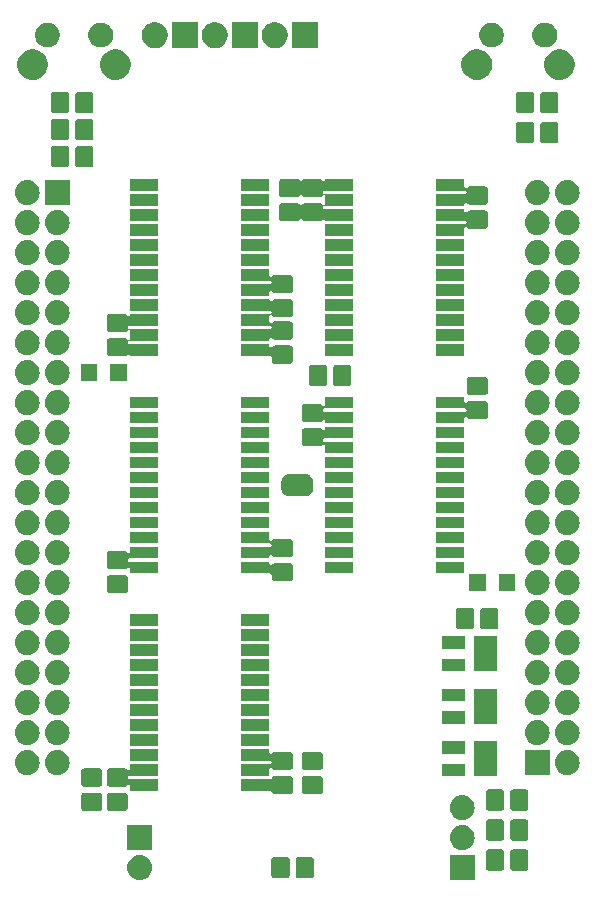
<source format=gts>
G04 #@! TF.GenerationSoftware,KiCad,Pcbnew,5.1.4-e60b266~84~ubuntu18.04.1*
G04 #@! TF.CreationDate,2019-10-24T14:21:48+01:00*
G04 #@! TF.ProjectId,6809e_adapter,36383039-655f-4616-9461-707465722e6b,rev?*
G04 #@! TF.SameCoordinates,PX9fdfbc0PY791ddc0*
G04 #@! TF.FileFunction,Soldermask,Top*
G04 #@! TF.FilePolarity,Negative*
%FSLAX46Y46*%
G04 Gerber Fmt 4.6, Leading zero omitted, Abs format (unit mm)*
G04 Created by KiCad (PCBNEW 5.1.4-e60b266~84~ubuntu18.04.1) date 2019-10-24 14:21:48*
%MOMM*%
%LPD*%
G04 APERTURE LIST*
%ADD10C,0.100000*%
G04 APERTURE END LIST*
D10*
X42299500Y74295000D02*
G75*
G03X42299500Y74295000I-444500J0D01*
G01*
X46799500Y74295000D02*
G75*
G03X46799500Y74295000I-444500J0D01*
G01*
X48240000Y71795000D02*
G75*
G03X48240000Y71795000I-635000J0D01*
G01*
X41240000Y71795000D02*
G75*
G03X41240000Y71795000I-635000J0D01*
G01*
X4699000Y74295000D02*
G75*
G03X4699000Y74295000I-444500J0D01*
G01*
X9199000Y74295000D02*
G75*
G03X9199000Y74295000I-444500J0D01*
G01*
X10639500Y71795000D02*
G75*
G03X10639500Y71795000I-635000J0D01*
G01*
X3639500Y71795000D02*
G75*
G03X3639500Y71795000I-635000J0D01*
G01*
G36*
X40420000Y2760000D02*
G01*
X38320000Y2760000D01*
X38320000Y4860000D01*
X40420000Y4860000D01*
X40420000Y2760000D01*
X40420000Y2760000D01*
G37*
G36*
X12193707Y4852404D02*
G01*
X12270836Y4844807D01*
X12468762Y4784767D01*
X12468765Y4784766D01*
X12651170Y4687268D01*
X12811055Y4556055D01*
X12942268Y4396170D01*
X13039766Y4213765D01*
X13039767Y4213762D01*
X13099807Y4015836D01*
X13120080Y3810000D01*
X13099807Y3604164D01*
X13039767Y3406238D01*
X13039766Y3406235D01*
X12942268Y3223830D01*
X12811055Y3063945D01*
X12651170Y2932732D01*
X12468765Y2835234D01*
X12468762Y2835233D01*
X12270836Y2775193D01*
X12193707Y2767596D01*
X12116580Y2760000D01*
X12013420Y2760000D01*
X11936293Y2767596D01*
X11859164Y2775193D01*
X11661238Y2835233D01*
X11661235Y2835234D01*
X11478830Y2932732D01*
X11318945Y3063945D01*
X11187732Y3223830D01*
X11090234Y3406235D01*
X11090233Y3406238D01*
X11030193Y3604164D01*
X11009920Y3810000D01*
X11030193Y4015836D01*
X11090233Y4213762D01*
X11090234Y4213765D01*
X11187732Y4396170D01*
X11318945Y4556055D01*
X11478830Y4687268D01*
X11661235Y4784766D01*
X11661238Y4784767D01*
X11859164Y4844807D01*
X11936293Y4852404D01*
X12013420Y4860000D01*
X12116580Y4860000D01*
X12193707Y4852404D01*
X12193707Y4852404D01*
G37*
G36*
X26595529Y4704290D02*
G01*
X26645378Y4689169D01*
X26691310Y4664618D01*
X26731574Y4631574D01*
X26764618Y4591310D01*
X26789169Y4545378D01*
X26804290Y4495529D01*
X26810000Y4437556D01*
X26810000Y3182444D01*
X26804290Y3124471D01*
X26789169Y3074622D01*
X26764618Y3028690D01*
X26731574Y2988426D01*
X26691310Y2955382D01*
X26645378Y2930831D01*
X26595529Y2915710D01*
X26537556Y2910000D01*
X25532444Y2910000D01*
X25474471Y2915710D01*
X25424622Y2930831D01*
X25378690Y2955382D01*
X25338426Y2988426D01*
X25305382Y3028690D01*
X25280831Y3074622D01*
X25265710Y3124471D01*
X25260000Y3182444D01*
X25260000Y4437556D01*
X25265710Y4495529D01*
X25280831Y4545378D01*
X25305382Y4591310D01*
X25338426Y4631574D01*
X25378690Y4664618D01*
X25424622Y4689169D01*
X25474471Y4704290D01*
X25532444Y4710000D01*
X26537556Y4710000D01*
X26595529Y4704290D01*
X26595529Y4704290D01*
G37*
G36*
X24545529Y4704290D02*
G01*
X24595378Y4689169D01*
X24641310Y4664618D01*
X24681574Y4631574D01*
X24714618Y4591310D01*
X24739169Y4545378D01*
X24754290Y4495529D01*
X24760000Y4437556D01*
X24760000Y3182444D01*
X24754290Y3124471D01*
X24739169Y3074622D01*
X24714618Y3028690D01*
X24681574Y2988426D01*
X24641310Y2955382D01*
X24595378Y2930831D01*
X24545529Y2915710D01*
X24487556Y2910000D01*
X23482444Y2910000D01*
X23424471Y2915710D01*
X23374622Y2930831D01*
X23328690Y2955382D01*
X23288426Y2988426D01*
X23255382Y3028690D01*
X23230831Y3074622D01*
X23215710Y3124471D01*
X23210000Y3182444D01*
X23210000Y4437556D01*
X23215710Y4495529D01*
X23230831Y4545378D01*
X23255382Y4591310D01*
X23288426Y4631574D01*
X23328690Y4664618D01*
X23374622Y4689169D01*
X23424471Y4704290D01*
X23482444Y4710000D01*
X24487556Y4710000D01*
X24545529Y4704290D01*
X24545529Y4704290D01*
G37*
G36*
X44765529Y5339290D02*
G01*
X44815378Y5324169D01*
X44861310Y5299618D01*
X44901574Y5266574D01*
X44934618Y5226310D01*
X44959169Y5180378D01*
X44974290Y5130529D01*
X44980000Y5072556D01*
X44980000Y3817444D01*
X44974290Y3759471D01*
X44959169Y3709622D01*
X44934618Y3663690D01*
X44901574Y3623426D01*
X44861310Y3590382D01*
X44815378Y3565831D01*
X44765529Y3550710D01*
X44707556Y3545000D01*
X43702444Y3545000D01*
X43644471Y3550710D01*
X43594622Y3565831D01*
X43548690Y3590382D01*
X43508426Y3623426D01*
X43475382Y3663690D01*
X43450831Y3709622D01*
X43435710Y3759471D01*
X43430000Y3817444D01*
X43430000Y5072556D01*
X43435710Y5130529D01*
X43450831Y5180378D01*
X43475382Y5226310D01*
X43508426Y5266574D01*
X43548690Y5299618D01*
X43594622Y5324169D01*
X43644471Y5339290D01*
X43702444Y5345000D01*
X44707556Y5345000D01*
X44765529Y5339290D01*
X44765529Y5339290D01*
G37*
G36*
X42715529Y5339290D02*
G01*
X42765378Y5324169D01*
X42811310Y5299618D01*
X42851574Y5266574D01*
X42884618Y5226310D01*
X42909169Y5180378D01*
X42924290Y5130529D01*
X42930000Y5072556D01*
X42930000Y3817444D01*
X42924290Y3759471D01*
X42909169Y3709622D01*
X42884618Y3663690D01*
X42851574Y3623426D01*
X42811310Y3590382D01*
X42765378Y3565831D01*
X42715529Y3550710D01*
X42657556Y3545000D01*
X41652444Y3545000D01*
X41594471Y3550710D01*
X41544622Y3565831D01*
X41498690Y3590382D01*
X41458426Y3623426D01*
X41425382Y3663690D01*
X41400831Y3709622D01*
X41385710Y3759471D01*
X41380000Y3817444D01*
X41380000Y5072556D01*
X41385710Y5130529D01*
X41400831Y5180378D01*
X41425382Y5226310D01*
X41458426Y5266574D01*
X41498690Y5299618D01*
X41544622Y5324169D01*
X41594471Y5339290D01*
X41652444Y5345000D01*
X42657556Y5345000D01*
X42715529Y5339290D01*
X42715529Y5339290D01*
G37*
G36*
X39498707Y7392404D02*
G01*
X39575836Y7384807D01*
X39773762Y7324767D01*
X39773765Y7324766D01*
X39956170Y7227268D01*
X40116055Y7096055D01*
X40247268Y6936170D01*
X40344766Y6753765D01*
X40344767Y6753762D01*
X40404807Y6555836D01*
X40425080Y6350000D01*
X40404807Y6144164D01*
X40344767Y5946238D01*
X40344766Y5946235D01*
X40247268Y5763830D01*
X40116055Y5603945D01*
X39956170Y5472732D01*
X39773765Y5375234D01*
X39773762Y5375233D01*
X39575836Y5315193D01*
X39498707Y5307596D01*
X39421580Y5300000D01*
X39318420Y5300000D01*
X39241293Y5307596D01*
X39164164Y5315193D01*
X38966238Y5375233D01*
X38966235Y5375234D01*
X38783830Y5472732D01*
X38623945Y5603945D01*
X38492732Y5763830D01*
X38395234Y5946235D01*
X38395233Y5946238D01*
X38335193Y6144164D01*
X38314920Y6350000D01*
X38335193Y6555836D01*
X38395233Y6753762D01*
X38395234Y6753765D01*
X38492732Y6936170D01*
X38623945Y7096055D01*
X38783830Y7227268D01*
X38966235Y7324766D01*
X38966238Y7324767D01*
X39164164Y7384807D01*
X39241293Y7392404D01*
X39318420Y7400000D01*
X39421580Y7400000D01*
X39498707Y7392404D01*
X39498707Y7392404D01*
G37*
G36*
X13115000Y5300000D02*
G01*
X11015000Y5300000D01*
X11015000Y7400000D01*
X13115000Y7400000D01*
X13115000Y5300000D01*
X13115000Y5300000D01*
G37*
G36*
X44765529Y7879290D02*
G01*
X44815378Y7864169D01*
X44861310Y7839618D01*
X44901574Y7806574D01*
X44934618Y7766310D01*
X44959169Y7720378D01*
X44974290Y7670529D01*
X44980000Y7612556D01*
X44980000Y6357444D01*
X44974290Y6299471D01*
X44959169Y6249622D01*
X44934618Y6203690D01*
X44901574Y6163426D01*
X44861310Y6130382D01*
X44815378Y6105831D01*
X44765529Y6090710D01*
X44707556Y6085000D01*
X43702444Y6085000D01*
X43644471Y6090710D01*
X43594622Y6105831D01*
X43548690Y6130382D01*
X43508426Y6163426D01*
X43475382Y6203690D01*
X43450831Y6249622D01*
X43435710Y6299471D01*
X43430000Y6357444D01*
X43430000Y7612556D01*
X43435710Y7670529D01*
X43450831Y7720378D01*
X43475382Y7766310D01*
X43508426Y7806574D01*
X43548690Y7839618D01*
X43594622Y7864169D01*
X43644471Y7879290D01*
X43702444Y7885000D01*
X44707556Y7885000D01*
X44765529Y7879290D01*
X44765529Y7879290D01*
G37*
G36*
X42715529Y7879290D02*
G01*
X42765378Y7864169D01*
X42811310Y7839618D01*
X42851574Y7806574D01*
X42884618Y7766310D01*
X42909169Y7720378D01*
X42924290Y7670529D01*
X42930000Y7612556D01*
X42930000Y6357444D01*
X42924290Y6299471D01*
X42909169Y6249622D01*
X42884618Y6203690D01*
X42851574Y6163426D01*
X42811310Y6130382D01*
X42765378Y6105831D01*
X42715529Y6090710D01*
X42657556Y6085000D01*
X41652444Y6085000D01*
X41594471Y6090710D01*
X41544622Y6105831D01*
X41498690Y6130382D01*
X41458426Y6163426D01*
X41425382Y6203690D01*
X41400831Y6249622D01*
X41385710Y6299471D01*
X41380000Y6357444D01*
X41380000Y7612556D01*
X41385710Y7670529D01*
X41400831Y7720378D01*
X41425382Y7766310D01*
X41458426Y7806574D01*
X41498690Y7839618D01*
X41544622Y7864169D01*
X41594471Y7879290D01*
X41652444Y7885000D01*
X42657556Y7885000D01*
X42715529Y7879290D01*
X42715529Y7879290D01*
G37*
G36*
X39498707Y9932404D02*
G01*
X39575836Y9924807D01*
X39715119Y9882556D01*
X39773765Y9864766D01*
X39956170Y9767268D01*
X40116055Y9636055D01*
X40247268Y9476170D01*
X40344766Y9293765D01*
X40344767Y9293762D01*
X40404807Y9095836D01*
X40425080Y8890000D01*
X40404807Y8684164D01*
X40382757Y8611475D01*
X40344766Y8486235D01*
X40247268Y8303830D01*
X40116055Y8143945D01*
X39956170Y8012732D01*
X39773765Y7915234D01*
X39773762Y7915233D01*
X39575836Y7855193D01*
X39498707Y7847597D01*
X39421580Y7840000D01*
X39318420Y7840000D01*
X39241293Y7847597D01*
X39164164Y7855193D01*
X38966238Y7915233D01*
X38966235Y7915234D01*
X38783830Y8012732D01*
X38623945Y8143945D01*
X38492732Y8303830D01*
X38395234Y8486235D01*
X38357243Y8611475D01*
X38335193Y8684164D01*
X38314920Y8890000D01*
X38335193Y9095836D01*
X38395233Y9293762D01*
X38395234Y9293765D01*
X38492732Y9476170D01*
X38623945Y9636055D01*
X38783830Y9767268D01*
X38966235Y9864766D01*
X39024881Y9882556D01*
X39164164Y9924807D01*
X39241293Y9932404D01*
X39318420Y9940000D01*
X39421580Y9940000D01*
X39498707Y9932404D01*
X39498707Y9932404D01*
G37*
G36*
X10845529Y10149290D02*
G01*
X10895378Y10134169D01*
X10941310Y10109618D01*
X10981574Y10076574D01*
X11014618Y10036310D01*
X11039169Y9990378D01*
X11054290Y9940529D01*
X11060000Y9882556D01*
X11060000Y8877444D01*
X11054290Y8819471D01*
X11039169Y8769622D01*
X11014618Y8723690D01*
X10981574Y8683426D01*
X10941310Y8650382D01*
X10895378Y8625831D01*
X10845529Y8610710D01*
X10787556Y8605000D01*
X9532444Y8605000D01*
X9474471Y8610710D01*
X9424622Y8625831D01*
X9378690Y8650382D01*
X9338426Y8683426D01*
X9305382Y8723690D01*
X9280831Y8769622D01*
X9265710Y8819471D01*
X9260000Y8877444D01*
X9260000Y9882556D01*
X9265710Y9940529D01*
X9280831Y9990378D01*
X9305382Y10036310D01*
X9338426Y10076574D01*
X9378690Y10109618D01*
X9424622Y10134169D01*
X9474471Y10149290D01*
X9532444Y10155000D01*
X10787556Y10155000D01*
X10845529Y10149290D01*
X10845529Y10149290D01*
G37*
G36*
X8686529Y10149290D02*
G01*
X8736378Y10134169D01*
X8782310Y10109618D01*
X8822574Y10076574D01*
X8855618Y10036310D01*
X8880169Y9990378D01*
X8895290Y9940529D01*
X8901000Y9882556D01*
X8901000Y8877444D01*
X8895290Y8819471D01*
X8880169Y8769622D01*
X8855618Y8723690D01*
X8822574Y8683426D01*
X8782310Y8650382D01*
X8736378Y8625831D01*
X8686529Y8610710D01*
X8628556Y8605000D01*
X7373444Y8605000D01*
X7315471Y8610710D01*
X7265622Y8625831D01*
X7219690Y8650382D01*
X7179426Y8683426D01*
X7146382Y8723690D01*
X7121831Y8769622D01*
X7106710Y8819471D01*
X7101000Y8877444D01*
X7101000Y9882556D01*
X7106710Y9940529D01*
X7121831Y9990378D01*
X7146382Y10036310D01*
X7179426Y10076574D01*
X7219690Y10109618D01*
X7265622Y10134169D01*
X7315471Y10149290D01*
X7373444Y10155000D01*
X8628556Y10155000D01*
X8686529Y10149290D01*
X8686529Y10149290D01*
G37*
G36*
X44765529Y10419290D02*
G01*
X44815378Y10404169D01*
X44861310Y10379618D01*
X44901574Y10346574D01*
X44934618Y10306310D01*
X44959169Y10260378D01*
X44974290Y10210529D01*
X44980000Y10152556D01*
X44980000Y8897444D01*
X44974290Y8839471D01*
X44959169Y8789622D01*
X44934618Y8743690D01*
X44901574Y8703426D01*
X44861310Y8670382D01*
X44815378Y8645831D01*
X44765529Y8630710D01*
X44707556Y8625000D01*
X43702444Y8625000D01*
X43644471Y8630710D01*
X43594622Y8645831D01*
X43548690Y8670382D01*
X43508426Y8703426D01*
X43475382Y8743690D01*
X43450831Y8789622D01*
X43435710Y8839471D01*
X43430000Y8897444D01*
X43430000Y10152556D01*
X43435710Y10210529D01*
X43450831Y10260378D01*
X43475382Y10306310D01*
X43508426Y10346574D01*
X43548690Y10379618D01*
X43594622Y10404169D01*
X43644471Y10419290D01*
X43702444Y10425000D01*
X44707556Y10425000D01*
X44765529Y10419290D01*
X44765529Y10419290D01*
G37*
G36*
X42715529Y10419290D02*
G01*
X42765378Y10404169D01*
X42811310Y10379618D01*
X42851574Y10346574D01*
X42884618Y10306310D01*
X42909169Y10260378D01*
X42924290Y10210529D01*
X42930000Y10152556D01*
X42930000Y8897444D01*
X42924290Y8839471D01*
X42909169Y8789622D01*
X42884618Y8743690D01*
X42851574Y8703426D01*
X42811310Y8670382D01*
X42765378Y8645831D01*
X42715529Y8630710D01*
X42657556Y8625000D01*
X41652444Y8625000D01*
X41594471Y8630710D01*
X41544622Y8645831D01*
X41498690Y8670382D01*
X41458426Y8703426D01*
X41425382Y8743690D01*
X41400831Y8789622D01*
X41385710Y8839471D01*
X41380000Y8897444D01*
X41380000Y10152556D01*
X41385710Y10210529D01*
X41400831Y10260378D01*
X41425382Y10306310D01*
X41458426Y10346574D01*
X41498690Y10379618D01*
X41544622Y10404169D01*
X41594471Y10419290D01*
X41652444Y10425000D01*
X42657556Y10425000D01*
X42715529Y10419290D01*
X42715529Y10419290D01*
G37*
G36*
X24815529Y11564290D02*
G01*
X24865378Y11549169D01*
X24911310Y11524618D01*
X24951574Y11491574D01*
X24984618Y11451310D01*
X25009169Y11405378D01*
X25024290Y11355529D01*
X25030000Y11297556D01*
X25030000Y10292444D01*
X25024290Y10234471D01*
X25009169Y10184622D01*
X24984618Y10138690D01*
X24951574Y10098426D01*
X24911310Y10065382D01*
X24865378Y10040831D01*
X24815529Y10025710D01*
X24757556Y10020000D01*
X23502444Y10020000D01*
X23444471Y10025710D01*
X23394622Y10040831D01*
X23348690Y10065382D01*
X23308426Y10098426D01*
X23275382Y10138690D01*
X23250831Y10184623D01*
X23244260Y10206285D01*
X23234883Y10228924D01*
X23221270Y10249298D01*
X23203943Y10266625D01*
X23183569Y10280239D01*
X23160930Y10289617D01*
X23136897Y10294398D01*
X23124643Y10295000D01*
X20645000Y10295000D01*
X20645000Y11295000D01*
X23124643Y11295000D01*
X23149029Y11297402D01*
X23172478Y11304515D01*
X23194089Y11316066D01*
X23213031Y11331611D01*
X23228576Y11350553D01*
X23240127Y11372164D01*
X23244260Y11383717D01*
X23250327Y11403719D01*
X23255107Y11427752D01*
X23255107Y11428238D01*
X23258387Y11430930D01*
X23267411Y11441925D01*
X23267572Y11441793D01*
X23308426Y11491574D01*
X23348690Y11524618D01*
X23394622Y11549169D01*
X23444471Y11564290D01*
X23502444Y11570000D01*
X24757556Y11570000D01*
X24815529Y11564290D01*
X24815529Y11564290D01*
G37*
G36*
X27355529Y11564290D02*
G01*
X27405378Y11549169D01*
X27451310Y11524618D01*
X27491574Y11491574D01*
X27524618Y11451310D01*
X27549169Y11405378D01*
X27564290Y11355529D01*
X27570000Y11297556D01*
X27570000Y10292444D01*
X27564290Y10234471D01*
X27549169Y10184622D01*
X27524618Y10138690D01*
X27491574Y10098426D01*
X27451310Y10065382D01*
X27405378Y10040831D01*
X27355529Y10025710D01*
X27297556Y10020000D01*
X26042444Y10020000D01*
X25984471Y10025710D01*
X25934622Y10040831D01*
X25888690Y10065382D01*
X25848426Y10098426D01*
X25815382Y10138690D01*
X25790831Y10184622D01*
X25775710Y10234471D01*
X25770000Y10292444D01*
X25770000Y11297556D01*
X25775710Y11355529D01*
X25790831Y11405378D01*
X25815382Y11451310D01*
X25848426Y11491574D01*
X25888690Y11524618D01*
X25934622Y11549169D01*
X25984471Y11564290D01*
X26042444Y11570000D01*
X27297556Y11570000D01*
X27355529Y11564290D01*
X27355529Y11564290D01*
G37*
G36*
X13645000Y11565000D02*
G01*
X11184999Y11565000D01*
X11160613Y11562598D01*
X11137164Y11555485D01*
X11115553Y11543934D01*
X11096611Y11528389D01*
X11081066Y11509447D01*
X11069515Y11487836D01*
X11062402Y11464387D01*
X11060000Y11440001D01*
X11060000Y11419999D01*
X11062402Y11395613D01*
X11069515Y11372164D01*
X11081066Y11350553D01*
X11096611Y11331611D01*
X11115553Y11316066D01*
X11137164Y11304515D01*
X11160613Y11297402D01*
X11184999Y11295000D01*
X13645000Y11295000D01*
X13645000Y10295000D01*
X11245000Y10295000D01*
X11245000Y10705682D01*
X11242598Y10730068D01*
X11235485Y10753517D01*
X11223934Y10775128D01*
X11208389Y10794070D01*
X11189447Y10809615D01*
X11167836Y10821166D01*
X11144387Y10828279D01*
X11120001Y10830681D01*
X11095615Y10828279D01*
X11072166Y10821166D01*
X11050555Y10809615D01*
X11031613Y10794070D01*
X11022589Y10783075D01*
X11022428Y10783207D01*
X10981574Y10733426D01*
X10941310Y10700382D01*
X10895378Y10675831D01*
X10845529Y10660710D01*
X10787556Y10655000D01*
X9532444Y10655000D01*
X9474471Y10660710D01*
X9424622Y10675831D01*
X9378690Y10700382D01*
X9338426Y10733426D01*
X9305382Y10773690D01*
X9280831Y10819622D01*
X9265710Y10869471D01*
X9260000Y10927444D01*
X9260000Y11932556D01*
X9265710Y11990529D01*
X9280831Y12040378D01*
X9305382Y12086310D01*
X9338426Y12126574D01*
X9378690Y12159618D01*
X9424622Y12184169D01*
X9474471Y12199290D01*
X9532444Y12205000D01*
X10787556Y12205000D01*
X10845529Y12199290D01*
X10895378Y12184169D01*
X10941310Y12159618D01*
X10981574Y12126574D01*
X11021146Y12078355D01*
X11023368Y12075029D01*
X11040693Y12057700D01*
X11061066Y12044084D01*
X11083704Y12034705D01*
X11107737Y12029922D01*
X11132241Y12029920D01*
X11156275Y12034698D01*
X11178914Y12044073D01*
X11199290Y12057685D01*
X11216619Y12075010D01*
X11230235Y12095383D01*
X11239614Y12118021D01*
X11244397Y12142054D01*
X11245000Y12154318D01*
X11245000Y12565000D01*
X13645000Y12565000D01*
X13645000Y11565000D01*
X13645000Y11565000D01*
G37*
G36*
X8686529Y12199290D02*
G01*
X8736378Y12184169D01*
X8782310Y12159618D01*
X8822574Y12126574D01*
X8855618Y12086310D01*
X8880169Y12040378D01*
X8895290Y11990529D01*
X8901000Y11932556D01*
X8901000Y10927444D01*
X8895290Y10869471D01*
X8880169Y10819622D01*
X8855618Y10773690D01*
X8822574Y10733426D01*
X8782310Y10700382D01*
X8736378Y10675831D01*
X8686529Y10660710D01*
X8628556Y10655000D01*
X7373444Y10655000D01*
X7315471Y10660710D01*
X7265622Y10675831D01*
X7219690Y10700382D01*
X7179426Y10733426D01*
X7146382Y10773690D01*
X7121831Y10819622D01*
X7106710Y10869471D01*
X7101000Y10927444D01*
X7101000Y11932556D01*
X7106710Y11990529D01*
X7121831Y12040378D01*
X7146382Y12086310D01*
X7179426Y12126574D01*
X7219690Y12159618D01*
X7265622Y12184169D01*
X7315471Y12199290D01*
X7373444Y12205000D01*
X8628556Y12205000D01*
X8686529Y12199290D01*
X8686529Y12199290D01*
G37*
G36*
X39635000Y11540000D02*
G01*
X37675000Y11540000D01*
X37675000Y12590000D01*
X39635000Y12590000D01*
X39635000Y11540000D01*
X39635000Y11540000D01*
G37*
G36*
X42335000Y11540000D02*
G01*
X40375000Y11540000D01*
X40375000Y14490000D01*
X42335000Y14490000D01*
X42335000Y11540000D01*
X42335000Y11540000D01*
G37*
G36*
X23045000Y13569318D02*
G01*
X23047402Y13544932D01*
X23054515Y13521483D01*
X23066066Y13499872D01*
X23081611Y13480930D01*
X23100553Y13465385D01*
X23122164Y13453834D01*
X23145613Y13446721D01*
X23169999Y13444319D01*
X23194385Y13446721D01*
X23217834Y13453834D01*
X23239445Y13465385D01*
X23258387Y13480930D01*
X23267411Y13491925D01*
X23267572Y13491793D01*
X23308426Y13541574D01*
X23348690Y13574618D01*
X23394622Y13599169D01*
X23444471Y13614290D01*
X23502444Y13620000D01*
X24757556Y13620000D01*
X24815529Y13614290D01*
X24865378Y13599169D01*
X24911310Y13574618D01*
X24951574Y13541574D01*
X24984618Y13501310D01*
X25009169Y13455378D01*
X25024290Y13405529D01*
X25030000Y13347556D01*
X25030000Y12342444D01*
X25024290Y12284471D01*
X25009169Y12234622D01*
X24984618Y12188690D01*
X24951574Y12148426D01*
X24911310Y12115382D01*
X24865378Y12090831D01*
X24815529Y12075710D01*
X24757556Y12070000D01*
X23502444Y12070000D01*
X23444471Y12075710D01*
X23394622Y12090831D01*
X23348690Y12115382D01*
X23308426Y12148426D01*
X23268854Y12196645D01*
X23266632Y12199971D01*
X23249307Y12217300D01*
X23228934Y12230916D01*
X23206296Y12240295D01*
X23182263Y12245078D01*
X23157759Y12245080D01*
X23133725Y12240302D01*
X23111086Y12230927D01*
X23090710Y12217315D01*
X23073381Y12199990D01*
X23059765Y12179617D01*
X23050386Y12156979D01*
X23045603Y12132946D01*
X23045000Y12120682D01*
X23045000Y11565000D01*
X20645000Y11565000D01*
X20645000Y12565000D01*
X23105001Y12565000D01*
X23129387Y12567402D01*
X23152836Y12574515D01*
X23174447Y12586066D01*
X23193389Y12601611D01*
X23208934Y12620553D01*
X23220485Y12642164D01*
X23227598Y12665613D01*
X23230000Y12689999D01*
X23230000Y12710001D01*
X23227598Y12734387D01*
X23220485Y12757836D01*
X23208934Y12779447D01*
X23193389Y12798389D01*
X23174447Y12813934D01*
X23152836Y12825485D01*
X23129387Y12832598D01*
X23105001Y12835000D01*
X20645000Y12835000D01*
X20645000Y13835000D01*
X23045000Y13835000D01*
X23045000Y13569318D01*
X23045000Y13569318D01*
G37*
G36*
X2668707Y13742404D02*
G01*
X2745836Y13734807D01*
X2943762Y13674767D01*
X2943765Y13674766D01*
X3126170Y13577268D01*
X3286055Y13446055D01*
X3417268Y13286170D01*
X3514766Y13103765D01*
X3514767Y13103762D01*
X3574807Y12905836D01*
X3595080Y12700000D01*
X3574807Y12494164D01*
X3528783Y12342444D01*
X3514766Y12296235D01*
X3417268Y12113830D01*
X3286055Y11953945D01*
X3126170Y11822732D01*
X2943765Y11725234D01*
X2943762Y11725233D01*
X2745836Y11665193D01*
X2668707Y11657597D01*
X2591580Y11650000D01*
X2488420Y11650000D01*
X2411293Y11657597D01*
X2334164Y11665193D01*
X2136238Y11725233D01*
X2136235Y11725234D01*
X1953830Y11822732D01*
X1793945Y11953945D01*
X1662732Y12113830D01*
X1565234Y12296235D01*
X1551217Y12342444D01*
X1505193Y12494164D01*
X1484920Y12700000D01*
X1505193Y12905836D01*
X1565233Y13103762D01*
X1565234Y13103765D01*
X1662732Y13286170D01*
X1793945Y13446055D01*
X1953830Y13577268D01*
X2136235Y13674766D01*
X2136238Y13674767D01*
X2334164Y13734807D01*
X2411293Y13742404D01*
X2488420Y13750000D01*
X2591580Y13750000D01*
X2668707Y13742404D01*
X2668707Y13742404D01*
G37*
G36*
X48388707Y13742404D02*
G01*
X48465836Y13734807D01*
X48663762Y13674767D01*
X48663765Y13674766D01*
X48846170Y13577268D01*
X49006055Y13446055D01*
X49137268Y13286170D01*
X49234766Y13103765D01*
X49234767Y13103762D01*
X49294807Y12905836D01*
X49315080Y12700000D01*
X49294807Y12494164D01*
X49248783Y12342444D01*
X49234766Y12296235D01*
X49137268Y12113830D01*
X49006055Y11953945D01*
X48846170Y11822732D01*
X48663765Y11725234D01*
X48663762Y11725233D01*
X48465836Y11665193D01*
X48388707Y11657597D01*
X48311580Y11650000D01*
X48208420Y11650000D01*
X48131293Y11657597D01*
X48054164Y11665193D01*
X47856238Y11725233D01*
X47856235Y11725234D01*
X47673830Y11822732D01*
X47513945Y11953945D01*
X47382732Y12113830D01*
X47285234Y12296235D01*
X47271217Y12342444D01*
X47225193Y12494164D01*
X47204920Y12700000D01*
X47225193Y12905836D01*
X47285233Y13103762D01*
X47285234Y13103765D01*
X47382732Y13286170D01*
X47513945Y13446055D01*
X47673830Y13577268D01*
X47856235Y13674766D01*
X47856238Y13674767D01*
X48054164Y13734807D01*
X48131293Y13742404D01*
X48208420Y13750000D01*
X48311580Y13750000D01*
X48388707Y13742404D01*
X48388707Y13742404D01*
G37*
G36*
X46770000Y11650000D02*
G01*
X44670000Y11650000D01*
X44670000Y13750000D01*
X46770000Y13750000D01*
X46770000Y11650000D01*
X46770000Y11650000D01*
G37*
G36*
X5208707Y13742404D02*
G01*
X5285836Y13734807D01*
X5483762Y13674767D01*
X5483765Y13674766D01*
X5666170Y13577268D01*
X5826055Y13446055D01*
X5957268Y13286170D01*
X6054766Y13103765D01*
X6054767Y13103762D01*
X6114807Y12905836D01*
X6135080Y12700000D01*
X6114807Y12494164D01*
X6068783Y12342444D01*
X6054766Y12296235D01*
X5957268Y12113830D01*
X5826055Y11953945D01*
X5666170Y11822732D01*
X5483765Y11725234D01*
X5483762Y11725233D01*
X5285836Y11665193D01*
X5208707Y11657597D01*
X5131580Y11650000D01*
X5028420Y11650000D01*
X4951293Y11657597D01*
X4874164Y11665193D01*
X4676238Y11725233D01*
X4676235Y11725234D01*
X4493830Y11822732D01*
X4333945Y11953945D01*
X4202732Y12113830D01*
X4105234Y12296235D01*
X4091217Y12342444D01*
X4045193Y12494164D01*
X4024920Y12700000D01*
X4045193Y12905836D01*
X4105233Y13103762D01*
X4105234Y13103765D01*
X4202732Y13286170D01*
X4333945Y13446055D01*
X4493830Y13577268D01*
X4676235Y13674766D01*
X4676238Y13674767D01*
X4874164Y13734807D01*
X4951293Y13742404D01*
X5028420Y13750000D01*
X5131580Y13750000D01*
X5208707Y13742404D01*
X5208707Y13742404D01*
G37*
G36*
X27355529Y13614290D02*
G01*
X27405378Y13599169D01*
X27451310Y13574618D01*
X27491574Y13541574D01*
X27524618Y13501310D01*
X27549169Y13455378D01*
X27564290Y13405529D01*
X27570000Y13347556D01*
X27570000Y12342444D01*
X27564290Y12284471D01*
X27549169Y12234622D01*
X27524618Y12188690D01*
X27491574Y12148426D01*
X27451310Y12115382D01*
X27405378Y12090831D01*
X27355529Y12075710D01*
X27297556Y12070000D01*
X26042444Y12070000D01*
X25984471Y12075710D01*
X25934622Y12090831D01*
X25888690Y12115382D01*
X25848426Y12148426D01*
X25815382Y12188690D01*
X25790831Y12234622D01*
X25775710Y12284471D01*
X25770000Y12342444D01*
X25770000Y13347556D01*
X25775710Y13405529D01*
X25790831Y13455378D01*
X25815382Y13501310D01*
X25848426Y13541574D01*
X25888690Y13574618D01*
X25934622Y13599169D01*
X25984471Y13614290D01*
X26042444Y13620000D01*
X27297556Y13620000D01*
X27355529Y13614290D01*
X27355529Y13614290D01*
G37*
G36*
X13645000Y12835000D02*
G01*
X11245000Y12835000D01*
X11245000Y13835000D01*
X13645000Y13835000D01*
X13645000Y12835000D01*
X13645000Y12835000D01*
G37*
G36*
X39635000Y13440000D02*
G01*
X37675000Y13440000D01*
X37675000Y14490000D01*
X39635000Y14490000D01*
X39635000Y13440000D01*
X39635000Y13440000D01*
G37*
G36*
X23045000Y14105000D02*
G01*
X20645000Y14105000D01*
X20645000Y15105000D01*
X23045000Y15105000D01*
X23045000Y14105000D01*
X23045000Y14105000D01*
G37*
G36*
X13645000Y14105000D02*
G01*
X11245000Y14105000D01*
X11245000Y15105000D01*
X13645000Y15105000D01*
X13645000Y14105000D01*
X13645000Y14105000D01*
G37*
G36*
X45848707Y16282404D02*
G01*
X45925836Y16274807D01*
X46123762Y16214767D01*
X46123765Y16214766D01*
X46306170Y16117268D01*
X46466055Y15986055D01*
X46597268Y15826170D01*
X46694766Y15643765D01*
X46694767Y15643762D01*
X46754807Y15445836D01*
X46775080Y15240000D01*
X46754807Y15034164D01*
X46694767Y14836238D01*
X46694766Y14836235D01*
X46597268Y14653830D01*
X46466055Y14493945D01*
X46306170Y14362732D01*
X46123765Y14265234D01*
X46123762Y14265233D01*
X45925836Y14205193D01*
X45848707Y14197597D01*
X45771580Y14190000D01*
X45668420Y14190000D01*
X45591293Y14197597D01*
X45514164Y14205193D01*
X45316238Y14265233D01*
X45316235Y14265234D01*
X45133830Y14362732D01*
X44973945Y14493945D01*
X44842732Y14653830D01*
X44745234Y14836235D01*
X44745233Y14836238D01*
X44685193Y15034164D01*
X44664920Y15240000D01*
X44685193Y15445836D01*
X44745233Y15643762D01*
X44745234Y15643765D01*
X44842732Y15826170D01*
X44973945Y15986055D01*
X45133830Y16117268D01*
X45316235Y16214766D01*
X45316238Y16214767D01*
X45514164Y16274807D01*
X45591293Y16282404D01*
X45668420Y16290000D01*
X45771580Y16290000D01*
X45848707Y16282404D01*
X45848707Y16282404D01*
G37*
G36*
X2668707Y16282404D02*
G01*
X2745836Y16274807D01*
X2943762Y16214767D01*
X2943765Y16214766D01*
X3126170Y16117268D01*
X3286055Y15986055D01*
X3417268Y15826170D01*
X3514766Y15643765D01*
X3514767Y15643762D01*
X3574807Y15445836D01*
X3595080Y15240000D01*
X3574807Y15034164D01*
X3514767Y14836238D01*
X3514766Y14836235D01*
X3417268Y14653830D01*
X3286055Y14493945D01*
X3126170Y14362732D01*
X2943765Y14265234D01*
X2943762Y14265233D01*
X2745836Y14205193D01*
X2668707Y14197597D01*
X2591580Y14190000D01*
X2488420Y14190000D01*
X2411293Y14197597D01*
X2334164Y14205193D01*
X2136238Y14265233D01*
X2136235Y14265234D01*
X1953830Y14362732D01*
X1793945Y14493945D01*
X1662732Y14653830D01*
X1565234Y14836235D01*
X1565233Y14836238D01*
X1505193Y15034164D01*
X1484920Y15240000D01*
X1505193Y15445836D01*
X1565233Y15643762D01*
X1565234Y15643765D01*
X1662732Y15826170D01*
X1793945Y15986055D01*
X1953830Y16117268D01*
X2136235Y16214766D01*
X2136238Y16214767D01*
X2334164Y16274807D01*
X2411293Y16282404D01*
X2488420Y16290000D01*
X2591580Y16290000D01*
X2668707Y16282404D01*
X2668707Y16282404D01*
G37*
G36*
X48388707Y16282404D02*
G01*
X48465836Y16274807D01*
X48663762Y16214767D01*
X48663765Y16214766D01*
X48846170Y16117268D01*
X49006055Y15986055D01*
X49137268Y15826170D01*
X49234766Y15643765D01*
X49234767Y15643762D01*
X49294807Y15445836D01*
X49315080Y15240000D01*
X49294807Y15034164D01*
X49234767Y14836238D01*
X49234766Y14836235D01*
X49137268Y14653830D01*
X49006055Y14493945D01*
X48846170Y14362732D01*
X48663765Y14265234D01*
X48663762Y14265233D01*
X48465836Y14205193D01*
X48388707Y14197597D01*
X48311580Y14190000D01*
X48208420Y14190000D01*
X48131293Y14197597D01*
X48054164Y14205193D01*
X47856238Y14265233D01*
X47856235Y14265234D01*
X47673830Y14362732D01*
X47513945Y14493945D01*
X47382732Y14653830D01*
X47285234Y14836235D01*
X47285233Y14836238D01*
X47225193Y15034164D01*
X47204920Y15240000D01*
X47225193Y15445836D01*
X47285233Y15643762D01*
X47285234Y15643765D01*
X47382732Y15826170D01*
X47513945Y15986055D01*
X47673830Y16117268D01*
X47856235Y16214766D01*
X47856238Y16214767D01*
X48054164Y16274807D01*
X48131293Y16282404D01*
X48208420Y16290000D01*
X48311580Y16290000D01*
X48388707Y16282404D01*
X48388707Y16282404D01*
G37*
G36*
X5208707Y16282404D02*
G01*
X5285836Y16274807D01*
X5483762Y16214767D01*
X5483765Y16214766D01*
X5666170Y16117268D01*
X5826055Y15986055D01*
X5957268Y15826170D01*
X6054766Y15643765D01*
X6054767Y15643762D01*
X6114807Y15445836D01*
X6135080Y15240000D01*
X6114807Y15034164D01*
X6054767Y14836238D01*
X6054766Y14836235D01*
X5957268Y14653830D01*
X5826055Y14493945D01*
X5666170Y14362732D01*
X5483765Y14265234D01*
X5483762Y14265233D01*
X5285836Y14205193D01*
X5208707Y14197597D01*
X5131580Y14190000D01*
X5028420Y14190000D01*
X4951293Y14197597D01*
X4874164Y14205193D01*
X4676238Y14265233D01*
X4676235Y14265234D01*
X4493830Y14362732D01*
X4333945Y14493945D01*
X4202732Y14653830D01*
X4105234Y14836235D01*
X4105233Y14836238D01*
X4045193Y15034164D01*
X4024920Y15240000D01*
X4045193Y15445836D01*
X4105233Y15643762D01*
X4105234Y15643765D01*
X4202732Y15826170D01*
X4333945Y15986055D01*
X4493830Y16117268D01*
X4676235Y16214766D01*
X4676238Y16214767D01*
X4874164Y16274807D01*
X4951293Y16282404D01*
X5028420Y16290000D01*
X5131580Y16290000D01*
X5208707Y16282404D01*
X5208707Y16282404D01*
G37*
G36*
X23045000Y15375000D02*
G01*
X20645000Y15375000D01*
X20645000Y16375000D01*
X23045000Y16375000D01*
X23045000Y15375000D01*
X23045000Y15375000D01*
G37*
G36*
X13645000Y15375000D02*
G01*
X11245000Y15375000D01*
X11245000Y16375000D01*
X13645000Y16375000D01*
X13645000Y15375000D01*
X13645000Y15375000D01*
G37*
G36*
X39635000Y15985000D02*
G01*
X37675000Y15985000D01*
X37675000Y17035000D01*
X39635000Y17035000D01*
X39635000Y15985000D01*
X39635000Y15985000D01*
G37*
G36*
X42335000Y15985000D02*
G01*
X40375000Y15985000D01*
X40375000Y18935000D01*
X42335000Y18935000D01*
X42335000Y15985000D01*
X42335000Y15985000D01*
G37*
G36*
X23045000Y16645000D02*
G01*
X20645000Y16645000D01*
X20645000Y17645000D01*
X23045000Y17645000D01*
X23045000Y16645000D01*
X23045000Y16645000D01*
G37*
G36*
X13645000Y16645000D02*
G01*
X11245000Y16645000D01*
X11245000Y17645000D01*
X13645000Y17645000D01*
X13645000Y16645000D01*
X13645000Y16645000D01*
G37*
G36*
X5208707Y18822403D02*
G01*
X5285836Y18814807D01*
X5483762Y18754767D01*
X5483765Y18754766D01*
X5666170Y18657268D01*
X5826055Y18526055D01*
X5957268Y18366170D01*
X6054766Y18183765D01*
X6054767Y18183762D01*
X6114807Y17985836D01*
X6135080Y17780000D01*
X6114807Y17574164D01*
X6054767Y17376238D01*
X6054766Y17376235D01*
X5957268Y17193830D01*
X5826055Y17033945D01*
X5666170Y16902732D01*
X5483765Y16805234D01*
X5483762Y16805233D01*
X5285836Y16745193D01*
X5208707Y16737596D01*
X5131580Y16730000D01*
X5028420Y16730000D01*
X4951293Y16737596D01*
X4874164Y16745193D01*
X4676238Y16805233D01*
X4676235Y16805234D01*
X4493830Y16902732D01*
X4333945Y17033945D01*
X4202732Y17193830D01*
X4105234Y17376235D01*
X4105233Y17376238D01*
X4045193Y17574164D01*
X4024920Y17780000D01*
X4045193Y17985836D01*
X4105233Y18183762D01*
X4105234Y18183765D01*
X4202732Y18366170D01*
X4333945Y18526055D01*
X4493830Y18657268D01*
X4676235Y18754766D01*
X4676238Y18754767D01*
X4874164Y18814807D01*
X4951293Y18822403D01*
X5028420Y18830000D01*
X5131580Y18830000D01*
X5208707Y18822403D01*
X5208707Y18822403D01*
G37*
G36*
X45848707Y18822403D02*
G01*
X45925836Y18814807D01*
X46123762Y18754767D01*
X46123765Y18754766D01*
X46306170Y18657268D01*
X46466055Y18526055D01*
X46597268Y18366170D01*
X46694766Y18183765D01*
X46694767Y18183762D01*
X46754807Y17985836D01*
X46775080Y17780000D01*
X46754807Y17574164D01*
X46694767Y17376238D01*
X46694766Y17376235D01*
X46597268Y17193830D01*
X46466055Y17033945D01*
X46306170Y16902732D01*
X46123765Y16805234D01*
X46123762Y16805233D01*
X45925836Y16745193D01*
X45848707Y16737596D01*
X45771580Y16730000D01*
X45668420Y16730000D01*
X45591293Y16737596D01*
X45514164Y16745193D01*
X45316238Y16805233D01*
X45316235Y16805234D01*
X45133830Y16902732D01*
X44973945Y17033945D01*
X44842732Y17193830D01*
X44745234Y17376235D01*
X44745233Y17376238D01*
X44685193Y17574164D01*
X44664920Y17780000D01*
X44685193Y17985836D01*
X44745233Y18183762D01*
X44745234Y18183765D01*
X44842732Y18366170D01*
X44973945Y18526055D01*
X45133830Y18657268D01*
X45316235Y18754766D01*
X45316238Y18754767D01*
X45514164Y18814807D01*
X45591293Y18822403D01*
X45668420Y18830000D01*
X45771580Y18830000D01*
X45848707Y18822403D01*
X45848707Y18822403D01*
G37*
G36*
X48388707Y18822403D02*
G01*
X48465836Y18814807D01*
X48663762Y18754767D01*
X48663765Y18754766D01*
X48846170Y18657268D01*
X49006055Y18526055D01*
X49137268Y18366170D01*
X49234766Y18183765D01*
X49234767Y18183762D01*
X49294807Y17985836D01*
X49315080Y17780000D01*
X49294807Y17574164D01*
X49234767Y17376238D01*
X49234766Y17376235D01*
X49137268Y17193830D01*
X49006055Y17033945D01*
X48846170Y16902732D01*
X48663765Y16805234D01*
X48663762Y16805233D01*
X48465836Y16745193D01*
X48388707Y16737596D01*
X48311580Y16730000D01*
X48208420Y16730000D01*
X48131293Y16737596D01*
X48054164Y16745193D01*
X47856238Y16805233D01*
X47856235Y16805234D01*
X47673830Y16902732D01*
X47513945Y17033945D01*
X47382732Y17193830D01*
X47285234Y17376235D01*
X47285233Y17376238D01*
X47225193Y17574164D01*
X47204920Y17780000D01*
X47225193Y17985836D01*
X47285233Y18183762D01*
X47285234Y18183765D01*
X47382732Y18366170D01*
X47513945Y18526055D01*
X47673830Y18657268D01*
X47856235Y18754766D01*
X47856238Y18754767D01*
X48054164Y18814807D01*
X48131293Y18822403D01*
X48208420Y18830000D01*
X48311580Y18830000D01*
X48388707Y18822403D01*
X48388707Y18822403D01*
G37*
G36*
X2668707Y18822403D02*
G01*
X2745836Y18814807D01*
X2943762Y18754767D01*
X2943765Y18754766D01*
X3126170Y18657268D01*
X3286055Y18526055D01*
X3417268Y18366170D01*
X3514766Y18183765D01*
X3514767Y18183762D01*
X3574807Y17985836D01*
X3595080Y17780000D01*
X3574807Y17574164D01*
X3514767Y17376238D01*
X3514766Y17376235D01*
X3417268Y17193830D01*
X3286055Y17033945D01*
X3126170Y16902732D01*
X2943765Y16805234D01*
X2943762Y16805233D01*
X2745836Y16745193D01*
X2668707Y16737596D01*
X2591580Y16730000D01*
X2488420Y16730000D01*
X2411293Y16737596D01*
X2334164Y16745193D01*
X2136238Y16805233D01*
X2136235Y16805234D01*
X1953830Y16902732D01*
X1793945Y17033945D01*
X1662732Y17193830D01*
X1565234Y17376235D01*
X1565233Y17376238D01*
X1505193Y17574164D01*
X1484920Y17780000D01*
X1505193Y17985836D01*
X1565233Y18183762D01*
X1565234Y18183765D01*
X1662732Y18366170D01*
X1793945Y18526055D01*
X1953830Y18657268D01*
X2136235Y18754766D01*
X2136238Y18754767D01*
X2334164Y18814807D01*
X2411293Y18822403D01*
X2488420Y18830000D01*
X2591580Y18830000D01*
X2668707Y18822403D01*
X2668707Y18822403D01*
G37*
G36*
X39635000Y17885000D02*
G01*
X37675000Y17885000D01*
X37675000Y18935000D01*
X39635000Y18935000D01*
X39635000Y17885000D01*
X39635000Y17885000D01*
G37*
G36*
X13645000Y17915000D02*
G01*
X11245000Y17915000D01*
X11245000Y18915000D01*
X13645000Y18915000D01*
X13645000Y17915000D01*
X13645000Y17915000D01*
G37*
G36*
X23045000Y17915000D02*
G01*
X20645000Y17915000D01*
X20645000Y18915000D01*
X23045000Y18915000D01*
X23045000Y17915000D01*
X23045000Y17915000D01*
G37*
G36*
X23045000Y19185000D02*
G01*
X20645000Y19185000D01*
X20645000Y20185000D01*
X23045000Y20185000D01*
X23045000Y19185000D01*
X23045000Y19185000D01*
G37*
G36*
X13645000Y19185000D02*
G01*
X11245000Y19185000D01*
X11245000Y20185000D01*
X13645000Y20185000D01*
X13645000Y19185000D01*
X13645000Y19185000D01*
G37*
G36*
X2668707Y21362404D02*
G01*
X2745836Y21354807D01*
X2943762Y21294767D01*
X2943765Y21294766D01*
X3126170Y21197268D01*
X3286055Y21066055D01*
X3417268Y20906170D01*
X3514766Y20723765D01*
X3514767Y20723762D01*
X3574807Y20525836D01*
X3595080Y20320000D01*
X3574807Y20114164D01*
X3514767Y19916238D01*
X3514766Y19916235D01*
X3417268Y19733830D01*
X3286055Y19573945D01*
X3126170Y19442732D01*
X2943765Y19345234D01*
X2943762Y19345233D01*
X2745836Y19285193D01*
X2668707Y19277596D01*
X2591580Y19270000D01*
X2488420Y19270000D01*
X2411293Y19277596D01*
X2334164Y19285193D01*
X2136238Y19345233D01*
X2136235Y19345234D01*
X1953830Y19442732D01*
X1793945Y19573945D01*
X1662732Y19733830D01*
X1565234Y19916235D01*
X1565233Y19916238D01*
X1505193Y20114164D01*
X1484920Y20320000D01*
X1505193Y20525836D01*
X1565233Y20723762D01*
X1565234Y20723765D01*
X1662732Y20906170D01*
X1793945Y21066055D01*
X1953830Y21197268D01*
X2136235Y21294766D01*
X2136238Y21294767D01*
X2334164Y21354807D01*
X2411293Y21362404D01*
X2488420Y21370000D01*
X2591580Y21370000D01*
X2668707Y21362404D01*
X2668707Y21362404D01*
G37*
G36*
X5208707Y21362404D02*
G01*
X5285836Y21354807D01*
X5483762Y21294767D01*
X5483765Y21294766D01*
X5666170Y21197268D01*
X5826055Y21066055D01*
X5957268Y20906170D01*
X6054766Y20723765D01*
X6054767Y20723762D01*
X6114807Y20525836D01*
X6135080Y20320000D01*
X6114807Y20114164D01*
X6054767Y19916238D01*
X6054766Y19916235D01*
X5957268Y19733830D01*
X5826055Y19573945D01*
X5666170Y19442732D01*
X5483765Y19345234D01*
X5483762Y19345233D01*
X5285836Y19285193D01*
X5208707Y19277596D01*
X5131580Y19270000D01*
X5028420Y19270000D01*
X4951293Y19277596D01*
X4874164Y19285193D01*
X4676238Y19345233D01*
X4676235Y19345234D01*
X4493830Y19442732D01*
X4333945Y19573945D01*
X4202732Y19733830D01*
X4105234Y19916235D01*
X4105233Y19916238D01*
X4045193Y20114164D01*
X4024920Y20320000D01*
X4045193Y20525836D01*
X4105233Y20723762D01*
X4105234Y20723765D01*
X4202732Y20906170D01*
X4333945Y21066055D01*
X4493830Y21197268D01*
X4676235Y21294766D01*
X4676238Y21294767D01*
X4874164Y21354807D01*
X4951293Y21362404D01*
X5028420Y21370000D01*
X5131580Y21370000D01*
X5208707Y21362404D01*
X5208707Y21362404D01*
G37*
G36*
X48388707Y21362404D02*
G01*
X48465836Y21354807D01*
X48663762Y21294767D01*
X48663765Y21294766D01*
X48846170Y21197268D01*
X49006055Y21066055D01*
X49137268Y20906170D01*
X49234766Y20723765D01*
X49234767Y20723762D01*
X49294807Y20525836D01*
X49315080Y20320000D01*
X49294807Y20114164D01*
X49234767Y19916238D01*
X49234766Y19916235D01*
X49137268Y19733830D01*
X49006055Y19573945D01*
X48846170Y19442732D01*
X48663765Y19345234D01*
X48663762Y19345233D01*
X48465836Y19285193D01*
X48388707Y19277596D01*
X48311580Y19270000D01*
X48208420Y19270000D01*
X48131293Y19277596D01*
X48054164Y19285193D01*
X47856238Y19345233D01*
X47856235Y19345234D01*
X47673830Y19442732D01*
X47513945Y19573945D01*
X47382732Y19733830D01*
X47285234Y19916235D01*
X47285233Y19916238D01*
X47225193Y20114164D01*
X47204920Y20320000D01*
X47225193Y20525836D01*
X47285233Y20723762D01*
X47285234Y20723765D01*
X47382732Y20906170D01*
X47513945Y21066055D01*
X47673830Y21197268D01*
X47856235Y21294766D01*
X47856238Y21294767D01*
X48054164Y21354807D01*
X48131293Y21362404D01*
X48208420Y21370000D01*
X48311580Y21370000D01*
X48388707Y21362404D01*
X48388707Y21362404D01*
G37*
G36*
X45848707Y21362404D02*
G01*
X45925836Y21354807D01*
X46123762Y21294767D01*
X46123765Y21294766D01*
X46306170Y21197268D01*
X46466055Y21066055D01*
X46597268Y20906170D01*
X46694766Y20723765D01*
X46694767Y20723762D01*
X46754807Y20525836D01*
X46775080Y20320000D01*
X46754807Y20114164D01*
X46694767Y19916238D01*
X46694766Y19916235D01*
X46597268Y19733830D01*
X46466055Y19573945D01*
X46306170Y19442732D01*
X46123765Y19345234D01*
X46123762Y19345233D01*
X45925836Y19285193D01*
X45848707Y19277596D01*
X45771580Y19270000D01*
X45668420Y19270000D01*
X45591293Y19277596D01*
X45514164Y19285193D01*
X45316238Y19345233D01*
X45316235Y19345234D01*
X45133830Y19442732D01*
X44973945Y19573945D01*
X44842732Y19733830D01*
X44745234Y19916235D01*
X44745233Y19916238D01*
X44685193Y20114164D01*
X44664920Y20320000D01*
X44685193Y20525836D01*
X44745233Y20723762D01*
X44745234Y20723765D01*
X44842732Y20906170D01*
X44973945Y21066055D01*
X45133830Y21197268D01*
X45316235Y21294766D01*
X45316238Y21294767D01*
X45514164Y21354807D01*
X45591293Y21362404D01*
X45668420Y21370000D01*
X45771580Y21370000D01*
X45848707Y21362404D01*
X45848707Y21362404D01*
G37*
G36*
X42335000Y20435000D02*
G01*
X40375000Y20435000D01*
X40375000Y23385000D01*
X42335000Y23385000D01*
X42335000Y20435000D01*
X42335000Y20435000D01*
G37*
G36*
X39635000Y20435000D02*
G01*
X37675000Y20435000D01*
X37675000Y21485000D01*
X39635000Y21485000D01*
X39635000Y20435000D01*
X39635000Y20435000D01*
G37*
G36*
X13645000Y20455000D02*
G01*
X11245000Y20455000D01*
X11245000Y21455000D01*
X13645000Y21455000D01*
X13645000Y20455000D01*
X13645000Y20455000D01*
G37*
G36*
X23045000Y20455000D02*
G01*
X20645000Y20455000D01*
X20645000Y21455000D01*
X23045000Y21455000D01*
X23045000Y20455000D01*
X23045000Y20455000D01*
G37*
G36*
X23045000Y21725000D02*
G01*
X20645000Y21725000D01*
X20645000Y22725000D01*
X23045000Y22725000D01*
X23045000Y21725000D01*
X23045000Y21725000D01*
G37*
G36*
X13645000Y21725000D02*
G01*
X11245000Y21725000D01*
X11245000Y22725000D01*
X13645000Y22725000D01*
X13645000Y21725000D01*
X13645000Y21725000D01*
G37*
G36*
X2668707Y23902404D02*
G01*
X2745836Y23894807D01*
X2943762Y23834767D01*
X2943765Y23834766D01*
X3126170Y23737268D01*
X3286055Y23606055D01*
X3417268Y23446170D01*
X3514766Y23263765D01*
X3514767Y23263762D01*
X3574807Y23065836D01*
X3595080Y22860000D01*
X3574807Y22654164D01*
X3514767Y22456238D01*
X3514766Y22456235D01*
X3417268Y22273830D01*
X3286055Y22113945D01*
X3126170Y21982732D01*
X2943765Y21885234D01*
X2943762Y21885233D01*
X2745836Y21825193D01*
X2668707Y21817597D01*
X2591580Y21810000D01*
X2488420Y21810000D01*
X2411293Y21817596D01*
X2334164Y21825193D01*
X2136238Y21885233D01*
X2136235Y21885234D01*
X1953830Y21982732D01*
X1793945Y22113945D01*
X1662732Y22273830D01*
X1565234Y22456235D01*
X1565233Y22456238D01*
X1505193Y22654164D01*
X1484920Y22860000D01*
X1505193Y23065836D01*
X1565233Y23263762D01*
X1565234Y23263765D01*
X1662732Y23446170D01*
X1793945Y23606055D01*
X1953830Y23737268D01*
X2136235Y23834766D01*
X2136238Y23834767D01*
X2334164Y23894807D01*
X2411293Y23902404D01*
X2488420Y23910000D01*
X2591580Y23910000D01*
X2668707Y23902404D01*
X2668707Y23902404D01*
G37*
G36*
X5208707Y23902404D02*
G01*
X5285836Y23894807D01*
X5483762Y23834767D01*
X5483765Y23834766D01*
X5666170Y23737268D01*
X5826055Y23606055D01*
X5957268Y23446170D01*
X6054766Y23263765D01*
X6054767Y23263762D01*
X6114807Y23065836D01*
X6135080Y22860000D01*
X6114807Y22654164D01*
X6054767Y22456238D01*
X6054766Y22456235D01*
X5957268Y22273830D01*
X5826055Y22113945D01*
X5666170Y21982732D01*
X5483765Y21885234D01*
X5483762Y21885233D01*
X5285836Y21825193D01*
X5208707Y21817597D01*
X5131580Y21810000D01*
X5028420Y21810000D01*
X4951293Y21817596D01*
X4874164Y21825193D01*
X4676238Y21885233D01*
X4676235Y21885234D01*
X4493830Y21982732D01*
X4333945Y22113945D01*
X4202732Y22273830D01*
X4105234Y22456235D01*
X4105233Y22456238D01*
X4045193Y22654164D01*
X4024920Y22860000D01*
X4045193Y23065836D01*
X4105233Y23263762D01*
X4105234Y23263765D01*
X4202732Y23446170D01*
X4333945Y23606055D01*
X4493830Y23737268D01*
X4676235Y23834766D01*
X4676238Y23834767D01*
X4874164Y23894807D01*
X4951293Y23902404D01*
X5028420Y23910000D01*
X5131580Y23910000D01*
X5208707Y23902404D01*
X5208707Y23902404D01*
G37*
G36*
X48388707Y23902404D02*
G01*
X48465836Y23894807D01*
X48663762Y23834767D01*
X48663765Y23834766D01*
X48846170Y23737268D01*
X49006055Y23606055D01*
X49137268Y23446170D01*
X49234766Y23263765D01*
X49234767Y23263762D01*
X49294807Y23065836D01*
X49315080Y22860000D01*
X49294807Y22654164D01*
X49234767Y22456238D01*
X49234766Y22456235D01*
X49137268Y22273830D01*
X49006055Y22113945D01*
X48846170Y21982732D01*
X48663765Y21885234D01*
X48663762Y21885233D01*
X48465836Y21825193D01*
X48388707Y21817597D01*
X48311580Y21810000D01*
X48208420Y21810000D01*
X48131293Y21817596D01*
X48054164Y21825193D01*
X47856238Y21885233D01*
X47856235Y21885234D01*
X47673830Y21982732D01*
X47513945Y22113945D01*
X47382732Y22273830D01*
X47285234Y22456235D01*
X47285233Y22456238D01*
X47225193Y22654164D01*
X47204920Y22860000D01*
X47225193Y23065836D01*
X47285233Y23263762D01*
X47285234Y23263765D01*
X47382732Y23446170D01*
X47513945Y23606055D01*
X47673830Y23737268D01*
X47856235Y23834766D01*
X47856238Y23834767D01*
X48054164Y23894807D01*
X48131293Y23902404D01*
X48208420Y23910000D01*
X48311580Y23910000D01*
X48388707Y23902404D01*
X48388707Y23902404D01*
G37*
G36*
X45848707Y23902404D02*
G01*
X45925836Y23894807D01*
X46123762Y23834767D01*
X46123765Y23834766D01*
X46306170Y23737268D01*
X46466055Y23606055D01*
X46597268Y23446170D01*
X46694766Y23263765D01*
X46694767Y23263762D01*
X46754807Y23065836D01*
X46775080Y22860000D01*
X46754807Y22654164D01*
X46694767Y22456238D01*
X46694766Y22456235D01*
X46597268Y22273830D01*
X46466055Y22113945D01*
X46306170Y21982732D01*
X46123765Y21885234D01*
X46123762Y21885233D01*
X45925836Y21825193D01*
X45848707Y21817597D01*
X45771580Y21810000D01*
X45668420Y21810000D01*
X45591293Y21817596D01*
X45514164Y21825193D01*
X45316238Y21885233D01*
X45316235Y21885234D01*
X45133830Y21982732D01*
X44973945Y22113945D01*
X44842732Y22273830D01*
X44745234Y22456235D01*
X44745233Y22456238D01*
X44685193Y22654164D01*
X44664920Y22860000D01*
X44685193Y23065836D01*
X44745233Y23263762D01*
X44745234Y23263765D01*
X44842732Y23446170D01*
X44973945Y23606055D01*
X45133830Y23737268D01*
X45316235Y23834766D01*
X45316238Y23834767D01*
X45514164Y23894807D01*
X45591293Y23902404D01*
X45668420Y23910000D01*
X45771580Y23910000D01*
X45848707Y23902404D01*
X45848707Y23902404D01*
G37*
G36*
X39635000Y22335000D02*
G01*
X37675000Y22335000D01*
X37675000Y23385000D01*
X39635000Y23385000D01*
X39635000Y22335000D01*
X39635000Y22335000D01*
G37*
G36*
X23045000Y22995000D02*
G01*
X20645000Y22995000D01*
X20645000Y23995000D01*
X23045000Y23995000D01*
X23045000Y22995000D01*
X23045000Y22995000D01*
G37*
G36*
X13645000Y22995000D02*
G01*
X11245000Y22995000D01*
X11245000Y23995000D01*
X13645000Y23995000D01*
X13645000Y22995000D01*
X13645000Y22995000D01*
G37*
G36*
X40175529Y25786290D02*
G01*
X40225378Y25771169D01*
X40271310Y25746618D01*
X40311574Y25713574D01*
X40344618Y25673310D01*
X40369169Y25627378D01*
X40384290Y25577529D01*
X40390000Y25519556D01*
X40390000Y24264444D01*
X40384290Y24206471D01*
X40369169Y24156622D01*
X40344618Y24110690D01*
X40311574Y24070426D01*
X40271310Y24037382D01*
X40225378Y24012831D01*
X40175529Y23997710D01*
X40117556Y23992000D01*
X39112444Y23992000D01*
X39054471Y23997710D01*
X39004622Y24012831D01*
X38958690Y24037382D01*
X38918426Y24070426D01*
X38885382Y24110690D01*
X38860831Y24156622D01*
X38845710Y24206471D01*
X38840000Y24264444D01*
X38840000Y25519556D01*
X38845710Y25577529D01*
X38860831Y25627378D01*
X38885382Y25673310D01*
X38918426Y25713574D01*
X38958690Y25746618D01*
X39004622Y25771169D01*
X39054471Y25786290D01*
X39112444Y25792000D01*
X40117556Y25792000D01*
X40175529Y25786290D01*
X40175529Y25786290D01*
G37*
G36*
X42225529Y25786290D02*
G01*
X42275378Y25771169D01*
X42321310Y25746618D01*
X42361574Y25713574D01*
X42394618Y25673310D01*
X42419169Y25627378D01*
X42434290Y25577529D01*
X42440000Y25519556D01*
X42440000Y24264444D01*
X42434290Y24206471D01*
X42419169Y24156622D01*
X42394618Y24110690D01*
X42361574Y24070426D01*
X42321310Y24037382D01*
X42275378Y24012831D01*
X42225529Y23997710D01*
X42167556Y23992000D01*
X41162444Y23992000D01*
X41104471Y23997710D01*
X41054622Y24012831D01*
X41008690Y24037382D01*
X40968426Y24070426D01*
X40935382Y24110690D01*
X40910831Y24156622D01*
X40895710Y24206471D01*
X40890000Y24264444D01*
X40890000Y25519556D01*
X40895710Y25577529D01*
X40910831Y25627378D01*
X40935382Y25673310D01*
X40968426Y25713574D01*
X41008690Y25746618D01*
X41054622Y25771169D01*
X41104471Y25786290D01*
X41162444Y25792000D01*
X42167556Y25792000D01*
X42225529Y25786290D01*
X42225529Y25786290D01*
G37*
G36*
X13645000Y24265000D02*
G01*
X11245000Y24265000D01*
X11245000Y25265000D01*
X13645000Y25265000D01*
X13645000Y24265000D01*
X13645000Y24265000D01*
G37*
G36*
X23045000Y24265000D02*
G01*
X20645000Y24265000D01*
X20645000Y25265000D01*
X23045000Y25265000D01*
X23045000Y24265000D01*
X23045000Y24265000D01*
G37*
G36*
X2668707Y26442403D02*
G01*
X2745836Y26434807D01*
X2943762Y26374767D01*
X2943765Y26374766D01*
X3126170Y26277268D01*
X3286055Y26146055D01*
X3417268Y25986170D01*
X3514766Y25803765D01*
X3514767Y25803762D01*
X3574807Y25605836D01*
X3595080Y25400000D01*
X3574807Y25194164D01*
X3514767Y24996238D01*
X3514766Y24996235D01*
X3417268Y24813830D01*
X3286055Y24653945D01*
X3126170Y24522732D01*
X2943765Y24425234D01*
X2943762Y24425233D01*
X2745836Y24365193D01*
X2668707Y24357596D01*
X2591580Y24350000D01*
X2488420Y24350000D01*
X2411293Y24357596D01*
X2334164Y24365193D01*
X2136238Y24425233D01*
X2136235Y24425234D01*
X1953830Y24522732D01*
X1793945Y24653945D01*
X1662732Y24813830D01*
X1565234Y24996235D01*
X1565233Y24996238D01*
X1505193Y25194164D01*
X1484920Y25400000D01*
X1505193Y25605836D01*
X1565233Y25803762D01*
X1565234Y25803765D01*
X1662732Y25986170D01*
X1793945Y26146055D01*
X1953830Y26277268D01*
X2136235Y26374766D01*
X2136238Y26374767D01*
X2334164Y26434807D01*
X2411293Y26442403D01*
X2488420Y26450000D01*
X2591580Y26450000D01*
X2668707Y26442403D01*
X2668707Y26442403D01*
G37*
G36*
X5208707Y26442403D02*
G01*
X5285836Y26434807D01*
X5483762Y26374767D01*
X5483765Y26374766D01*
X5666170Y26277268D01*
X5826055Y26146055D01*
X5957268Y25986170D01*
X6054766Y25803765D01*
X6054767Y25803762D01*
X6114807Y25605836D01*
X6135080Y25400000D01*
X6114807Y25194164D01*
X6054767Y24996238D01*
X6054766Y24996235D01*
X5957268Y24813830D01*
X5826055Y24653945D01*
X5666170Y24522732D01*
X5483765Y24425234D01*
X5483762Y24425233D01*
X5285836Y24365193D01*
X5208707Y24357596D01*
X5131580Y24350000D01*
X5028420Y24350000D01*
X4951293Y24357596D01*
X4874164Y24365193D01*
X4676238Y24425233D01*
X4676235Y24425234D01*
X4493830Y24522732D01*
X4333945Y24653945D01*
X4202732Y24813830D01*
X4105234Y24996235D01*
X4105233Y24996238D01*
X4045193Y25194164D01*
X4024920Y25400000D01*
X4045193Y25605836D01*
X4105233Y25803762D01*
X4105234Y25803765D01*
X4202732Y25986170D01*
X4333945Y26146055D01*
X4493830Y26277268D01*
X4676235Y26374766D01*
X4676238Y26374767D01*
X4874164Y26434807D01*
X4951293Y26442403D01*
X5028420Y26450000D01*
X5131580Y26450000D01*
X5208707Y26442403D01*
X5208707Y26442403D01*
G37*
G36*
X48388707Y26442403D02*
G01*
X48465836Y26434807D01*
X48663762Y26374767D01*
X48663765Y26374766D01*
X48846170Y26277268D01*
X49006055Y26146055D01*
X49137268Y25986170D01*
X49234766Y25803765D01*
X49234767Y25803762D01*
X49294807Y25605836D01*
X49315080Y25400000D01*
X49294807Y25194164D01*
X49234767Y24996238D01*
X49234766Y24996235D01*
X49137268Y24813830D01*
X49006055Y24653945D01*
X48846170Y24522732D01*
X48663765Y24425234D01*
X48663762Y24425233D01*
X48465836Y24365193D01*
X48388707Y24357596D01*
X48311580Y24350000D01*
X48208420Y24350000D01*
X48131293Y24357596D01*
X48054164Y24365193D01*
X47856238Y24425233D01*
X47856235Y24425234D01*
X47673830Y24522732D01*
X47513945Y24653945D01*
X47382732Y24813830D01*
X47285234Y24996235D01*
X47285233Y24996238D01*
X47225193Y25194164D01*
X47204920Y25400000D01*
X47225193Y25605836D01*
X47285233Y25803762D01*
X47285234Y25803765D01*
X47382732Y25986170D01*
X47513945Y26146055D01*
X47673830Y26277268D01*
X47856235Y26374766D01*
X47856238Y26374767D01*
X48054164Y26434807D01*
X48131293Y26442403D01*
X48208420Y26450000D01*
X48311580Y26450000D01*
X48388707Y26442403D01*
X48388707Y26442403D01*
G37*
G36*
X45848707Y26442403D02*
G01*
X45925836Y26434807D01*
X46123762Y26374767D01*
X46123765Y26374766D01*
X46306170Y26277268D01*
X46466055Y26146055D01*
X46597268Y25986170D01*
X46694766Y25803765D01*
X46694767Y25803762D01*
X46754807Y25605836D01*
X46775080Y25400000D01*
X46754807Y25194164D01*
X46694767Y24996238D01*
X46694766Y24996235D01*
X46597268Y24813830D01*
X46466055Y24653945D01*
X46306170Y24522732D01*
X46123765Y24425234D01*
X46123762Y24425233D01*
X45925836Y24365193D01*
X45848707Y24357596D01*
X45771580Y24350000D01*
X45668420Y24350000D01*
X45591293Y24357596D01*
X45514164Y24365193D01*
X45316238Y24425233D01*
X45316235Y24425234D01*
X45133830Y24522732D01*
X44973945Y24653945D01*
X44842732Y24813830D01*
X44745234Y24996235D01*
X44745233Y24996238D01*
X44685193Y25194164D01*
X44664920Y25400000D01*
X44685193Y25605836D01*
X44745233Y25803762D01*
X44745234Y25803765D01*
X44842732Y25986170D01*
X44973945Y26146055D01*
X45133830Y26277268D01*
X45316235Y26374766D01*
X45316238Y26374767D01*
X45514164Y26434807D01*
X45591293Y26442403D01*
X45668420Y26450000D01*
X45771580Y26450000D01*
X45848707Y26442403D01*
X45848707Y26442403D01*
G37*
G36*
X48388707Y28982404D02*
G01*
X48465836Y28974807D01*
X48663762Y28914767D01*
X48663765Y28914766D01*
X48846170Y28817268D01*
X49006055Y28686055D01*
X49137268Y28526170D01*
X49234766Y28343765D01*
X49234767Y28343762D01*
X49294807Y28145836D01*
X49315080Y27940000D01*
X49294807Y27734164D01*
X49234767Y27536238D01*
X49234766Y27536235D01*
X49137268Y27353830D01*
X49006055Y27193945D01*
X48846170Y27062732D01*
X48663765Y26965234D01*
X48663762Y26965233D01*
X48465836Y26905193D01*
X48388707Y26897597D01*
X48311580Y26890000D01*
X48208420Y26890000D01*
X48131293Y26897597D01*
X48054164Y26905193D01*
X47856238Y26965233D01*
X47856235Y26965234D01*
X47673830Y27062732D01*
X47513945Y27193945D01*
X47382732Y27353830D01*
X47285234Y27536235D01*
X47285233Y27536238D01*
X47225193Y27734164D01*
X47204920Y27940000D01*
X47225193Y28145836D01*
X47285233Y28343762D01*
X47285234Y28343765D01*
X47382732Y28526170D01*
X47513945Y28686055D01*
X47673830Y28817268D01*
X47856235Y28914766D01*
X47856238Y28914767D01*
X48054164Y28974807D01*
X48131293Y28982404D01*
X48208420Y28990000D01*
X48311580Y28990000D01*
X48388707Y28982404D01*
X48388707Y28982404D01*
G37*
G36*
X45848707Y28982404D02*
G01*
X45925836Y28974807D01*
X46123762Y28914767D01*
X46123765Y28914766D01*
X46306170Y28817268D01*
X46466055Y28686055D01*
X46597268Y28526170D01*
X46694766Y28343765D01*
X46694767Y28343762D01*
X46754807Y28145836D01*
X46775080Y27940000D01*
X46754807Y27734164D01*
X46694767Y27536238D01*
X46694766Y27536235D01*
X46597268Y27353830D01*
X46466055Y27193945D01*
X46306170Y27062732D01*
X46123765Y26965234D01*
X46123762Y26965233D01*
X45925836Y26905193D01*
X45848707Y26897597D01*
X45771580Y26890000D01*
X45668420Y26890000D01*
X45591293Y26897597D01*
X45514164Y26905193D01*
X45316238Y26965233D01*
X45316235Y26965234D01*
X45133830Y27062732D01*
X44973945Y27193945D01*
X44842732Y27353830D01*
X44745234Y27536235D01*
X44745233Y27536238D01*
X44685193Y27734164D01*
X44664920Y27940000D01*
X44685193Y28145836D01*
X44745233Y28343762D01*
X44745234Y28343765D01*
X44842732Y28526170D01*
X44973945Y28686055D01*
X45133830Y28817268D01*
X45316235Y28914766D01*
X45316238Y28914767D01*
X45514164Y28974807D01*
X45591293Y28982404D01*
X45668420Y28990000D01*
X45771580Y28990000D01*
X45848707Y28982404D01*
X45848707Y28982404D01*
G37*
G36*
X5208707Y28982404D02*
G01*
X5285836Y28974807D01*
X5483762Y28914767D01*
X5483765Y28914766D01*
X5666170Y28817268D01*
X5826055Y28686055D01*
X5957268Y28526170D01*
X6054766Y28343765D01*
X6054767Y28343762D01*
X6114807Y28145836D01*
X6135080Y27940000D01*
X6114807Y27734164D01*
X6054767Y27536238D01*
X6054766Y27536235D01*
X5957268Y27353830D01*
X5826055Y27193945D01*
X5666170Y27062732D01*
X5483765Y26965234D01*
X5483762Y26965233D01*
X5285836Y26905193D01*
X5208707Y26897597D01*
X5131580Y26890000D01*
X5028420Y26890000D01*
X4951293Y26897597D01*
X4874164Y26905193D01*
X4676238Y26965233D01*
X4676235Y26965234D01*
X4493830Y27062732D01*
X4333945Y27193945D01*
X4202732Y27353830D01*
X4105234Y27536235D01*
X4105233Y27536238D01*
X4045193Y27734164D01*
X4024920Y27940000D01*
X4045193Y28145836D01*
X4105233Y28343762D01*
X4105234Y28343765D01*
X4202732Y28526170D01*
X4333945Y28686055D01*
X4493830Y28817268D01*
X4676235Y28914766D01*
X4676238Y28914767D01*
X4874164Y28974807D01*
X4951293Y28982404D01*
X5028420Y28990000D01*
X5131580Y28990000D01*
X5208707Y28982404D01*
X5208707Y28982404D01*
G37*
G36*
X2668707Y28982404D02*
G01*
X2745836Y28974807D01*
X2943762Y28914767D01*
X2943765Y28914766D01*
X3126170Y28817268D01*
X3286055Y28686055D01*
X3417268Y28526170D01*
X3514766Y28343765D01*
X3514767Y28343762D01*
X3574807Y28145836D01*
X3595080Y27940000D01*
X3574807Y27734164D01*
X3514767Y27536238D01*
X3514766Y27536235D01*
X3417268Y27353830D01*
X3286055Y27193945D01*
X3126170Y27062732D01*
X2943765Y26965234D01*
X2943762Y26965233D01*
X2745836Y26905193D01*
X2668707Y26897597D01*
X2591580Y26890000D01*
X2488420Y26890000D01*
X2411293Y26897597D01*
X2334164Y26905193D01*
X2136238Y26965233D01*
X2136235Y26965234D01*
X1953830Y27062732D01*
X1793945Y27193945D01*
X1662732Y27353830D01*
X1565234Y27536235D01*
X1565233Y27536238D01*
X1505193Y27734164D01*
X1484920Y27940000D01*
X1505193Y28145836D01*
X1565233Y28343762D01*
X1565234Y28343765D01*
X1662732Y28526170D01*
X1793945Y28686055D01*
X1953830Y28817268D01*
X2136235Y28914766D01*
X2136238Y28914767D01*
X2334164Y28974807D01*
X2411293Y28982404D01*
X2488420Y28990000D01*
X2591580Y28990000D01*
X2668707Y28982404D01*
X2668707Y28982404D01*
G37*
G36*
X10845529Y28564290D02*
G01*
X10895378Y28549169D01*
X10941310Y28524618D01*
X10981574Y28491574D01*
X11014618Y28451310D01*
X11039169Y28405378D01*
X11054290Y28355529D01*
X11060000Y28297556D01*
X11060000Y27292444D01*
X11054290Y27234471D01*
X11039169Y27184622D01*
X11014618Y27138690D01*
X10981574Y27098426D01*
X10941310Y27065382D01*
X10895378Y27040831D01*
X10845529Y27025710D01*
X10787556Y27020000D01*
X9532444Y27020000D01*
X9474471Y27025710D01*
X9424622Y27040831D01*
X9378690Y27065382D01*
X9338426Y27098426D01*
X9305382Y27138690D01*
X9280831Y27184622D01*
X9265710Y27234471D01*
X9260000Y27292444D01*
X9260000Y28297556D01*
X9265710Y28355529D01*
X9280831Y28405378D01*
X9305382Y28451310D01*
X9338426Y28491574D01*
X9378690Y28524618D01*
X9424622Y28549169D01*
X9474471Y28564290D01*
X9532444Y28570000D01*
X10787556Y28570000D01*
X10845529Y28564290D01*
X10845529Y28564290D01*
G37*
G36*
X41360000Y27240000D02*
G01*
X39960000Y27240000D01*
X39960000Y28640000D01*
X41360000Y28640000D01*
X41360000Y27240000D01*
X41360000Y27240000D01*
G37*
G36*
X43860000Y27240000D02*
G01*
X42460000Y27240000D01*
X42460000Y28640000D01*
X43860000Y28640000D01*
X43860000Y27240000D01*
X43860000Y27240000D01*
G37*
G36*
X23045000Y29544318D02*
G01*
X23047402Y29519932D01*
X23054515Y29496483D01*
X23066066Y29474872D01*
X23081611Y29455930D01*
X23100553Y29440385D01*
X23122164Y29428834D01*
X23145613Y29421721D01*
X23169999Y29419319D01*
X23194385Y29421721D01*
X23217834Y29428834D01*
X23239445Y29440385D01*
X23258387Y29455930D01*
X23267411Y29466925D01*
X23267572Y29466793D01*
X23308426Y29516574D01*
X23348690Y29549618D01*
X23394622Y29574169D01*
X23444471Y29589290D01*
X23502444Y29595000D01*
X24757556Y29595000D01*
X24815529Y29589290D01*
X24865378Y29574169D01*
X24911310Y29549618D01*
X24951574Y29516574D01*
X24984618Y29476310D01*
X25009169Y29430378D01*
X25024290Y29380529D01*
X25030000Y29322556D01*
X25030000Y28317444D01*
X25024290Y28259471D01*
X25009169Y28209622D01*
X24984618Y28163690D01*
X24951574Y28123426D01*
X24911310Y28090382D01*
X24865378Y28065831D01*
X24815529Y28050710D01*
X24757556Y28045000D01*
X23502444Y28045000D01*
X23444471Y28050710D01*
X23394622Y28065831D01*
X23348690Y28090382D01*
X23308426Y28123426D01*
X23275382Y28163690D01*
X23250831Y28209622D01*
X23235710Y28259471D01*
X23230000Y28317444D01*
X23230000Y28585001D01*
X23227598Y28609387D01*
X23220485Y28632836D01*
X23208934Y28654447D01*
X23193389Y28673389D01*
X23174447Y28688934D01*
X23152836Y28700485D01*
X23129387Y28707598D01*
X23105001Y28710000D01*
X20645000Y28710000D01*
X20645000Y29710000D01*
X23045000Y29710000D01*
X23045000Y29544318D01*
X23045000Y29544318D01*
G37*
G36*
X39555000Y28710000D02*
G01*
X37155000Y28710000D01*
X37155000Y29710000D01*
X39555000Y29710000D01*
X39555000Y28710000D01*
X39555000Y28710000D01*
G37*
G36*
X13645000Y29980000D02*
G01*
X11184999Y29980000D01*
X11160613Y29977598D01*
X11137164Y29970485D01*
X11115553Y29958934D01*
X11096611Y29943389D01*
X11081066Y29924447D01*
X11069515Y29902836D01*
X11062402Y29879387D01*
X11060000Y29855001D01*
X11060000Y29834999D01*
X11062402Y29810613D01*
X11069515Y29787164D01*
X11081066Y29765553D01*
X11096611Y29746611D01*
X11115553Y29731066D01*
X11137164Y29719515D01*
X11160613Y29712402D01*
X11184999Y29710000D01*
X13645000Y29710000D01*
X13645000Y28710000D01*
X11245000Y28710000D01*
X11245000Y29120682D01*
X11242598Y29145068D01*
X11235485Y29168517D01*
X11223934Y29190128D01*
X11208389Y29209070D01*
X11189447Y29224615D01*
X11167836Y29236166D01*
X11144387Y29243279D01*
X11120001Y29245681D01*
X11095615Y29243279D01*
X11072166Y29236166D01*
X11050555Y29224615D01*
X11031613Y29209070D01*
X11022589Y29198075D01*
X11022428Y29198207D01*
X10981574Y29148426D01*
X10941310Y29115382D01*
X10895378Y29090831D01*
X10845529Y29075710D01*
X10787556Y29070000D01*
X9532444Y29070000D01*
X9474471Y29075710D01*
X9424622Y29090831D01*
X9378690Y29115382D01*
X9338426Y29148426D01*
X9305382Y29188690D01*
X9280831Y29234622D01*
X9265710Y29284471D01*
X9260000Y29342444D01*
X9260000Y30347556D01*
X9265710Y30405529D01*
X9280831Y30455378D01*
X9305382Y30501310D01*
X9338426Y30541574D01*
X9378690Y30574618D01*
X9424622Y30599169D01*
X9474471Y30614290D01*
X9532444Y30620000D01*
X10787556Y30620000D01*
X10845529Y30614290D01*
X10895378Y30599169D01*
X10941310Y30574618D01*
X10981574Y30541574D01*
X11021146Y30493355D01*
X11023368Y30490029D01*
X11040693Y30472700D01*
X11061066Y30459084D01*
X11083704Y30449705D01*
X11107737Y30444922D01*
X11132241Y30444920D01*
X11156275Y30449698D01*
X11178914Y30459073D01*
X11199290Y30472685D01*
X11216619Y30490010D01*
X11230235Y30510383D01*
X11239614Y30533021D01*
X11244397Y30557054D01*
X11245000Y30569318D01*
X11245000Y30980000D01*
X13645000Y30980000D01*
X13645000Y29980000D01*
X13645000Y29980000D01*
G37*
G36*
X30155000Y28710000D02*
G01*
X27755000Y28710000D01*
X27755000Y29710000D01*
X30155000Y29710000D01*
X30155000Y28710000D01*
X30155000Y28710000D01*
G37*
G36*
X48363644Y31524872D02*
G01*
X48465836Y31514807D01*
X48615790Y31469319D01*
X48663765Y31454766D01*
X48846170Y31357268D01*
X49006055Y31226055D01*
X49137268Y31066170D01*
X49234766Y30883765D01*
X49234767Y30883762D01*
X49294807Y30685836D01*
X49315080Y30480000D01*
X49294807Y30274164D01*
X49242190Y30100710D01*
X49234766Y30076235D01*
X49137268Y29893830D01*
X49006055Y29733945D01*
X48846170Y29602732D01*
X48663765Y29505234D01*
X48663762Y29505233D01*
X48465836Y29445193D01*
X48417019Y29440385D01*
X48311580Y29430000D01*
X48208420Y29430000D01*
X48102981Y29440385D01*
X48054164Y29445193D01*
X47856238Y29505233D01*
X47856235Y29505234D01*
X47673830Y29602732D01*
X47513945Y29733945D01*
X47382732Y29893830D01*
X47285234Y30076235D01*
X47277810Y30100710D01*
X47225193Y30274164D01*
X47204920Y30480000D01*
X47225193Y30685836D01*
X47285233Y30883762D01*
X47285234Y30883765D01*
X47382732Y31066170D01*
X47513945Y31226055D01*
X47673830Y31357268D01*
X47856235Y31454766D01*
X47904210Y31469319D01*
X48054164Y31514807D01*
X48156356Y31524872D01*
X48208420Y31530000D01*
X48311580Y31530000D01*
X48363644Y31524872D01*
X48363644Y31524872D01*
G37*
G36*
X2643644Y31524872D02*
G01*
X2745836Y31514807D01*
X2895790Y31469319D01*
X2943765Y31454766D01*
X3126170Y31357268D01*
X3286055Y31226055D01*
X3417268Y31066170D01*
X3514766Y30883765D01*
X3514767Y30883762D01*
X3574807Y30685836D01*
X3595080Y30480000D01*
X3574807Y30274164D01*
X3522190Y30100710D01*
X3514766Y30076235D01*
X3417268Y29893830D01*
X3286055Y29733945D01*
X3126170Y29602732D01*
X2943765Y29505234D01*
X2943762Y29505233D01*
X2745836Y29445193D01*
X2697019Y29440385D01*
X2591580Y29430000D01*
X2488420Y29430000D01*
X2382981Y29440385D01*
X2334164Y29445193D01*
X2136238Y29505233D01*
X2136235Y29505234D01*
X1953830Y29602732D01*
X1793945Y29733945D01*
X1662732Y29893830D01*
X1565234Y30076235D01*
X1557810Y30100710D01*
X1505193Y30274164D01*
X1484920Y30480000D01*
X1505193Y30685836D01*
X1565233Y30883762D01*
X1565234Y30883765D01*
X1662732Y31066170D01*
X1793945Y31226055D01*
X1953830Y31357268D01*
X2136235Y31454766D01*
X2184210Y31469319D01*
X2334164Y31514807D01*
X2436356Y31524872D01*
X2488420Y31530000D01*
X2591580Y31530000D01*
X2643644Y31524872D01*
X2643644Y31524872D01*
G37*
G36*
X45823644Y31524872D02*
G01*
X45925836Y31514807D01*
X46075790Y31469319D01*
X46123765Y31454766D01*
X46306170Y31357268D01*
X46466055Y31226055D01*
X46597268Y31066170D01*
X46694766Y30883765D01*
X46694767Y30883762D01*
X46754807Y30685836D01*
X46775080Y30480000D01*
X46754807Y30274164D01*
X46702190Y30100710D01*
X46694766Y30076235D01*
X46597268Y29893830D01*
X46466055Y29733945D01*
X46306170Y29602732D01*
X46123765Y29505234D01*
X46123762Y29505233D01*
X45925836Y29445193D01*
X45877019Y29440385D01*
X45771580Y29430000D01*
X45668420Y29430000D01*
X45562981Y29440385D01*
X45514164Y29445193D01*
X45316238Y29505233D01*
X45316235Y29505234D01*
X45133830Y29602732D01*
X44973945Y29733945D01*
X44842732Y29893830D01*
X44745234Y30076235D01*
X44737810Y30100710D01*
X44685193Y30274164D01*
X44664920Y30480000D01*
X44685193Y30685836D01*
X44745233Y30883762D01*
X44745234Y30883765D01*
X44842732Y31066170D01*
X44973945Y31226055D01*
X45133830Y31357268D01*
X45316235Y31454766D01*
X45364210Y31469319D01*
X45514164Y31514807D01*
X45616356Y31524872D01*
X45668420Y31530000D01*
X45771580Y31530000D01*
X45823644Y31524872D01*
X45823644Y31524872D01*
G37*
G36*
X5183644Y31524872D02*
G01*
X5285836Y31514807D01*
X5435790Y31469319D01*
X5483765Y31454766D01*
X5666170Y31357268D01*
X5826055Y31226055D01*
X5957268Y31066170D01*
X6054766Y30883765D01*
X6054767Y30883762D01*
X6114807Y30685836D01*
X6135080Y30480000D01*
X6114807Y30274164D01*
X6062190Y30100710D01*
X6054766Y30076235D01*
X5957268Y29893830D01*
X5826055Y29733945D01*
X5666170Y29602732D01*
X5483765Y29505234D01*
X5483762Y29505233D01*
X5285836Y29445193D01*
X5237019Y29440385D01*
X5131580Y29430000D01*
X5028420Y29430000D01*
X4922981Y29440385D01*
X4874164Y29445193D01*
X4676238Y29505233D01*
X4676235Y29505234D01*
X4493830Y29602732D01*
X4333945Y29733945D01*
X4202732Y29893830D01*
X4105234Y30076235D01*
X4097810Y30100710D01*
X4045193Y30274164D01*
X4024920Y30480000D01*
X4045193Y30685836D01*
X4105233Y30883762D01*
X4105234Y30883765D01*
X4202732Y31066170D01*
X4333945Y31226055D01*
X4493830Y31357268D01*
X4676235Y31454766D01*
X4724210Y31469319D01*
X4874164Y31514807D01*
X4976356Y31524872D01*
X5028420Y31530000D01*
X5131580Y31530000D01*
X5183644Y31524872D01*
X5183644Y31524872D01*
G37*
G36*
X23045000Y31594318D02*
G01*
X23047402Y31569932D01*
X23054515Y31546483D01*
X23066066Y31524872D01*
X23081611Y31505930D01*
X23100553Y31490385D01*
X23122164Y31478834D01*
X23145613Y31471721D01*
X23169999Y31469319D01*
X23194385Y31471721D01*
X23217834Y31478834D01*
X23239445Y31490385D01*
X23258387Y31505930D01*
X23267411Y31516925D01*
X23267572Y31516793D01*
X23308426Y31566574D01*
X23348690Y31599618D01*
X23394622Y31624169D01*
X23444471Y31639290D01*
X23502444Y31645000D01*
X24757556Y31645000D01*
X24815529Y31639290D01*
X24865378Y31624169D01*
X24911310Y31599618D01*
X24951574Y31566574D01*
X24984618Y31526310D01*
X25009169Y31480378D01*
X25024290Y31430529D01*
X25030000Y31372556D01*
X25030000Y30367444D01*
X25024290Y30309471D01*
X25009169Y30259622D01*
X24984618Y30213690D01*
X24951574Y30173426D01*
X24911310Y30140382D01*
X24865378Y30115831D01*
X24815529Y30100710D01*
X24757556Y30095000D01*
X23502444Y30095000D01*
X23444471Y30100710D01*
X23394622Y30115831D01*
X23348690Y30140382D01*
X23308426Y30173426D01*
X23268854Y30221645D01*
X23266632Y30224971D01*
X23249307Y30242300D01*
X23228934Y30255916D01*
X23206296Y30265295D01*
X23182263Y30270078D01*
X23157759Y30270080D01*
X23133725Y30265302D01*
X23111086Y30255927D01*
X23090710Y30242315D01*
X23073381Y30224990D01*
X23059765Y30204617D01*
X23050386Y30181979D01*
X23045603Y30157946D01*
X23045000Y30145682D01*
X23045000Y29980000D01*
X20645000Y29980000D01*
X20645000Y30980000D01*
X23105001Y30980000D01*
X23129387Y30982402D01*
X23152836Y30989515D01*
X23174447Y31001066D01*
X23193389Y31016611D01*
X23208934Y31035553D01*
X23220485Y31057164D01*
X23227598Y31080613D01*
X23230000Y31104999D01*
X23230000Y31125001D01*
X23227598Y31149387D01*
X23220485Y31172836D01*
X23208934Y31194447D01*
X23193389Y31213389D01*
X23174447Y31228934D01*
X23152836Y31240485D01*
X23129387Y31247598D01*
X23105001Y31250000D01*
X20645000Y31250000D01*
X20645000Y32250000D01*
X23045000Y32250000D01*
X23045000Y31594318D01*
X23045000Y31594318D01*
G37*
G36*
X39555000Y29980000D02*
G01*
X37155000Y29980000D01*
X37155000Y30980000D01*
X39555000Y30980000D01*
X39555000Y29980000D01*
X39555000Y29980000D01*
G37*
G36*
X30155000Y29980000D02*
G01*
X27755000Y29980000D01*
X27755000Y30980000D01*
X30155000Y30980000D01*
X30155000Y29980000D01*
X30155000Y29980000D01*
G37*
G36*
X39555000Y31250000D02*
G01*
X37155000Y31250000D01*
X37155000Y32250000D01*
X39555000Y32250000D01*
X39555000Y31250000D01*
X39555000Y31250000D01*
G37*
G36*
X30155000Y31250000D02*
G01*
X27755000Y31250000D01*
X27755000Y32250000D01*
X30155000Y32250000D01*
X30155000Y31250000D01*
X30155000Y31250000D01*
G37*
G36*
X13645000Y31250000D02*
G01*
X11245000Y31250000D01*
X11245000Y32250000D01*
X13645000Y32250000D01*
X13645000Y31250000D01*
X13645000Y31250000D01*
G37*
G36*
X5208707Y34062404D02*
G01*
X5285836Y34054807D01*
X5483762Y33994767D01*
X5483765Y33994766D01*
X5666170Y33897268D01*
X5826055Y33766055D01*
X5957268Y33606170D01*
X6054766Y33423765D01*
X6054767Y33423762D01*
X6114807Y33225836D01*
X6135080Y33020000D01*
X6114807Y32814164D01*
X6054767Y32616238D01*
X6054766Y32616235D01*
X5957268Y32433830D01*
X5826055Y32273945D01*
X5666170Y32142732D01*
X5483765Y32045234D01*
X5483762Y32045233D01*
X5285836Y31985193D01*
X5208707Y31977597D01*
X5131580Y31970000D01*
X5028420Y31970000D01*
X4951293Y31977597D01*
X4874164Y31985193D01*
X4676238Y32045233D01*
X4676235Y32045234D01*
X4493830Y32142732D01*
X4333945Y32273945D01*
X4202732Y32433830D01*
X4105234Y32616235D01*
X4105233Y32616238D01*
X4045193Y32814164D01*
X4024920Y33020000D01*
X4045193Y33225836D01*
X4105233Y33423762D01*
X4105234Y33423765D01*
X4202732Y33606170D01*
X4333945Y33766055D01*
X4493830Y33897268D01*
X4676235Y33994766D01*
X4676238Y33994767D01*
X4874164Y34054807D01*
X4951293Y34062404D01*
X5028420Y34070000D01*
X5131580Y34070000D01*
X5208707Y34062404D01*
X5208707Y34062404D01*
G37*
G36*
X2668707Y34062404D02*
G01*
X2745836Y34054807D01*
X2943762Y33994767D01*
X2943765Y33994766D01*
X3126170Y33897268D01*
X3286055Y33766055D01*
X3417268Y33606170D01*
X3514766Y33423765D01*
X3514767Y33423762D01*
X3574807Y33225836D01*
X3595080Y33020000D01*
X3574807Y32814164D01*
X3514767Y32616238D01*
X3514766Y32616235D01*
X3417268Y32433830D01*
X3286055Y32273945D01*
X3126170Y32142732D01*
X2943765Y32045234D01*
X2943762Y32045233D01*
X2745836Y31985193D01*
X2668707Y31977597D01*
X2591580Y31970000D01*
X2488420Y31970000D01*
X2411293Y31977597D01*
X2334164Y31985193D01*
X2136238Y32045233D01*
X2136235Y32045234D01*
X1953830Y32142732D01*
X1793945Y32273945D01*
X1662732Y32433830D01*
X1565234Y32616235D01*
X1565233Y32616238D01*
X1505193Y32814164D01*
X1484920Y33020000D01*
X1505193Y33225836D01*
X1565233Y33423762D01*
X1565234Y33423765D01*
X1662732Y33606170D01*
X1793945Y33766055D01*
X1953830Y33897268D01*
X2136235Y33994766D01*
X2136238Y33994767D01*
X2334164Y34054807D01*
X2411293Y34062404D01*
X2488420Y34070000D01*
X2591580Y34070000D01*
X2668707Y34062404D01*
X2668707Y34062404D01*
G37*
G36*
X48388707Y34062404D02*
G01*
X48465836Y34054807D01*
X48663762Y33994767D01*
X48663765Y33994766D01*
X48846170Y33897268D01*
X49006055Y33766055D01*
X49137268Y33606170D01*
X49234766Y33423765D01*
X49234767Y33423762D01*
X49294807Y33225836D01*
X49315080Y33020000D01*
X49294807Y32814164D01*
X49234767Y32616238D01*
X49234766Y32616235D01*
X49137268Y32433830D01*
X49006055Y32273945D01*
X48846170Y32142732D01*
X48663765Y32045234D01*
X48663762Y32045233D01*
X48465836Y31985193D01*
X48388707Y31977597D01*
X48311580Y31970000D01*
X48208420Y31970000D01*
X48131293Y31977597D01*
X48054164Y31985193D01*
X47856238Y32045233D01*
X47856235Y32045234D01*
X47673830Y32142732D01*
X47513945Y32273945D01*
X47382732Y32433830D01*
X47285234Y32616235D01*
X47285233Y32616238D01*
X47225193Y32814164D01*
X47204920Y33020000D01*
X47225193Y33225836D01*
X47285233Y33423762D01*
X47285234Y33423765D01*
X47382732Y33606170D01*
X47513945Y33766055D01*
X47673830Y33897268D01*
X47856235Y33994766D01*
X47856238Y33994767D01*
X48054164Y34054807D01*
X48131293Y34062404D01*
X48208420Y34070000D01*
X48311580Y34070000D01*
X48388707Y34062404D01*
X48388707Y34062404D01*
G37*
G36*
X45848707Y34062404D02*
G01*
X45925836Y34054807D01*
X46123762Y33994767D01*
X46123765Y33994766D01*
X46306170Y33897268D01*
X46466055Y33766055D01*
X46597268Y33606170D01*
X46694766Y33423765D01*
X46694767Y33423762D01*
X46754807Y33225836D01*
X46775080Y33020000D01*
X46754807Y32814164D01*
X46694767Y32616238D01*
X46694766Y32616235D01*
X46597268Y32433830D01*
X46466055Y32273945D01*
X46306170Y32142732D01*
X46123765Y32045234D01*
X46123762Y32045233D01*
X45925836Y31985193D01*
X45848707Y31977597D01*
X45771580Y31970000D01*
X45668420Y31970000D01*
X45591293Y31977597D01*
X45514164Y31985193D01*
X45316238Y32045233D01*
X45316235Y32045234D01*
X45133830Y32142732D01*
X44973945Y32273945D01*
X44842732Y32433830D01*
X44745234Y32616235D01*
X44745233Y32616238D01*
X44685193Y32814164D01*
X44664920Y33020000D01*
X44685193Y33225836D01*
X44745233Y33423762D01*
X44745234Y33423765D01*
X44842732Y33606170D01*
X44973945Y33766055D01*
X45133830Y33897268D01*
X45316235Y33994766D01*
X45316238Y33994767D01*
X45514164Y34054807D01*
X45591293Y34062404D01*
X45668420Y34070000D01*
X45771580Y34070000D01*
X45848707Y34062404D01*
X45848707Y34062404D01*
G37*
G36*
X30155000Y32520000D02*
G01*
X27755000Y32520000D01*
X27755000Y33520000D01*
X30155000Y33520000D01*
X30155000Y32520000D01*
X30155000Y32520000D01*
G37*
G36*
X23045000Y32520000D02*
G01*
X20645000Y32520000D01*
X20645000Y33520000D01*
X23045000Y33520000D01*
X23045000Y32520000D01*
X23045000Y32520000D01*
G37*
G36*
X39555000Y32520000D02*
G01*
X37155000Y32520000D01*
X37155000Y33520000D01*
X39555000Y33520000D01*
X39555000Y32520000D01*
X39555000Y32520000D01*
G37*
G36*
X13645000Y32520000D02*
G01*
X11245000Y32520000D01*
X11245000Y33520000D01*
X13645000Y33520000D01*
X13645000Y32520000D01*
X13645000Y32520000D01*
G37*
G36*
X39555000Y33790000D02*
G01*
X37155000Y33790000D01*
X37155000Y34790000D01*
X39555000Y34790000D01*
X39555000Y33790000D01*
X39555000Y33790000D01*
G37*
G36*
X13645000Y33790000D02*
G01*
X11245000Y33790000D01*
X11245000Y34790000D01*
X13645000Y34790000D01*
X13645000Y33790000D01*
X13645000Y33790000D01*
G37*
G36*
X30155000Y33790000D02*
G01*
X27755000Y33790000D01*
X27755000Y34790000D01*
X30155000Y34790000D01*
X30155000Y33790000D01*
X30155000Y33790000D01*
G37*
G36*
X23045000Y33790000D02*
G01*
X20645000Y33790000D01*
X20645000Y34790000D01*
X23045000Y34790000D01*
X23045000Y33790000D01*
X23045000Y33790000D01*
G37*
G36*
X45848707Y36602403D02*
G01*
X45925836Y36594807D01*
X46108627Y36539358D01*
X46123765Y36534766D01*
X46306170Y36437268D01*
X46466055Y36306055D01*
X46597268Y36146170D01*
X46694766Y35963765D01*
X46694767Y35963762D01*
X46754807Y35765836D01*
X46775080Y35560000D01*
X46754807Y35354164D01*
X46723484Y35250906D01*
X46694766Y35156235D01*
X46597268Y34973830D01*
X46466055Y34813945D01*
X46306170Y34682732D01*
X46123765Y34585234D01*
X46123762Y34585233D01*
X45925836Y34525193D01*
X45848707Y34517597D01*
X45771580Y34510000D01*
X45668420Y34510000D01*
X45591293Y34517596D01*
X45514164Y34525193D01*
X45316238Y34585233D01*
X45316235Y34585234D01*
X45133830Y34682732D01*
X44973945Y34813945D01*
X44842732Y34973830D01*
X44745234Y35156235D01*
X44716516Y35250906D01*
X44685193Y35354164D01*
X44664920Y35560000D01*
X44685193Y35765836D01*
X44745233Y35963762D01*
X44745234Y35963765D01*
X44842732Y36146170D01*
X44973945Y36306055D01*
X45133830Y36437268D01*
X45316235Y36534766D01*
X45331373Y36539358D01*
X45514164Y36594807D01*
X45591293Y36602403D01*
X45668420Y36610000D01*
X45771580Y36610000D01*
X45848707Y36602403D01*
X45848707Y36602403D01*
G37*
G36*
X48388707Y36602403D02*
G01*
X48465836Y36594807D01*
X48648627Y36539358D01*
X48663765Y36534766D01*
X48846170Y36437268D01*
X49006055Y36306055D01*
X49137268Y36146170D01*
X49234766Y35963765D01*
X49234767Y35963762D01*
X49294807Y35765836D01*
X49315080Y35560000D01*
X49294807Y35354164D01*
X49263484Y35250906D01*
X49234766Y35156235D01*
X49137268Y34973830D01*
X49006055Y34813945D01*
X48846170Y34682732D01*
X48663765Y34585234D01*
X48663762Y34585233D01*
X48465836Y34525193D01*
X48388707Y34517597D01*
X48311580Y34510000D01*
X48208420Y34510000D01*
X48131293Y34517596D01*
X48054164Y34525193D01*
X47856238Y34585233D01*
X47856235Y34585234D01*
X47673830Y34682732D01*
X47513945Y34813945D01*
X47382732Y34973830D01*
X47285234Y35156235D01*
X47256516Y35250906D01*
X47225193Y35354164D01*
X47204920Y35560000D01*
X47225193Y35765836D01*
X47285233Y35963762D01*
X47285234Y35963765D01*
X47382732Y36146170D01*
X47513945Y36306055D01*
X47673830Y36437268D01*
X47856235Y36534766D01*
X47871373Y36539358D01*
X48054164Y36594807D01*
X48131293Y36602403D01*
X48208420Y36610000D01*
X48311580Y36610000D01*
X48388707Y36602403D01*
X48388707Y36602403D01*
G37*
G36*
X5208707Y36602403D02*
G01*
X5285836Y36594807D01*
X5468627Y36539358D01*
X5483765Y36534766D01*
X5666170Y36437268D01*
X5826055Y36306055D01*
X5957268Y36146170D01*
X6054766Y35963765D01*
X6054767Y35963762D01*
X6114807Y35765836D01*
X6135080Y35560000D01*
X6114807Y35354164D01*
X6083484Y35250906D01*
X6054766Y35156235D01*
X5957268Y34973830D01*
X5826055Y34813945D01*
X5666170Y34682732D01*
X5483765Y34585234D01*
X5483762Y34585233D01*
X5285836Y34525193D01*
X5208707Y34517597D01*
X5131580Y34510000D01*
X5028420Y34510000D01*
X4951293Y34517596D01*
X4874164Y34525193D01*
X4676238Y34585233D01*
X4676235Y34585234D01*
X4493830Y34682732D01*
X4333945Y34813945D01*
X4202732Y34973830D01*
X4105234Y35156235D01*
X4076516Y35250906D01*
X4045193Y35354164D01*
X4024920Y35560000D01*
X4045193Y35765836D01*
X4105233Y35963762D01*
X4105234Y35963765D01*
X4202732Y36146170D01*
X4333945Y36306055D01*
X4493830Y36437268D01*
X4676235Y36534766D01*
X4691373Y36539358D01*
X4874164Y36594807D01*
X4951293Y36602403D01*
X5028420Y36610000D01*
X5131580Y36610000D01*
X5208707Y36602403D01*
X5208707Y36602403D01*
G37*
G36*
X2668707Y36602403D02*
G01*
X2745836Y36594807D01*
X2928627Y36539358D01*
X2943765Y36534766D01*
X3126170Y36437268D01*
X3286055Y36306055D01*
X3417268Y36146170D01*
X3514766Y35963765D01*
X3514767Y35963762D01*
X3574807Y35765836D01*
X3595080Y35560000D01*
X3574807Y35354164D01*
X3543484Y35250906D01*
X3514766Y35156235D01*
X3417268Y34973830D01*
X3286055Y34813945D01*
X3126170Y34682732D01*
X2943765Y34585234D01*
X2943762Y34585233D01*
X2745836Y34525193D01*
X2668707Y34517597D01*
X2591580Y34510000D01*
X2488420Y34510000D01*
X2411293Y34517596D01*
X2334164Y34525193D01*
X2136238Y34585233D01*
X2136235Y34585234D01*
X1953830Y34682732D01*
X1793945Y34813945D01*
X1662732Y34973830D01*
X1565234Y35156235D01*
X1536516Y35250906D01*
X1505193Y35354164D01*
X1484920Y35560000D01*
X1505193Y35765836D01*
X1565233Y35963762D01*
X1565234Y35963765D01*
X1662732Y36146170D01*
X1793945Y36306055D01*
X1953830Y36437268D01*
X2136235Y36534766D01*
X2151373Y36539358D01*
X2334164Y36594807D01*
X2411293Y36602403D01*
X2488420Y36610000D01*
X2591580Y36610000D01*
X2668707Y36602403D01*
X2668707Y36602403D01*
G37*
G36*
X39555000Y35060000D02*
G01*
X37155000Y35060000D01*
X37155000Y36060000D01*
X39555000Y36060000D01*
X39555000Y35060000D01*
X39555000Y35060000D01*
G37*
G36*
X23045000Y35060000D02*
G01*
X20645000Y35060000D01*
X20645000Y36060000D01*
X23045000Y36060000D01*
X23045000Y35060000D01*
X23045000Y35060000D01*
G37*
G36*
X13645000Y35060000D02*
G01*
X11245000Y35060000D01*
X11245000Y36060000D01*
X13645000Y36060000D01*
X13645000Y35060000D01*
X13645000Y35060000D01*
G37*
G36*
X30155000Y35060000D02*
G01*
X27755000Y35060000D01*
X27755000Y36060000D01*
X30155000Y36060000D01*
X30155000Y35060000D01*
X30155000Y35060000D01*
G37*
G36*
X25289205Y37142107D02*
G01*
X25326908Y37130670D01*
X25341078Y37123096D01*
X25363717Y37113720D01*
X25387751Y37108940D01*
X25412255Y37108940D01*
X25436288Y37113721D01*
X25458922Y37123096D01*
X25473092Y37130670D01*
X25510795Y37142107D01*
X25556140Y37146573D01*
X26043860Y37146573D01*
X26062197Y37144767D01*
X26074449Y37144165D01*
X26092869Y37144165D01*
X26144358Y37139094D01*
X26228439Y37122369D01*
X26244403Y37117526D01*
X26272048Y37109141D01*
X26272054Y37109139D01*
X26277960Y37107347D01*
X26357158Y37074543D01*
X26402791Y37050152D01*
X26474076Y37002521D01*
X26478847Y36998605D01*
X26478849Y36998604D01*
X26509303Y36973611D01*
X26509309Y36973605D01*
X26514072Y36969696D01*
X26574696Y36909072D01*
X26578605Y36904309D01*
X26578611Y36904303D01*
X26603604Y36873849D01*
X26607521Y36869076D01*
X26655152Y36797791D01*
X26679543Y36752158D01*
X26712347Y36672960D01*
X26714139Y36667054D01*
X26714141Y36667048D01*
X26722526Y36639403D01*
X26727369Y36623439D01*
X26744094Y36539358D01*
X26749165Y36487869D01*
X26749165Y36469449D01*
X26749767Y36457197D01*
X26751573Y36438860D01*
X26751573Y35951140D01*
X26749767Y35932803D01*
X26749165Y35920551D01*
X26749165Y35902131D01*
X26744094Y35850642D01*
X26727369Y35766561D01*
X26725576Y35760651D01*
X26714141Y35722952D01*
X26714139Y35722946D01*
X26712347Y35717040D01*
X26679543Y35637842D01*
X26655152Y35592209D01*
X26607521Y35520924D01*
X26603605Y35516153D01*
X26603604Y35516151D01*
X26578611Y35485697D01*
X26578605Y35485691D01*
X26574696Y35480928D01*
X26514072Y35420304D01*
X26509309Y35416395D01*
X26509303Y35416389D01*
X26478849Y35391396D01*
X26474076Y35387479D01*
X26402791Y35339848D01*
X26357158Y35315457D01*
X26277960Y35282653D01*
X26272054Y35280861D01*
X26272048Y35280859D01*
X26244403Y35272474D01*
X26228439Y35267631D01*
X26144358Y35250906D01*
X26092869Y35245835D01*
X26074449Y35245835D01*
X26062197Y35245233D01*
X26043860Y35243427D01*
X25556140Y35243427D01*
X25510795Y35247893D01*
X25473092Y35259330D01*
X25458922Y35266904D01*
X25436283Y35276280D01*
X25412249Y35281060D01*
X25387745Y35281060D01*
X25363712Y35276279D01*
X25341078Y35266904D01*
X25326908Y35259330D01*
X25289205Y35247893D01*
X25243860Y35243427D01*
X24756140Y35243427D01*
X24737803Y35245233D01*
X24725551Y35245835D01*
X24707131Y35245835D01*
X24655642Y35250906D01*
X24571561Y35267631D01*
X24555597Y35272474D01*
X24527952Y35280859D01*
X24527946Y35280861D01*
X24522040Y35282653D01*
X24442842Y35315457D01*
X24397209Y35339848D01*
X24325924Y35387479D01*
X24321151Y35391396D01*
X24290697Y35416389D01*
X24290691Y35416395D01*
X24285928Y35420304D01*
X24225304Y35480928D01*
X24221395Y35485691D01*
X24221389Y35485697D01*
X24196396Y35516151D01*
X24196395Y35516153D01*
X24192479Y35520924D01*
X24144848Y35592209D01*
X24120457Y35637842D01*
X24087653Y35717040D01*
X24085861Y35722946D01*
X24085859Y35722952D01*
X24074424Y35760651D01*
X24072631Y35766561D01*
X24055906Y35850642D01*
X24050835Y35902131D01*
X24050835Y35920551D01*
X24050233Y35932803D01*
X24048427Y35951140D01*
X24048427Y36438860D01*
X24050233Y36457197D01*
X24050835Y36469449D01*
X24050835Y36487869D01*
X24055906Y36539358D01*
X24072631Y36623439D01*
X24077474Y36639403D01*
X24085859Y36667048D01*
X24085861Y36667054D01*
X24087653Y36672960D01*
X24120457Y36752158D01*
X24144848Y36797791D01*
X24192479Y36869076D01*
X24196396Y36873849D01*
X24221389Y36904303D01*
X24221395Y36904309D01*
X24225304Y36909072D01*
X24285928Y36969696D01*
X24290691Y36973605D01*
X24290697Y36973611D01*
X24321151Y36998604D01*
X24321153Y36998605D01*
X24325924Y37002521D01*
X24397209Y37050152D01*
X24442842Y37074543D01*
X24522040Y37107347D01*
X24527946Y37109139D01*
X24527952Y37109141D01*
X24555597Y37117526D01*
X24571561Y37122369D01*
X24655642Y37139094D01*
X24707131Y37144165D01*
X24725551Y37144165D01*
X24737803Y37144767D01*
X24756140Y37146573D01*
X25243860Y37146573D01*
X25289205Y37142107D01*
X25289205Y37142107D01*
G37*
G36*
X30155000Y36330000D02*
G01*
X27755000Y36330000D01*
X27755000Y37330000D01*
X30155000Y37330000D01*
X30155000Y36330000D01*
X30155000Y36330000D01*
G37*
G36*
X39555000Y36330000D02*
G01*
X37155000Y36330000D01*
X37155000Y37330000D01*
X39555000Y37330000D01*
X39555000Y36330000D01*
X39555000Y36330000D01*
G37*
G36*
X13645000Y36330000D02*
G01*
X11245000Y36330000D01*
X11245000Y37330000D01*
X13645000Y37330000D01*
X13645000Y36330000D01*
X13645000Y36330000D01*
G37*
G36*
X23045000Y36330000D02*
G01*
X20645000Y36330000D01*
X20645000Y37330000D01*
X23045000Y37330000D01*
X23045000Y36330000D01*
X23045000Y36330000D01*
G37*
G36*
X45848707Y39142404D02*
G01*
X45925836Y39134807D01*
X46123762Y39074767D01*
X46123765Y39074766D01*
X46306170Y38977268D01*
X46466055Y38846055D01*
X46597268Y38686170D01*
X46694766Y38503765D01*
X46694767Y38503762D01*
X46754807Y38305836D01*
X46775080Y38100000D01*
X46754807Y37894164D01*
X46694767Y37696238D01*
X46694766Y37696235D01*
X46597268Y37513830D01*
X46466055Y37353945D01*
X46306170Y37222732D01*
X46123765Y37125234D01*
X46123762Y37125233D01*
X45925836Y37065193D01*
X45848707Y37057597D01*
X45771580Y37050000D01*
X45668420Y37050000D01*
X45591293Y37057597D01*
X45514164Y37065193D01*
X45316238Y37125233D01*
X45316235Y37125234D01*
X45133830Y37222732D01*
X44973945Y37353945D01*
X44842732Y37513830D01*
X44745234Y37696235D01*
X44745233Y37696238D01*
X44685193Y37894164D01*
X44664920Y38100000D01*
X44685193Y38305836D01*
X44745233Y38503762D01*
X44745234Y38503765D01*
X44842732Y38686170D01*
X44973945Y38846055D01*
X45133830Y38977268D01*
X45316235Y39074766D01*
X45316238Y39074767D01*
X45514164Y39134807D01*
X45591293Y39142403D01*
X45668420Y39150000D01*
X45771580Y39150000D01*
X45848707Y39142404D01*
X45848707Y39142404D01*
G37*
G36*
X2668707Y39142404D02*
G01*
X2745836Y39134807D01*
X2943762Y39074767D01*
X2943765Y39074766D01*
X3126170Y38977268D01*
X3286055Y38846055D01*
X3417268Y38686170D01*
X3514766Y38503765D01*
X3514767Y38503762D01*
X3574807Y38305836D01*
X3595080Y38100000D01*
X3574807Y37894164D01*
X3514767Y37696238D01*
X3514766Y37696235D01*
X3417268Y37513830D01*
X3286055Y37353945D01*
X3126170Y37222732D01*
X2943765Y37125234D01*
X2943762Y37125233D01*
X2745836Y37065193D01*
X2668707Y37057597D01*
X2591580Y37050000D01*
X2488420Y37050000D01*
X2411293Y37057597D01*
X2334164Y37065193D01*
X2136238Y37125233D01*
X2136235Y37125234D01*
X1953830Y37222732D01*
X1793945Y37353945D01*
X1662732Y37513830D01*
X1565234Y37696235D01*
X1565233Y37696238D01*
X1505193Y37894164D01*
X1484920Y38100000D01*
X1505193Y38305836D01*
X1565233Y38503762D01*
X1565234Y38503765D01*
X1662732Y38686170D01*
X1793945Y38846055D01*
X1953830Y38977268D01*
X2136235Y39074766D01*
X2136238Y39074767D01*
X2334164Y39134807D01*
X2411293Y39142404D01*
X2488420Y39150000D01*
X2591580Y39150000D01*
X2668707Y39142404D01*
X2668707Y39142404D01*
G37*
G36*
X48388707Y39142404D02*
G01*
X48465836Y39134807D01*
X48663762Y39074767D01*
X48663765Y39074766D01*
X48846170Y38977268D01*
X49006055Y38846055D01*
X49137268Y38686170D01*
X49234766Y38503765D01*
X49234767Y38503762D01*
X49294807Y38305836D01*
X49315080Y38100000D01*
X49294807Y37894164D01*
X49234767Y37696238D01*
X49234766Y37696235D01*
X49137268Y37513830D01*
X49006055Y37353945D01*
X48846170Y37222732D01*
X48663765Y37125234D01*
X48663762Y37125233D01*
X48465836Y37065193D01*
X48388707Y37057597D01*
X48311580Y37050000D01*
X48208420Y37050000D01*
X48131293Y37057597D01*
X48054164Y37065193D01*
X47856238Y37125233D01*
X47856235Y37125234D01*
X47673830Y37222732D01*
X47513945Y37353945D01*
X47382732Y37513830D01*
X47285234Y37696235D01*
X47285233Y37696238D01*
X47225193Y37894164D01*
X47204920Y38100000D01*
X47225193Y38305836D01*
X47285233Y38503762D01*
X47285234Y38503765D01*
X47382732Y38686170D01*
X47513945Y38846055D01*
X47673830Y38977268D01*
X47856235Y39074766D01*
X47856238Y39074767D01*
X48054164Y39134807D01*
X48131293Y39142403D01*
X48208420Y39150000D01*
X48311580Y39150000D01*
X48388707Y39142404D01*
X48388707Y39142404D01*
G37*
G36*
X5208707Y39142404D02*
G01*
X5285836Y39134807D01*
X5483762Y39074767D01*
X5483765Y39074766D01*
X5666170Y38977268D01*
X5826055Y38846055D01*
X5957268Y38686170D01*
X6054766Y38503765D01*
X6054767Y38503762D01*
X6114807Y38305836D01*
X6135080Y38100000D01*
X6114807Y37894164D01*
X6054767Y37696238D01*
X6054766Y37696235D01*
X5957268Y37513830D01*
X5826055Y37353945D01*
X5666170Y37222732D01*
X5483765Y37125234D01*
X5483762Y37125233D01*
X5285836Y37065193D01*
X5208707Y37057597D01*
X5131580Y37050000D01*
X5028420Y37050000D01*
X4951293Y37057597D01*
X4874164Y37065193D01*
X4676238Y37125233D01*
X4676235Y37125234D01*
X4493830Y37222732D01*
X4333945Y37353945D01*
X4202732Y37513830D01*
X4105234Y37696235D01*
X4105233Y37696238D01*
X4045193Y37894164D01*
X4024920Y38100000D01*
X4045193Y38305836D01*
X4105233Y38503762D01*
X4105234Y38503765D01*
X4202732Y38686170D01*
X4333945Y38846055D01*
X4493830Y38977268D01*
X4676235Y39074766D01*
X4676238Y39074767D01*
X4874164Y39134807D01*
X4951293Y39142404D01*
X5028420Y39150000D01*
X5131580Y39150000D01*
X5208707Y39142404D01*
X5208707Y39142404D01*
G37*
G36*
X23045000Y37600000D02*
G01*
X20645000Y37600000D01*
X20645000Y38600000D01*
X23045000Y38600000D01*
X23045000Y37600000D01*
X23045000Y37600000D01*
G37*
G36*
X13645000Y37600000D02*
G01*
X11245000Y37600000D01*
X11245000Y38600000D01*
X13645000Y38600000D01*
X13645000Y37600000D01*
X13645000Y37600000D01*
G37*
G36*
X39555000Y37600000D02*
G01*
X37155000Y37600000D01*
X37155000Y38600000D01*
X39555000Y38600000D01*
X39555000Y37600000D01*
X39555000Y37600000D01*
G37*
G36*
X30155000Y37600000D02*
G01*
X27755000Y37600000D01*
X27755000Y38600000D01*
X30155000Y38600000D01*
X30155000Y37600000D01*
X30155000Y37600000D01*
G37*
G36*
X30155000Y40140000D02*
G01*
X27694999Y40140000D01*
X27670613Y40137598D01*
X27647164Y40130485D01*
X27625553Y40118934D01*
X27606611Y40103389D01*
X27591066Y40084447D01*
X27579515Y40062836D01*
X27572402Y40039387D01*
X27570000Y40015001D01*
X27570000Y39994999D01*
X27572402Y39970613D01*
X27579515Y39947164D01*
X27591066Y39925553D01*
X27606611Y39906611D01*
X27625553Y39891066D01*
X27647164Y39879515D01*
X27670613Y39872402D01*
X27694999Y39870000D01*
X30155000Y39870000D01*
X30155000Y38870000D01*
X27755000Y38870000D01*
X27755000Y39525682D01*
X27752598Y39550068D01*
X27745485Y39573517D01*
X27733934Y39595128D01*
X27718389Y39614070D01*
X27699447Y39629615D01*
X27677836Y39641166D01*
X27654387Y39648279D01*
X27630001Y39650681D01*
X27605615Y39648279D01*
X27582166Y39641166D01*
X27560555Y39629615D01*
X27541613Y39614070D01*
X27532589Y39603075D01*
X27532428Y39603207D01*
X27491574Y39553426D01*
X27451310Y39520382D01*
X27405378Y39495831D01*
X27355529Y39480710D01*
X27297556Y39475000D01*
X26042444Y39475000D01*
X25984471Y39480710D01*
X25934622Y39495831D01*
X25888690Y39520382D01*
X25848426Y39553426D01*
X25815382Y39593690D01*
X25790831Y39639622D01*
X25775710Y39689471D01*
X25770000Y39747444D01*
X25770000Y40752556D01*
X25775710Y40810529D01*
X25790831Y40860378D01*
X25815382Y40906310D01*
X25848426Y40946574D01*
X25888690Y40979618D01*
X25934622Y41004169D01*
X25984471Y41019290D01*
X26042444Y41025000D01*
X27297556Y41025000D01*
X27355529Y41019290D01*
X27405378Y41004169D01*
X27451310Y40979618D01*
X27491574Y40946574D01*
X27531146Y40898355D01*
X27533368Y40895029D01*
X27550693Y40877700D01*
X27571066Y40864084D01*
X27593704Y40854705D01*
X27617737Y40849922D01*
X27642241Y40849920D01*
X27666275Y40854698D01*
X27688914Y40864073D01*
X27709290Y40877685D01*
X27726619Y40895010D01*
X27740235Y40915383D01*
X27749614Y40938021D01*
X27754397Y40962054D01*
X27755000Y40974318D01*
X27755000Y41140000D01*
X30155000Y41140000D01*
X30155000Y40140000D01*
X30155000Y40140000D01*
G37*
G36*
X13645000Y38870000D02*
G01*
X11245000Y38870000D01*
X11245000Y39870000D01*
X13645000Y39870000D01*
X13645000Y38870000D01*
X13645000Y38870000D01*
G37*
G36*
X39555000Y38870000D02*
G01*
X37155000Y38870000D01*
X37155000Y39870000D01*
X39555000Y39870000D01*
X39555000Y38870000D01*
X39555000Y38870000D01*
G37*
G36*
X23045000Y38870000D02*
G01*
X20645000Y38870000D01*
X20645000Y39870000D01*
X23045000Y39870000D01*
X23045000Y38870000D01*
X23045000Y38870000D01*
G37*
G36*
X45848707Y41682403D02*
G01*
X45925836Y41674807D01*
X46123762Y41614767D01*
X46123765Y41614766D01*
X46306170Y41517268D01*
X46466055Y41386055D01*
X46597268Y41226170D01*
X46694766Y41043765D01*
X46694767Y41043762D01*
X46754807Y40845836D01*
X46775080Y40640000D01*
X46754807Y40434164D01*
X46694767Y40236238D01*
X46694766Y40236235D01*
X46597268Y40053830D01*
X46466055Y39893945D01*
X46306170Y39762732D01*
X46123765Y39665234D01*
X46123762Y39665233D01*
X45925836Y39605193D01*
X45848707Y39597597D01*
X45771580Y39590000D01*
X45668420Y39590000D01*
X45591293Y39597596D01*
X45514164Y39605193D01*
X45316238Y39665233D01*
X45316235Y39665234D01*
X45133830Y39762732D01*
X44973945Y39893945D01*
X44842732Y40053830D01*
X44745234Y40236235D01*
X44745233Y40236238D01*
X44685193Y40434164D01*
X44664920Y40640000D01*
X44685193Y40845836D01*
X44745233Y41043762D01*
X44745234Y41043765D01*
X44842732Y41226170D01*
X44973945Y41386055D01*
X45133830Y41517268D01*
X45316235Y41614766D01*
X45316238Y41614767D01*
X45514164Y41674807D01*
X45591293Y41682404D01*
X45668420Y41690000D01*
X45771580Y41690000D01*
X45848707Y41682403D01*
X45848707Y41682403D01*
G37*
G36*
X48388707Y41682403D02*
G01*
X48465836Y41674807D01*
X48663762Y41614767D01*
X48663765Y41614766D01*
X48846170Y41517268D01*
X49006055Y41386055D01*
X49137268Y41226170D01*
X49234766Y41043765D01*
X49234767Y41043762D01*
X49294807Y40845836D01*
X49315080Y40640000D01*
X49294807Y40434164D01*
X49234767Y40236238D01*
X49234766Y40236235D01*
X49137268Y40053830D01*
X49006055Y39893945D01*
X48846170Y39762732D01*
X48663765Y39665234D01*
X48663762Y39665233D01*
X48465836Y39605193D01*
X48388707Y39597597D01*
X48311580Y39590000D01*
X48208420Y39590000D01*
X48131293Y39597596D01*
X48054164Y39605193D01*
X47856238Y39665233D01*
X47856235Y39665234D01*
X47673830Y39762732D01*
X47513945Y39893945D01*
X47382732Y40053830D01*
X47285234Y40236235D01*
X47285233Y40236238D01*
X47225193Y40434164D01*
X47204920Y40640000D01*
X47225193Y40845836D01*
X47285233Y41043762D01*
X47285234Y41043765D01*
X47382732Y41226170D01*
X47513945Y41386055D01*
X47673830Y41517268D01*
X47856235Y41614766D01*
X47856238Y41614767D01*
X48054164Y41674807D01*
X48131293Y41682404D01*
X48208420Y41690000D01*
X48311580Y41690000D01*
X48388707Y41682403D01*
X48388707Y41682403D01*
G37*
G36*
X2668707Y41682403D02*
G01*
X2745836Y41674807D01*
X2943762Y41614767D01*
X2943765Y41614766D01*
X3126170Y41517268D01*
X3286055Y41386055D01*
X3417268Y41226170D01*
X3514766Y41043765D01*
X3514767Y41043762D01*
X3574807Y40845836D01*
X3595080Y40640000D01*
X3574807Y40434164D01*
X3514767Y40236238D01*
X3514766Y40236235D01*
X3417268Y40053830D01*
X3286055Y39893945D01*
X3126170Y39762732D01*
X2943765Y39665234D01*
X2943762Y39665233D01*
X2745836Y39605193D01*
X2668707Y39597596D01*
X2591580Y39590000D01*
X2488420Y39590000D01*
X2411293Y39597596D01*
X2334164Y39605193D01*
X2136238Y39665233D01*
X2136235Y39665234D01*
X1953830Y39762732D01*
X1793945Y39893945D01*
X1662732Y40053830D01*
X1565234Y40236235D01*
X1565233Y40236238D01*
X1505193Y40434164D01*
X1484920Y40640000D01*
X1505193Y40845836D01*
X1565233Y41043762D01*
X1565234Y41043765D01*
X1662732Y41226170D01*
X1793945Y41386055D01*
X1953830Y41517268D01*
X2136235Y41614766D01*
X2136238Y41614767D01*
X2334164Y41674807D01*
X2411293Y41682403D01*
X2488420Y41690000D01*
X2591580Y41690000D01*
X2668707Y41682403D01*
X2668707Y41682403D01*
G37*
G36*
X5208707Y41682403D02*
G01*
X5285836Y41674807D01*
X5483762Y41614767D01*
X5483765Y41614766D01*
X5666170Y41517268D01*
X5826055Y41386055D01*
X5957268Y41226170D01*
X6054766Y41043765D01*
X6054767Y41043762D01*
X6114807Y40845836D01*
X6135080Y40640000D01*
X6114807Y40434164D01*
X6054767Y40236238D01*
X6054766Y40236235D01*
X5957268Y40053830D01*
X5826055Y39893945D01*
X5666170Y39762732D01*
X5483765Y39665234D01*
X5483762Y39665233D01*
X5285836Y39605193D01*
X5208707Y39597596D01*
X5131580Y39590000D01*
X5028420Y39590000D01*
X4951293Y39597596D01*
X4874164Y39605193D01*
X4676238Y39665233D01*
X4676235Y39665234D01*
X4493830Y39762732D01*
X4333945Y39893945D01*
X4202732Y40053830D01*
X4105234Y40236235D01*
X4105233Y40236238D01*
X4045193Y40434164D01*
X4024920Y40640000D01*
X4045193Y40845836D01*
X4105233Y41043762D01*
X4105234Y41043765D01*
X4202732Y41226170D01*
X4333945Y41386055D01*
X4493830Y41517268D01*
X4676235Y41614766D01*
X4676238Y41614767D01*
X4874164Y41674807D01*
X4951293Y41682403D01*
X5028420Y41690000D01*
X5131580Y41690000D01*
X5208707Y41682403D01*
X5208707Y41682403D01*
G37*
G36*
X39555000Y40140000D02*
G01*
X37155000Y40140000D01*
X37155000Y41140000D01*
X39555000Y41140000D01*
X39555000Y40140000D01*
X39555000Y40140000D01*
G37*
G36*
X23045000Y40140000D02*
G01*
X20645000Y40140000D01*
X20645000Y41140000D01*
X23045000Y41140000D01*
X23045000Y40140000D01*
X23045000Y40140000D01*
G37*
G36*
X13645000Y40140000D02*
G01*
X11245000Y40140000D01*
X11245000Y41140000D01*
X13645000Y41140000D01*
X13645000Y40140000D01*
X13645000Y40140000D01*
G37*
G36*
X30155000Y42680000D02*
G01*
X27694999Y42680000D01*
X27670613Y42677598D01*
X27647164Y42670485D01*
X27625553Y42658934D01*
X27606611Y42643389D01*
X27591066Y42624447D01*
X27579515Y42602836D01*
X27572402Y42579387D01*
X27570000Y42555001D01*
X27570000Y42534999D01*
X27572402Y42510613D01*
X27579515Y42487164D01*
X27591066Y42465553D01*
X27606611Y42446611D01*
X27625553Y42431066D01*
X27647164Y42419515D01*
X27670613Y42412402D01*
X27694999Y42410000D01*
X30155000Y42410000D01*
X30155000Y41410000D01*
X27755000Y41410000D01*
X27755000Y41575682D01*
X27752598Y41600068D01*
X27745485Y41623517D01*
X27733934Y41645128D01*
X27718389Y41664070D01*
X27699447Y41679615D01*
X27677836Y41691166D01*
X27654387Y41698279D01*
X27630001Y41700681D01*
X27605615Y41698279D01*
X27582166Y41691166D01*
X27560555Y41679615D01*
X27541613Y41664070D01*
X27532589Y41653075D01*
X27532428Y41653207D01*
X27491574Y41603426D01*
X27451310Y41570382D01*
X27405378Y41545831D01*
X27355529Y41530710D01*
X27297556Y41525000D01*
X26042444Y41525000D01*
X25984471Y41530710D01*
X25934622Y41545831D01*
X25888690Y41570382D01*
X25848426Y41603426D01*
X25815382Y41643690D01*
X25790831Y41689622D01*
X25775710Y41739471D01*
X25770000Y41797444D01*
X25770000Y42802556D01*
X25775710Y42860529D01*
X25790831Y42910378D01*
X25815382Y42956310D01*
X25848426Y42996574D01*
X25888690Y43029618D01*
X25934622Y43054169D01*
X25984471Y43069290D01*
X26042444Y43075000D01*
X27297556Y43075000D01*
X27355529Y43069290D01*
X27405378Y43054169D01*
X27451310Y43029618D01*
X27491574Y42996574D01*
X27531146Y42948355D01*
X27533368Y42945029D01*
X27550693Y42927700D01*
X27571066Y42914084D01*
X27593704Y42904705D01*
X27617737Y42899922D01*
X27642241Y42899920D01*
X27666275Y42904698D01*
X27688914Y42914073D01*
X27709290Y42927685D01*
X27726619Y42945010D01*
X27740235Y42965383D01*
X27749614Y42988021D01*
X27754397Y43012054D01*
X27755000Y43024318D01*
X27755000Y43680000D01*
X30155000Y43680000D01*
X30155000Y42680000D01*
X30155000Y42680000D01*
G37*
G36*
X23045000Y41410000D02*
G01*
X20645000Y41410000D01*
X20645000Y42410000D01*
X23045000Y42410000D01*
X23045000Y41410000D01*
X23045000Y41410000D01*
G37*
G36*
X13645000Y41410000D02*
G01*
X11245000Y41410000D01*
X11245000Y42410000D01*
X13645000Y42410000D01*
X13645000Y41410000D01*
X13645000Y41410000D01*
G37*
G36*
X39555000Y43269318D02*
G01*
X39557402Y43244932D01*
X39564515Y43221483D01*
X39576066Y43199872D01*
X39591611Y43180930D01*
X39610553Y43165385D01*
X39632164Y43153834D01*
X39655613Y43146721D01*
X39679999Y43144319D01*
X39704385Y43146721D01*
X39727834Y43153834D01*
X39749445Y43165385D01*
X39768387Y43180930D01*
X39777411Y43191925D01*
X39777572Y43191793D01*
X39818426Y43241574D01*
X39858690Y43274618D01*
X39904622Y43299169D01*
X39954471Y43314290D01*
X40012444Y43320000D01*
X41267556Y43320000D01*
X41325529Y43314290D01*
X41375378Y43299169D01*
X41421310Y43274618D01*
X41461574Y43241574D01*
X41494618Y43201310D01*
X41519169Y43155378D01*
X41534290Y43105529D01*
X41540000Y43047556D01*
X41540000Y42042444D01*
X41534290Y41984471D01*
X41519169Y41934622D01*
X41494618Y41888690D01*
X41461574Y41848426D01*
X41421310Y41815382D01*
X41375378Y41790831D01*
X41325529Y41775710D01*
X41267556Y41770000D01*
X40012444Y41770000D01*
X39954471Y41775710D01*
X39904622Y41790831D01*
X39858690Y41815382D01*
X39818426Y41848426D01*
X39778854Y41896645D01*
X39776632Y41899971D01*
X39759307Y41917300D01*
X39738934Y41930916D01*
X39716296Y41940295D01*
X39692263Y41945078D01*
X39667759Y41945080D01*
X39643725Y41940302D01*
X39621086Y41930927D01*
X39600710Y41917315D01*
X39583381Y41899990D01*
X39569765Y41879617D01*
X39560386Y41856979D01*
X39555603Y41832946D01*
X39555000Y41820682D01*
X39555000Y41410000D01*
X37155000Y41410000D01*
X37155000Y42410000D01*
X39615001Y42410000D01*
X39639387Y42412402D01*
X39662836Y42419515D01*
X39684447Y42431066D01*
X39703389Y42446611D01*
X39718934Y42465553D01*
X39730485Y42487164D01*
X39737598Y42510613D01*
X39740000Y42534999D01*
X39740000Y42555001D01*
X39737598Y42579387D01*
X39730485Y42602836D01*
X39718934Y42624447D01*
X39703389Y42643389D01*
X39684447Y42658934D01*
X39662836Y42670485D01*
X39639387Y42677598D01*
X39615001Y42680000D01*
X37155000Y42680000D01*
X37155000Y43680000D01*
X39555000Y43680000D01*
X39555000Y43269318D01*
X39555000Y43269318D01*
G37*
G36*
X5208707Y44222404D02*
G01*
X5285836Y44214807D01*
X5483762Y44154767D01*
X5483765Y44154766D01*
X5666170Y44057268D01*
X5826055Y43926055D01*
X5957268Y43766170D01*
X6054766Y43583765D01*
X6054767Y43583762D01*
X6114807Y43385836D01*
X6135080Y43180000D01*
X6114807Y42974164D01*
X6080336Y42860529D01*
X6054766Y42776235D01*
X5957268Y42593830D01*
X5826055Y42433945D01*
X5666170Y42302732D01*
X5483765Y42205234D01*
X5483762Y42205233D01*
X5285836Y42145193D01*
X5208707Y42137597D01*
X5131580Y42130000D01*
X5028420Y42130000D01*
X4951293Y42137597D01*
X4874164Y42145193D01*
X4676238Y42205233D01*
X4676235Y42205234D01*
X4493830Y42302732D01*
X4333945Y42433945D01*
X4202732Y42593830D01*
X4105234Y42776235D01*
X4079664Y42860529D01*
X4045193Y42974164D01*
X4024920Y43180000D01*
X4045193Y43385836D01*
X4105233Y43583762D01*
X4105234Y43583765D01*
X4202732Y43766170D01*
X4333945Y43926055D01*
X4493830Y44057268D01*
X4676235Y44154766D01*
X4676238Y44154767D01*
X4874164Y44214807D01*
X4951293Y44222404D01*
X5028420Y44230000D01*
X5131580Y44230000D01*
X5208707Y44222404D01*
X5208707Y44222404D01*
G37*
G36*
X2668707Y44222404D02*
G01*
X2745836Y44214807D01*
X2943762Y44154767D01*
X2943765Y44154766D01*
X3126170Y44057268D01*
X3286055Y43926055D01*
X3417268Y43766170D01*
X3514766Y43583765D01*
X3514767Y43583762D01*
X3574807Y43385836D01*
X3595080Y43180000D01*
X3574807Y42974164D01*
X3540336Y42860529D01*
X3514766Y42776235D01*
X3417268Y42593830D01*
X3286055Y42433945D01*
X3126170Y42302732D01*
X2943765Y42205234D01*
X2943762Y42205233D01*
X2745836Y42145193D01*
X2668707Y42137597D01*
X2591580Y42130000D01*
X2488420Y42130000D01*
X2411293Y42137597D01*
X2334164Y42145193D01*
X2136238Y42205233D01*
X2136235Y42205234D01*
X1953830Y42302732D01*
X1793945Y42433945D01*
X1662732Y42593830D01*
X1565234Y42776235D01*
X1539664Y42860529D01*
X1505193Y42974164D01*
X1484920Y43180000D01*
X1505193Y43385836D01*
X1565233Y43583762D01*
X1565234Y43583765D01*
X1662732Y43766170D01*
X1793945Y43926055D01*
X1953830Y44057268D01*
X2136235Y44154766D01*
X2136238Y44154767D01*
X2334164Y44214807D01*
X2411293Y44222404D01*
X2488420Y44230000D01*
X2591580Y44230000D01*
X2668707Y44222404D01*
X2668707Y44222404D01*
G37*
G36*
X48388707Y44222404D02*
G01*
X48465836Y44214807D01*
X48663762Y44154767D01*
X48663765Y44154766D01*
X48846170Y44057268D01*
X49006055Y43926055D01*
X49137268Y43766170D01*
X49234766Y43583765D01*
X49234767Y43583762D01*
X49294807Y43385836D01*
X49315080Y43180000D01*
X49294807Y42974164D01*
X49260336Y42860529D01*
X49234766Y42776235D01*
X49137268Y42593830D01*
X49006055Y42433945D01*
X48846170Y42302732D01*
X48663765Y42205234D01*
X48663762Y42205233D01*
X48465836Y42145193D01*
X48388707Y42137597D01*
X48311580Y42130000D01*
X48208420Y42130000D01*
X48131293Y42137597D01*
X48054164Y42145193D01*
X47856238Y42205233D01*
X47856235Y42205234D01*
X47673830Y42302732D01*
X47513945Y42433945D01*
X47382732Y42593830D01*
X47285234Y42776235D01*
X47259664Y42860529D01*
X47225193Y42974164D01*
X47204920Y43180000D01*
X47225193Y43385836D01*
X47285233Y43583762D01*
X47285234Y43583765D01*
X47382732Y43766170D01*
X47513945Y43926055D01*
X47673830Y44057268D01*
X47856235Y44154766D01*
X47856238Y44154767D01*
X48054164Y44214807D01*
X48131293Y44222404D01*
X48208420Y44230000D01*
X48311580Y44230000D01*
X48388707Y44222404D01*
X48388707Y44222404D01*
G37*
G36*
X45848707Y44222404D02*
G01*
X45925836Y44214807D01*
X46123762Y44154767D01*
X46123765Y44154766D01*
X46306170Y44057268D01*
X46466055Y43926055D01*
X46597268Y43766170D01*
X46694766Y43583765D01*
X46694767Y43583762D01*
X46754807Y43385836D01*
X46775080Y43180000D01*
X46754807Y42974164D01*
X46720336Y42860529D01*
X46694766Y42776235D01*
X46597268Y42593830D01*
X46466055Y42433945D01*
X46306170Y42302732D01*
X46123765Y42205234D01*
X46123762Y42205233D01*
X45925836Y42145193D01*
X45848707Y42137597D01*
X45771580Y42130000D01*
X45668420Y42130000D01*
X45591293Y42137597D01*
X45514164Y42145193D01*
X45316238Y42205233D01*
X45316235Y42205234D01*
X45133830Y42302732D01*
X44973945Y42433945D01*
X44842732Y42593830D01*
X44745234Y42776235D01*
X44719664Y42860529D01*
X44685193Y42974164D01*
X44664920Y43180000D01*
X44685193Y43385836D01*
X44745233Y43583762D01*
X44745234Y43583765D01*
X44842732Y43766170D01*
X44973945Y43926055D01*
X45133830Y44057268D01*
X45316235Y44154766D01*
X45316238Y44154767D01*
X45514164Y44214807D01*
X45591293Y44222404D01*
X45668420Y44230000D01*
X45771580Y44230000D01*
X45848707Y44222404D01*
X45848707Y44222404D01*
G37*
G36*
X13645000Y42680000D02*
G01*
X11245000Y42680000D01*
X11245000Y43680000D01*
X13645000Y43680000D01*
X13645000Y42680000D01*
X13645000Y42680000D01*
G37*
G36*
X23045000Y42680000D02*
G01*
X20645000Y42680000D01*
X20645000Y43680000D01*
X23045000Y43680000D01*
X23045000Y42680000D01*
X23045000Y42680000D01*
G37*
G36*
X41325529Y45364290D02*
G01*
X41375378Y45349169D01*
X41421310Y45324618D01*
X41461574Y45291574D01*
X41494618Y45251310D01*
X41519169Y45205378D01*
X41534290Y45155529D01*
X41540000Y45097556D01*
X41540000Y44092444D01*
X41534290Y44034471D01*
X41519169Y43984622D01*
X41494618Y43938690D01*
X41461574Y43898426D01*
X41421310Y43865382D01*
X41375378Y43840831D01*
X41325529Y43825710D01*
X41267556Y43820000D01*
X40012444Y43820000D01*
X39954471Y43825710D01*
X39904622Y43840831D01*
X39858690Y43865382D01*
X39818426Y43898426D01*
X39785382Y43938690D01*
X39760831Y43984622D01*
X39745710Y44034471D01*
X39740000Y44092444D01*
X39740000Y45097556D01*
X39745710Y45155529D01*
X39760831Y45205378D01*
X39785382Y45251310D01*
X39818426Y45291574D01*
X39858690Y45324618D01*
X39904622Y45349169D01*
X39954471Y45364290D01*
X40012444Y45370000D01*
X41267556Y45370000D01*
X41325529Y45364290D01*
X41325529Y45364290D01*
G37*
G36*
X29770529Y46360290D02*
G01*
X29820378Y46345169D01*
X29866310Y46320618D01*
X29906574Y46287574D01*
X29939618Y46247310D01*
X29964169Y46201378D01*
X29979290Y46151529D01*
X29985000Y46093556D01*
X29985000Y44838444D01*
X29979290Y44780471D01*
X29964169Y44730622D01*
X29939618Y44684690D01*
X29906574Y44644426D01*
X29866310Y44611382D01*
X29820378Y44586831D01*
X29770529Y44571710D01*
X29712556Y44566000D01*
X28707444Y44566000D01*
X28649471Y44571710D01*
X28599622Y44586831D01*
X28553690Y44611382D01*
X28513426Y44644426D01*
X28480382Y44684690D01*
X28455831Y44730622D01*
X28440710Y44780471D01*
X28435000Y44838444D01*
X28435000Y46093556D01*
X28440710Y46151529D01*
X28455831Y46201378D01*
X28480382Y46247310D01*
X28513426Y46287574D01*
X28553690Y46320618D01*
X28599622Y46345169D01*
X28649471Y46360290D01*
X28707444Y46366000D01*
X29712556Y46366000D01*
X29770529Y46360290D01*
X29770529Y46360290D01*
G37*
G36*
X27720529Y46360290D02*
G01*
X27770378Y46345169D01*
X27816310Y46320618D01*
X27856574Y46287574D01*
X27889618Y46247310D01*
X27914169Y46201378D01*
X27929290Y46151529D01*
X27935000Y46093556D01*
X27935000Y44838444D01*
X27929290Y44780471D01*
X27914169Y44730622D01*
X27889618Y44684690D01*
X27856574Y44644426D01*
X27816310Y44611382D01*
X27770378Y44586831D01*
X27720529Y44571710D01*
X27662556Y44566000D01*
X26657444Y44566000D01*
X26599471Y44571710D01*
X26549622Y44586831D01*
X26503690Y44611382D01*
X26463426Y44644426D01*
X26430382Y44684690D01*
X26405831Y44730622D01*
X26390710Y44780471D01*
X26385000Y44838444D01*
X26385000Y46093556D01*
X26390710Y46151529D01*
X26405831Y46201378D01*
X26430382Y46247310D01*
X26463426Y46287574D01*
X26503690Y46320618D01*
X26549622Y46345169D01*
X26599471Y46360290D01*
X26657444Y46366000D01*
X27662556Y46366000D01*
X27720529Y46360290D01*
X27720529Y46360290D01*
G37*
G36*
X2668707Y46762403D02*
G01*
X2745836Y46754807D01*
X2943762Y46694767D01*
X2943765Y46694766D01*
X3126170Y46597268D01*
X3286055Y46466055D01*
X3417268Y46306170D01*
X3514766Y46123765D01*
X3514767Y46123762D01*
X3574807Y45925836D01*
X3595080Y45720000D01*
X3574807Y45514164D01*
X3531075Y45370000D01*
X3514766Y45316235D01*
X3417268Y45133830D01*
X3286055Y44973945D01*
X3126170Y44842732D01*
X2943765Y44745234D01*
X2943762Y44745233D01*
X2745836Y44685193D01*
X2668707Y44677596D01*
X2591580Y44670000D01*
X2488420Y44670000D01*
X2411293Y44677596D01*
X2334164Y44685193D01*
X2136238Y44745233D01*
X2136235Y44745234D01*
X1953830Y44842732D01*
X1793945Y44973945D01*
X1662732Y45133830D01*
X1565234Y45316235D01*
X1548925Y45370000D01*
X1505193Y45514164D01*
X1484920Y45720000D01*
X1505193Y45925836D01*
X1565233Y46123762D01*
X1565234Y46123765D01*
X1662732Y46306170D01*
X1793945Y46466055D01*
X1953830Y46597268D01*
X2136235Y46694766D01*
X2136238Y46694767D01*
X2334164Y46754807D01*
X2411293Y46762403D01*
X2488420Y46770000D01*
X2591580Y46770000D01*
X2668707Y46762403D01*
X2668707Y46762403D01*
G37*
G36*
X5208707Y46762403D02*
G01*
X5285836Y46754807D01*
X5483762Y46694767D01*
X5483765Y46694766D01*
X5666170Y46597268D01*
X5826055Y46466055D01*
X5957268Y46306170D01*
X6054766Y46123765D01*
X6054767Y46123762D01*
X6114807Y45925836D01*
X6135080Y45720000D01*
X6114807Y45514164D01*
X6071075Y45370000D01*
X6054766Y45316235D01*
X5957268Y45133830D01*
X5826055Y44973945D01*
X5666170Y44842732D01*
X5483765Y44745234D01*
X5483762Y44745233D01*
X5285836Y44685193D01*
X5208707Y44677596D01*
X5131580Y44670000D01*
X5028420Y44670000D01*
X4951293Y44677596D01*
X4874164Y44685193D01*
X4676238Y44745233D01*
X4676235Y44745234D01*
X4493830Y44842732D01*
X4333945Y44973945D01*
X4202732Y45133830D01*
X4105234Y45316235D01*
X4088925Y45370000D01*
X4045193Y45514164D01*
X4024920Y45720000D01*
X4045193Y45925836D01*
X4105233Y46123762D01*
X4105234Y46123765D01*
X4202732Y46306170D01*
X4333945Y46466055D01*
X4493830Y46597268D01*
X4676235Y46694766D01*
X4676238Y46694767D01*
X4874164Y46754807D01*
X4951293Y46762403D01*
X5028420Y46770000D01*
X5131580Y46770000D01*
X5208707Y46762403D01*
X5208707Y46762403D01*
G37*
G36*
X48388707Y46762403D02*
G01*
X48465836Y46754807D01*
X48663762Y46694767D01*
X48663765Y46694766D01*
X48846170Y46597268D01*
X49006055Y46466055D01*
X49137268Y46306170D01*
X49234766Y46123765D01*
X49234767Y46123762D01*
X49294807Y45925836D01*
X49315080Y45720000D01*
X49294807Y45514164D01*
X49251075Y45370000D01*
X49234766Y45316235D01*
X49137268Y45133830D01*
X49006055Y44973945D01*
X48846170Y44842732D01*
X48663765Y44745234D01*
X48663762Y44745233D01*
X48465836Y44685193D01*
X48388707Y44677596D01*
X48311580Y44670000D01*
X48208420Y44670000D01*
X48131293Y44677596D01*
X48054164Y44685193D01*
X47856238Y44745233D01*
X47856235Y44745234D01*
X47673830Y44842732D01*
X47513945Y44973945D01*
X47382732Y45133830D01*
X47285234Y45316235D01*
X47268925Y45370000D01*
X47225193Y45514164D01*
X47204920Y45720000D01*
X47225193Y45925836D01*
X47285233Y46123762D01*
X47285234Y46123765D01*
X47382732Y46306170D01*
X47513945Y46466055D01*
X47673830Y46597268D01*
X47856235Y46694766D01*
X47856238Y46694767D01*
X48054164Y46754807D01*
X48131293Y46762403D01*
X48208420Y46770000D01*
X48311580Y46770000D01*
X48388707Y46762403D01*
X48388707Y46762403D01*
G37*
G36*
X45848707Y46762403D02*
G01*
X45925836Y46754807D01*
X46123762Y46694767D01*
X46123765Y46694766D01*
X46306170Y46597268D01*
X46466055Y46466055D01*
X46597268Y46306170D01*
X46694766Y46123765D01*
X46694767Y46123762D01*
X46754807Y45925836D01*
X46775080Y45720000D01*
X46754807Y45514164D01*
X46711075Y45370000D01*
X46694766Y45316235D01*
X46597268Y45133830D01*
X46466055Y44973945D01*
X46306170Y44842732D01*
X46123765Y44745234D01*
X46123762Y44745233D01*
X45925836Y44685193D01*
X45848707Y44677596D01*
X45771580Y44670000D01*
X45668420Y44670000D01*
X45591293Y44677596D01*
X45514164Y44685193D01*
X45316238Y44745233D01*
X45316235Y44745234D01*
X45133830Y44842732D01*
X44973945Y44973945D01*
X44842732Y45133830D01*
X44745234Y45316235D01*
X44728925Y45370000D01*
X44685193Y45514164D01*
X44664920Y45720000D01*
X44685193Y45925836D01*
X44745233Y46123762D01*
X44745234Y46123765D01*
X44842732Y46306170D01*
X44973945Y46466055D01*
X45133830Y46597268D01*
X45316235Y46694766D01*
X45316238Y46694767D01*
X45514164Y46754807D01*
X45591293Y46762403D01*
X45668420Y46770000D01*
X45771580Y46770000D01*
X45848707Y46762403D01*
X45848707Y46762403D01*
G37*
G36*
X10958000Y45020000D02*
G01*
X9558000Y45020000D01*
X9558000Y46420000D01*
X10958000Y46420000D01*
X10958000Y45020000D01*
X10958000Y45020000D01*
G37*
G36*
X8458000Y45020000D02*
G01*
X7058000Y45020000D01*
X7058000Y46420000D01*
X8458000Y46420000D01*
X8458000Y45020000D01*
X8458000Y45020000D01*
G37*
G36*
X23045000Y47959318D02*
G01*
X23047402Y47934932D01*
X23054515Y47911483D01*
X23066066Y47889872D01*
X23081611Y47870930D01*
X23100553Y47855385D01*
X23122164Y47843834D01*
X23145613Y47836721D01*
X23169999Y47834319D01*
X23194385Y47836721D01*
X23217834Y47843834D01*
X23239445Y47855385D01*
X23258387Y47870930D01*
X23267411Y47881925D01*
X23267572Y47881793D01*
X23308426Y47931574D01*
X23348690Y47964618D01*
X23394622Y47989169D01*
X23444471Y48004290D01*
X23502444Y48010000D01*
X24757556Y48010000D01*
X24815529Y48004290D01*
X24865378Y47989169D01*
X24911310Y47964618D01*
X24951574Y47931574D01*
X24984618Y47891310D01*
X25009169Y47845378D01*
X25024290Y47795529D01*
X25030000Y47737556D01*
X25030000Y46732444D01*
X25024290Y46674471D01*
X25009169Y46624622D01*
X24984618Y46578690D01*
X24951574Y46538426D01*
X24911310Y46505382D01*
X24865378Y46480831D01*
X24815529Y46465710D01*
X24757556Y46460000D01*
X23502444Y46460000D01*
X23444471Y46465710D01*
X23394622Y46480831D01*
X23348690Y46505382D01*
X23308426Y46538426D01*
X23275382Y46578690D01*
X23250831Y46624622D01*
X23235710Y46674471D01*
X23230000Y46732444D01*
X23230000Y47000001D01*
X23227598Y47024387D01*
X23220485Y47047836D01*
X23208934Y47069447D01*
X23193389Y47088389D01*
X23174447Y47103934D01*
X23152836Y47115485D01*
X23129387Y47122598D01*
X23105001Y47125000D01*
X20645000Y47125000D01*
X20645000Y48125000D01*
X23045000Y48125000D01*
X23045000Y47959318D01*
X23045000Y47959318D01*
G37*
G36*
X10845529Y50689290D02*
G01*
X10895378Y50674169D01*
X10941310Y50649618D01*
X10981574Y50616574D01*
X11021146Y50568355D01*
X11023368Y50565029D01*
X11040693Y50547700D01*
X11061066Y50534084D01*
X11083704Y50524705D01*
X11107737Y50519922D01*
X11132241Y50519920D01*
X11156275Y50524698D01*
X11178914Y50534073D01*
X11199290Y50547685D01*
X11216619Y50565010D01*
X11230235Y50585383D01*
X11239614Y50608021D01*
X11244397Y50632054D01*
X11245000Y50644318D01*
X11245000Y50665000D01*
X13645000Y50665000D01*
X13645000Y49665000D01*
X11184999Y49665000D01*
X11160613Y49662598D01*
X11137164Y49655485D01*
X11115553Y49643934D01*
X11096611Y49628389D01*
X11081066Y49609447D01*
X11069515Y49587836D01*
X11062402Y49564387D01*
X11060000Y49540001D01*
X11060000Y49519999D01*
X11062402Y49495613D01*
X11069515Y49472164D01*
X11081066Y49450553D01*
X11096611Y49431611D01*
X11115553Y49416066D01*
X11137164Y49404515D01*
X11160613Y49397402D01*
X11184999Y49395000D01*
X13645000Y49395000D01*
X13645000Y48395000D01*
X11184999Y48395000D01*
X11160613Y48392598D01*
X11137164Y48385485D01*
X11115553Y48373934D01*
X11096611Y48358389D01*
X11081066Y48339447D01*
X11069515Y48317836D01*
X11062402Y48294387D01*
X11060000Y48270001D01*
X11060000Y48249999D01*
X11062402Y48225613D01*
X11069515Y48202164D01*
X11081066Y48180553D01*
X11096611Y48161611D01*
X11115553Y48146066D01*
X11137164Y48134515D01*
X11160613Y48127402D01*
X11184999Y48125000D01*
X13645000Y48125000D01*
X13645000Y47125000D01*
X11245000Y47125000D01*
X11245000Y47145682D01*
X11242598Y47170068D01*
X11235485Y47193517D01*
X11223934Y47215128D01*
X11208389Y47234070D01*
X11189447Y47249615D01*
X11167836Y47261166D01*
X11144387Y47268279D01*
X11120001Y47270681D01*
X11095615Y47268279D01*
X11072166Y47261166D01*
X11050555Y47249615D01*
X11031613Y47234070D01*
X11022589Y47223075D01*
X11022428Y47223207D01*
X10981574Y47173426D01*
X10941310Y47140382D01*
X10895378Y47115831D01*
X10845529Y47100710D01*
X10787556Y47095000D01*
X9532444Y47095000D01*
X9474471Y47100710D01*
X9424622Y47115831D01*
X9378690Y47140382D01*
X9338426Y47173426D01*
X9305382Y47213690D01*
X9280831Y47259622D01*
X9265710Y47309471D01*
X9260000Y47367444D01*
X9260000Y48372556D01*
X9265710Y48430529D01*
X9280831Y48480378D01*
X9305382Y48526310D01*
X9338426Y48566574D01*
X9378690Y48599618D01*
X9424622Y48624169D01*
X9474471Y48639290D01*
X9532444Y48645000D01*
X10787556Y48645000D01*
X10845529Y48639290D01*
X10895378Y48624169D01*
X10941310Y48599618D01*
X10981574Y48566574D01*
X11021146Y48518355D01*
X11023368Y48515029D01*
X11040693Y48497700D01*
X11061066Y48484084D01*
X11083704Y48474705D01*
X11107737Y48469922D01*
X11132241Y48469920D01*
X11156275Y48474698D01*
X11178914Y48484073D01*
X11199290Y48497685D01*
X11216619Y48515010D01*
X11230235Y48535383D01*
X11239614Y48558021D01*
X11244397Y48582054D01*
X11245000Y48594318D01*
X11245000Y49195682D01*
X11242598Y49220068D01*
X11235485Y49243517D01*
X11223934Y49265128D01*
X11208389Y49284070D01*
X11189447Y49299615D01*
X11167836Y49311166D01*
X11144387Y49318279D01*
X11120001Y49320681D01*
X11095615Y49318279D01*
X11072166Y49311166D01*
X11050555Y49299615D01*
X11031613Y49284070D01*
X11022589Y49273075D01*
X11022428Y49273207D01*
X10981574Y49223426D01*
X10941310Y49190382D01*
X10895378Y49165831D01*
X10845529Y49150710D01*
X10787556Y49145000D01*
X9532444Y49145000D01*
X9474471Y49150710D01*
X9424622Y49165831D01*
X9378690Y49190382D01*
X9338426Y49223426D01*
X9305382Y49263690D01*
X9280831Y49309622D01*
X9265710Y49359471D01*
X9260000Y49417444D01*
X9260000Y50422556D01*
X9265710Y50480529D01*
X9280831Y50530378D01*
X9305382Y50576310D01*
X9338426Y50616574D01*
X9378690Y50649618D01*
X9424622Y50674169D01*
X9474471Y50689290D01*
X9532444Y50695000D01*
X10787556Y50695000D01*
X10845529Y50689290D01*
X10845529Y50689290D01*
G37*
G36*
X30155000Y47125000D02*
G01*
X27755000Y47125000D01*
X27755000Y48125000D01*
X30155000Y48125000D01*
X30155000Y47125000D01*
X30155000Y47125000D01*
G37*
G36*
X39555000Y47125000D02*
G01*
X37155000Y47125000D01*
X37155000Y48125000D01*
X39555000Y48125000D01*
X39555000Y47125000D01*
X39555000Y47125000D01*
G37*
G36*
X48388707Y49302403D02*
G01*
X48465836Y49294807D01*
X48663762Y49234767D01*
X48663765Y49234766D01*
X48846170Y49137268D01*
X49006055Y49006055D01*
X49137268Y48846170D01*
X49234766Y48663765D01*
X49234767Y48663762D01*
X49294807Y48465836D01*
X49315080Y48260000D01*
X49294807Y48054164D01*
X49266036Y47959318D01*
X49234766Y47856235D01*
X49137268Y47673830D01*
X49006055Y47513945D01*
X48846170Y47382732D01*
X48663765Y47285234D01*
X48663762Y47285233D01*
X48465836Y47225193D01*
X48388707Y47217597D01*
X48311580Y47210000D01*
X48208420Y47210000D01*
X48131293Y47217597D01*
X48054164Y47225193D01*
X47856238Y47285233D01*
X47856235Y47285234D01*
X47673830Y47382732D01*
X47513945Y47513945D01*
X47382732Y47673830D01*
X47285234Y47856235D01*
X47253964Y47959318D01*
X47225193Y48054164D01*
X47204920Y48260000D01*
X47225193Y48465836D01*
X47285233Y48663762D01*
X47285234Y48663765D01*
X47382732Y48846170D01*
X47513945Y49006055D01*
X47673830Y49137268D01*
X47856235Y49234766D01*
X47856238Y49234767D01*
X48054164Y49294807D01*
X48131293Y49302403D01*
X48208420Y49310000D01*
X48311580Y49310000D01*
X48388707Y49302403D01*
X48388707Y49302403D01*
G37*
G36*
X45848707Y49302403D02*
G01*
X45925836Y49294807D01*
X46123762Y49234767D01*
X46123765Y49234766D01*
X46306170Y49137268D01*
X46466055Y49006055D01*
X46597268Y48846170D01*
X46694766Y48663765D01*
X46694767Y48663762D01*
X46754807Y48465836D01*
X46775080Y48260000D01*
X46754807Y48054164D01*
X46726036Y47959318D01*
X46694766Y47856235D01*
X46597268Y47673830D01*
X46466055Y47513945D01*
X46306170Y47382732D01*
X46123765Y47285234D01*
X46123762Y47285233D01*
X45925836Y47225193D01*
X45848707Y47217597D01*
X45771580Y47210000D01*
X45668420Y47210000D01*
X45591293Y47217597D01*
X45514164Y47225193D01*
X45316238Y47285233D01*
X45316235Y47285234D01*
X45133830Y47382732D01*
X44973945Y47513945D01*
X44842732Y47673830D01*
X44745234Y47856235D01*
X44713964Y47959318D01*
X44685193Y48054164D01*
X44664920Y48260000D01*
X44685193Y48465836D01*
X44745233Y48663762D01*
X44745234Y48663765D01*
X44842732Y48846170D01*
X44973945Y49006055D01*
X45133830Y49137268D01*
X45316235Y49234766D01*
X45316238Y49234767D01*
X45514164Y49294807D01*
X45591293Y49302403D01*
X45668420Y49310000D01*
X45771580Y49310000D01*
X45848707Y49302403D01*
X45848707Y49302403D01*
G37*
G36*
X5208707Y49302403D02*
G01*
X5285836Y49294807D01*
X5483762Y49234767D01*
X5483765Y49234766D01*
X5666170Y49137268D01*
X5826055Y49006055D01*
X5957268Y48846170D01*
X6054766Y48663765D01*
X6054767Y48663762D01*
X6114807Y48465836D01*
X6135080Y48260000D01*
X6114807Y48054164D01*
X6086036Y47959318D01*
X6054766Y47856235D01*
X5957268Y47673830D01*
X5826055Y47513945D01*
X5666170Y47382732D01*
X5483765Y47285234D01*
X5483762Y47285233D01*
X5285836Y47225193D01*
X5208707Y47217597D01*
X5131580Y47210000D01*
X5028420Y47210000D01*
X4951293Y47217597D01*
X4874164Y47225193D01*
X4676238Y47285233D01*
X4676235Y47285234D01*
X4493830Y47382732D01*
X4333945Y47513945D01*
X4202732Y47673830D01*
X4105234Y47856235D01*
X4073964Y47959318D01*
X4045193Y48054164D01*
X4024920Y48260000D01*
X4045193Y48465836D01*
X4105233Y48663762D01*
X4105234Y48663765D01*
X4202732Y48846170D01*
X4333945Y49006055D01*
X4493830Y49137268D01*
X4676235Y49234766D01*
X4676238Y49234767D01*
X4874164Y49294807D01*
X4951293Y49302403D01*
X5028420Y49310000D01*
X5131580Y49310000D01*
X5208707Y49302403D01*
X5208707Y49302403D01*
G37*
G36*
X2668707Y49302403D02*
G01*
X2745836Y49294807D01*
X2943762Y49234767D01*
X2943765Y49234766D01*
X3126170Y49137268D01*
X3286055Y49006055D01*
X3417268Y48846170D01*
X3514766Y48663765D01*
X3514767Y48663762D01*
X3574807Y48465836D01*
X3595080Y48260000D01*
X3574807Y48054164D01*
X3546036Y47959318D01*
X3514766Y47856235D01*
X3417268Y47673830D01*
X3286055Y47513945D01*
X3126170Y47382732D01*
X2943765Y47285234D01*
X2943762Y47285233D01*
X2745836Y47225193D01*
X2668707Y47217597D01*
X2591580Y47210000D01*
X2488420Y47210000D01*
X2411293Y47217597D01*
X2334164Y47225193D01*
X2136238Y47285233D01*
X2136235Y47285234D01*
X1953830Y47382732D01*
X1793945Y47513945D01*
X1662732Y47673830D01*
X1565234Y47856235D01*
X1533964Y47959318D01*
X1505193Y48054164D01*
X1484920Y48260000D01*
X1505193Y48465836D01*
X1565233Y48663762D01*
X1565234Y48663765D01*
X1662732Y48846170D01*
X1793945Y49006055D01*
X1953830Y49137268D01*
X2136235Y49234766D01*
X2136238Y49234767D01*
X2334164Y49294807D01*
X2411293Y49302403D01*
X2488420Y49310000D01*
X2591580Y49310000D01*
X2668707Y49302403D01*
X2668707Y49302403D01*
G37*
G36*
X30155000Y48395000D02*
G01*
X27755000Y48395000D01*
X27755000Y49395000D01*
X30155000Y49395000D01*
X30155000Y48395000D01*
X30155000Y48395000D01*
G37*
G36*
X24815529Y51932290D02*
G01*
X24865378Y51917169D01*
X24911310Y51892618D01*
X24951574Y51859574D01*
X24984618Y51819310D01*
X25009169Y51773378D01*
X25024290Y51723529D01*
X25030000Y51665556D01*
X25030000Y50660444D01*
X25024290Y50602471D01*
X25009169Y50552622D01*
X24984618Y50506690D01*
X24951574Y50466426D01*
X24911310Y50433382D01*
X24865378Y50408831D01*
X24815529Y50393710D01*
X24757556Y50388000D01*
X23502444Y50388000D01*
X23444471Y50393710D01*
X23394622Y50408831D01*
X23348690Y50433382D01*
X23308426Y50466426D01*
X23268854Y50514645D01*
X23266632Y50517971D01*
X23249307Y50535300D01*
X23228934Y50548916D01*
X23206296Y50558295D01*
X23182263Y50563078D01*
X23157759Y50563080D01*
X23133725Y50558302D01*
X23111086Y50548927D01*
X23090710Y50535315D01*
X23073381Y50517990D01*
X23059765Y50497617D01*
X23050386Y50474979D01*
X23045603Y50450946D01*
X23045000Y50438682D01*
X23045000Y50009318D01*
X23047402Y49984932D01*
X23054515Y49961483D01*
X23066066Y49939872D01*
X23081611Y49920930D01*
X23100553Y49905385D01*
X23122164Y49893834D01*
X23145613Y49886721D01*
X23169999Y49884319D01*
X23194385Y49886721D01*
X23217834Y49893834D01*
X23239445Y49905385D01*
X23258387Y49920930D01*
X23267411Y49931925D01*
X23267572Y49931793D01*
X23308426Y49981574D01*
X23348690Y50014618D01*
X23394622Y50039169D01*
X23444471Y50054290D01*
X23502444Y50060000D01*
X24757556Y50060000D01*
X24815529Y50054290D01*
X24865378Y50039169D01*
X24911310Y50014618D01*
X24951574Y49981574D01*
X24984618Y49941310D01*
X25009169Y49895378D01*
X25024290Y49845529D01*
X25030000Y49787556D01*
X25030000Y48782444D01*
X25024290Y48724471D01*
X25009169Y48674622D01*
X24984618Y48628690D01*
X24951574Y48588426D01*
X24911310Y48555382D01*
X24865378Y48530831D01*
X24815529Y48515710D01*
X24757556Y48510000D01*
X23502444Y48510000D01*
X23444471Y48515710D01*
X23394622Y48530831D01*
X23348690Y48555382D01*
X23308426Y48588426D01*
X23268854Y48636645D01*
X23266632Y48639971D01*
X23249307Y48657300D01*
X23228934Y48670916D01*
X23206296Y48680295D01*
X23182263Y48685078D01*
X23157759Y48685080D01*
X23133725Y48680302D01*
X23111086Y48670927D01*
X23090710Y48657315D01*
X23073381Y48639990D01*
X23059765Y48619617D01*
X23050386Y48596979D01*
X23045603Y48572946D01*
X23045000Y48560682D01*
X23045000Y48395000D01*
X20645000Y48395000D01*
X20645000Y49395000D01*
X23105001Y49395000D01*
X23129387Y49397402D01*
X23152836Y49404515D01*
X23174447Y49416066D01*
X23193389Y49431611D01*
X23208934Y49450553D01*
X23220485Y49472164D01*
X23227598Y49495613D01*
X23230000Y49519999D01*
X23230000Y49540001D01*
X23227598Y49564387D01*
X23220485Y49587836D01*
X23208934Y49609447D01*
X23193389Y49628389D01*
X23174447Y49643934D01*
X23152836Y49655485D01*
X23129387Y49662598D01*
X23105001Y49665000D01*
X20645000Y49665000D01*
X20645000Y50665000D01*
X23105001Y50665000D01*
X23129387Y50667402D01*
X23152836Y50674515D01*
X23174447Y50686066D01*
X23193389Y50701611D01*
X23208934Y50720553D01*
X23220485Y50742164D01*
X23227598Y50765613D01*
X23230000Y50789999D01*
X23230000Y50810001D01*
X23227598Y50834387D01*
X23220485Y50857836D01*
X23208934Y50879447D01*
X23193389Y50898389D01*
X23174447Y50913934D01*
X23152836Y50925485D01*
X23129387Y50932598D01*
X23105001Y50935000D01*
X20645000Y50935000D01*
X20645000Y51935000D01*
X23045000Y51935000D01*
X23045000Y51887318D01*
X23047402Y51862932D01*
X23054515Y51839483D01*
X23066066Y51817872D01*
X23081611Y51798930D01*
X23100553Y51783385D01*
X23122164Y51771834D01*
X23145613Y51764721D01*
X23169999Y51762319D01*
X23194385Y51764721D01*
X23217834Y51771834D01*
X23239445Y51783385D01*
X23258387Y51798930D01*
X23267411Y51809925D01*
X23267572Y51809793D01*
X23308426Y51859574D01*
X23348690Y51892618D01*
X23394622Y51917169D01*
X23444471Y51932290D01*
X23502444Y51938000D01*
X24757556Y51938000D01*
X24815529Y51932290D01*
X24815529Y51932290D01*
G37*
G36*
X39555000Y48395000D02*
G01*
X37155000Y48395000D01*
X37155000Y49395000D01*
X39555000Y49395000D01*
X39555000Y48395000D01*
X39555000Y48395000D01*
G37*
G36*
X39555000Y49665000D02*
G01*
X37155000Y49665000D01*
X37155000Y50665000D01*
X39555000Y50665000D01*
X39555000Y49665000D01*
X39555000Y49665000D01*
G37*
G36*
X30155000Y49665000D02*
G01*
X27755000Y49665000D01*
X27755000Y50665000D01*
X30155000Y50665000D01*
X30155000Y49665000D01*
X30155000Y49665000D01*
G37*
G36*
X48388707Y51842403D02*
G01*
X48465836Y51834807D01*
X48619324Y51788247D01*
X48663765Y51774766D01*
X48846170Y51677268D01*
X49006055Y51546055D01*
X49137268Y51386170D01*
X49234766Y51203765D01*
X49234767Y51203762D01*
X49294807Y51005836D01*
X49315080Y50800000D01*
X49294807Y50594164D01*
X49238587Y50408831D01*
X49234766Y50396235D01*
X49137268Y50213830D01*
X49006055Y50053945D01*
X48846170Y49922732D01*
X48663765Y49825234D01*
X48663762Y49825233D01*
X48465836Y49765193D01*
X48388707Y49757596D01*
X48311580Y49750000D01*
X48208420Y49750000D01*
X48131293Y49757596D01*
X48054164Y49765193D01*
X47856238Y49825233D01*
X47856235Y49825234D01*
X47673830Y49922732D01*
X47513945Y50053945D01*
X47382732Y50213830D01*
X47285234Y50396235D01*
X47281413Y50408831D01*
X47225193Y50594164D01*
X47204920Y50800000D01*
X47225193Y51005836D01*
X47285233Y51203762D01*
X47285234Y51203765D01*
X47382732Y51386170D01*
X47513945Y51546055D01*
X47673830Y51677268D01*
X47856235Y51774766D01*
X47900676Y51788247D01*
X48054164Y51834807D01*
X48131293Y51842403D01*
X48208420Y51850000D01*
X48311580Y51850000D01*
X48388707Y51842403D01*
X48388707Y51842403D01*
G37*
G36*
X5208707Y51842403D02*
G01*
X5285836Y51834807D01*
X5439324Y51788247D01*
X5483765Y51774766D01*
X5666170Y51677268D01*
X5826055Y51546055D01*
X5957268Y51386170D01*
X6054766Y51203765D01*
X6054767Y51203762D01*
X6114807Y51005836D01*
X6135080Y50800000D01*
X6114807Y50594164D01*
X6058587Y50408831D01*
X6054766Y50396235D01*
X5957268Y50213830D01*
X5826055Y50053945D01*
X5666170Y49922732D01*
X5483765Y49825234D01*
X5483762Y49825233D01*
X5285836Y49765193D01*
X5208707Y49757596D01*
X5131580Y49750000D01*
X5028420Y49750000D01*
X4951293Y49757596D01*
X4874164Y49765193D01*
X4676238Y49825233D01*
X4676235Y49825234D01*
X4493830Y49922732D01*
X4333945Y50053945D01*
X4202732Y50213830D01*
X4105234Y50396235D01*
X4101413Y50408831D01*
X4045193Y50594164D01*
X4024920Y50800000D01*
X4045193Y51005836D01*
X4105233Y51203762D01*
X4105234Y51203765D01*
X4202732Y51386170D01*
X4333945Y51546055D01*
X4493830Y51677268D01*
X4676235Y51774766D01*
X4720676Y51788247D01*
X4874164Y51834807D01*
X4951293Y51842403D01*
X5028420Y51850000D01*
X5131580Y51850000D01*
X5208707Y51842403D01*
X5208707Y51842403D01*
G37*
G36*
X2668707Y51842403D02*
G01*
X2745836Y51834807D01*
X2899324Y51788247D01*
X2943765Y51774766D01*
X3126170Y51677268D01*
X3286055Y51546055D01*
X3417268Y51386170D01*
X3514766Y51203765D01*
X3514767Y51203762D01*
X3574807Y51005836D01*
X3595080Y50800000D01*
X3574807Y50594164D01*
X3518587Y50408831D01*
X3514766Y50396235D01*
X3417268Y50213830D01*
X3286055Y50053945D01*
X3126170Y49922732D01*
X2943765Y49825234D01*
X2943762Y49825233D01*
X2745836Y49765193D01*
X2668707Y49757596D01*
X2591580Y49750000D01*
X2488420Y49750000D01*
X2411293Y49757596D01*
X2334164Y49765193D01*
X2136238Y49825233D01*
X2136235Y49825234D01*
X1953830Y49922732D01*
X1793945Y50053945D01*
X1662732Y50213830D01*
X1565234Y50396235D01*
X1561413Y50408831D01*
X1505193Y50594164D01*
X1484920Y50800000D01*
X1505193Y51005836D01*
X1565233Y51203762D01*
X1565234Y51203765D01*
X1662732Y51386170D01*
X1793945Y51546055D01*
X1953830Y51677268D01*
X2136235Y51774766D01*
X2180676Y51788247D01*
X2334164Y51834807D01*
X2411293Y51842403D01*
X2488420Y51850000D01*
X2591580Y51850000D01*
X2668707Y51842403D01*
X2668707Y51842403D01*
G37*
G36*
X45848707Y51842403D02*
G01*
X45925836Y51834807D01*
X46079324Y51788247D01*
X46123765Y51774766D01*
X46306170Y51677268D01*
X46466055Y51546055D01*
X46597268Y51386170D01*
X46694766Y51203765D01*
X46694767Y51203762D01*
X46754807Y51005836D01*
X46775080Y50800000D01*
X46754807Y50594164D01*
X46698587Y50408831D01*
X46694766Y50396235D01*
X46597268Y50213830D01*
X46466055Y50053945D01*
X46306170Y49922732D01*
X46123765Y49825234D01*
X46123762Y49825233D01*
X45925836Y49765193D01*
X45848707Y49757596D01*
X45771580Y49750000D01*
X45668420Y49750000D01*
X45591293Y49757596D01*
X45514164Y49765193D01*
X45316238Y49825233D01*
X45316235Y49825234D01*
X45133830Y49922732D01*
X44973945Y50053945D01*
X44842732Y50213830D01*
X44745234Y50396235D01*
X44741413Y50408831D01*
X44685193Y50594164D01*
X44664920Y50800000D01*
X44685193Y51005836D01*
X44745233Y51203762D01*
X44745234Y51203765D01*
X44842732Y51386170D01*
X44973945Y51546055D01*
X45133830Y51677268D01*
X45316235Y51774766D01*
X45360676Y51788247D01*
X45514164Y51834807D01*
X45591293Y51842403D01*
X45668420Y51850000D01*
X45771580Y51850000D01*
X45848707Y51842403D01*
X45848707Y51842403D01*
G37*
G36*
X30155000Y50935000D02*
G01*
X27755000Y50935000D01*
X27755000Y51935000D01*
X30155000Y51935000D01*
X30155000Y50935000D01*
X30155000Y50935000D01*
G37*
G36*
X39555000Y50935000D02*
G01*
X37155000Y50935000D01*
X37155000Y51935000D01*
X39555000Y51935000D01*
X39555000Y50935000D01*
X39555000Y50935000D01*
G37*
G36*
X13645000Y50935000D02*
G01*
X11245000Y50935000D01*
X11245000Y51935000D01*
X13645000Y51935000D01*
X13645000Y50935000D01*
X13645000Y50935000D01*
G37*
G36*
X23045000Y53937318D02*
G01*
X23047402Y53912932D01*
X23054515Y53889483D01*
X23066066Y53867872D01*
X23081611Y53848930D01*
X23100553Y53833385D01*
X23122164Y53821834D01*
X23145613Y53814721D01*
X23169999Y53812319D01*
X23194385Y53814721D01*
X23217834Y53821834D01*
X23239445Y53833385D01*
X23258387Y53848930D01*
X23267411Y53859925D01*
X23267572Y53859793D01*
X23308426Y53909574D01*
X23348690Y53942618D01*
X23394622Y53967169D01*
X23444471Y53982290D01*
X23502444Y53988000D01*
X24757556Y53988000D01*
X24815529Y53982290D01*
X24865378Y53967169D01*
X24911310Y53942618D01*
X24951574Y53909574D01*
X24984618Y53869310D01*
X25009169Y53823378D01*
X25024290Y53773529D01*
X25030000Y53715556D01*
X25030000Y52710444D01*
X25024290Y52652471D01*
X25009169Y52602622D01*
X24984618Y52556690D01*
X24951574Y52516426D01*
X24911310Y52483382D01*
X24865378Y52458831D01*
X24815529Y52443710D01*
X24757556Y52438000D01*
X23502444Y52438000D01*
X23444471Y52443710D01*
X23394622Y52458831D01*
X23348690Y52483382D01*
X23308426Y52516426D01*
X23268854Y52564645D01*
X23266632Y52567971D01*
X23249307Y52585300D01*
X23228934Y52598916D01*
X23206296Y52608295D01*
X23182263Y52613078D01*
X23157759Y52613080D01*
X23133725Y52608302D01*
X23111086Y52598927D01*
X23090710Y52585315D01*
X23073381Y52567990D01*
X23059765Y52547617D01*
X23050386Y52524979D01*
X23045603Y52500946D01*
X23045000Y52488682D01*
X23045000Y52205000D01*
X20645000Y52205000D01*
X20645000Y53205000D01*
X23105001Y53205000D01*
X23129387Y53207402D01*
X23152836Y53214515D01*
X23174447Y53226066D01*
X23193389Y53241611D01*
X23208934Y53260553D01*
X23220485Y53282164D01*
X23227598Y53305613D01*
X23230000Y53329999D01*
X23230000Y53350001D01*
X23227598Y53374387D01*
X23220485Y53397836D01*
X23208934Y53419447D01*
X23193389Y53438389D01*
X23174447Y53453934D01*
X23152836Y53465485D01*
X23129387Y53472598D01*
X23105001Y53475000D01*
X20645000Y53475000D01*
X20645000Y54475000D01*
X23045000Y54475000D01*
X23045000Y53937318D01*
X23045000Y53937318D01*
G37*
G36*
X30155000Y52205000D02*
G01*
X27755000Y52205000D01*
X27755000Y53205000D01*
X30155000Y53205000D01*
X30155000Y52205000D01*
X30155000Y52205000D01*
G37*
G36*
X13645000Y52205000D02*
G01*
X11245000Y52205000D01*
X11245000Y53205000D01*
X13645000Y53205000D01*
X13645000Y52205000D01*
X13645000Y52205000D01*
G37*
G36*
X39555000Y52205000D02*
G01*
X37155000Y52205000D01*
X37155000Y53205000D01*
X39555000Y53205000D01*
X39555000Y52205000D01*
X39555000Y52205000D01*
G37*
G36*
X5208707Y54382403D02*
G01*
X5285836Y54374807D01*
X5483762Y54314767D01*
X5483765Y54314766D01*
X5666170Y54217268D01*
X5826055Y54086055D01*
X5957268Y53926170D01*
X6054766Y53743765D01*
X6054767Y53743762D01*
X6114807Y53545836D01*
X6135080Y53340000D01*
X6114807Y53134164D01*
X6054767Y52936238D01*
X6054766Y52936235D01*
X5957268Y52753830D01*
X5826055Y52593945D01*
X5666170Y52462732D01*
X5483765Y52365234D01*
X5483762Y52365233D01*
X5285836Y52305193D01*
X5208707Y52297597D01*
X5131580Y52290000D01*
X5028420Y52290000D01*
X4951293Y52297597D01*
X4874164Y52305193D01*
X4676238Y52365233D01*
X4676235Y52365234D01*
X4493830Y52462732D01*
X4333945Y52593945D01*
X4202732Y52753830D01*
X4105234Y52936235D01*
X4105233Y52936238D01*
X4045193Y53134164D01*
X4024920Y53340000D01*
X4045193Y53545836D01*
X4105233Y53743762D01*
X4105234Y53743765D01*
X4202732Y53926170D01*
X4333945Y54086055D01*
X4493830Y54217268D01*
X4676235Y54314766D01*
X4676238Y54314767D01*
X4874164Y54374807D01*
X4951293Y54382403D01*
X5028420Y54390000D01*
X5131580Y54390000D01*
X5208707Y54382403D01*
X5208707Y54382403D01*
G37*
G36*
X2668707Y54382403D02*
G01*
X2745836Y54374807D01*
X2943762Y54314767D01*
X2943765Y54314766D01*
X3126170Y54217268D01*
X3286055Y54086055D01*
X3417268Y53926170D01*
X3514766Y53743765D01*
X3514767Y53743762D01*
X3574807Y53545836D01*
X3595080Y53340000D01*
X3574807Y53134164D01*
X3514767Y52936238D01*
X3514766Y52936235D01*
X3417268Y52753830D01*
X3286055Y52593945D01*
X3126170Y52462732D01*
X2943765Y52365234D01*
X2943762Y52365233D01*
X2745836Y52305193D01*
X2668707Y52297597D01*
X2591580Y52290000D01*
X2488420Y52290000D01*
X2411293Y52297597D01*
X2334164Y52305193D01*
X2136238Y52365233D01*
X2136235Y52365234D01*
X1953830Y52462732D01*
X1793945Y52593945D01*
X1662732Y52753830D01*
X1565234Y52936235D01*
X1565233Y52936238D01*
X1505193Y53134164D01*
X1484920Y53340000D01*
X1505193Y53545836D01*
X1565233Y53743762D01*
X1565234Y53743765D01*
X1662732Y53926170D01*
X1793945Y54086055D01*
X1953830Y54217268D01*
X2136235Y54314766D01*
X2136238Y54314767D01*
X2334164Y54374807D01*
X2411293Y54382403D01*
X2488420Y54390000D01*
X2591580Y54390000D01*
X2668707Y54382403D01*
X2668707Y54382403D01*
G37*
G36*
X45848707Y54382403D02*
G01*
X45925836Y54374807D01*
X46123762Y54314767D01*
X46123765Y54314766D01*
X46306170Y54217268D01*
X46466055Y54086055D01*
X46597268Y53926170D01*
X46694766Y53743765D01*
X46694767Y53743762D01*
X46754807Y53545836D01*
X46775080Y53340000D01*
X46754807Y53134164D01*
X46694767Y52936238D01*
X46694766Y52936235D01*
X46597268Y52753830D01*
X46466055Y52593945D01*
X46306170Y52462732D01*
X46123765Y52365234D01*
X46123762Y52365233D01*
X45925836Y52305193D01*
X45848707Y52297597D01*
X45771580Y52290000D01*
X45668420Y52290000D01*
X45591293Y52297597D01*
X45514164Y52305193D01*
X45316238Y52365233D01*
X45316235Y52365234D01*
X45133830Y52462732D01*
X44973945Y52593945D01*
X44842732Y52753830D01*
X44745234Y52936235D01*
X44745233Y52936238D01*
X44685193Y53134164D01*
X44664920Y53340000D01*
X44685193Y53545836D01*
X44745233Y53743762D01*
X44745234Y53743765D01*
X44842732Y53926170D01*
X44973945Y54086055D01*
X45133830Y54217268D01*
X45316235Y54314766D01*
X45316238Y54314767D01*
X45514164Y54374807D01*
X45591293Y54382403D01*
X45668420Y54390000D01*
X45771580Y54390000D01*
X45848707Y54382403D01*
X45848707Y54382403D01*
G37*
G36*
X48388707Y54382403D02*
G01*
X48465836Y54374807D01*
X48663762Y54314767D01*
X48663765Y54314766D01*
X48846170Y54217268D01*
X49006055Y54086055D01*
X49137268Y53926170D01*
X49234766Y53743765D01*
X49234767Y53743762D01*
X49294807Y53545836D01*
X49315080Y53340000D01*
X49294807Y53134164D01*
X49234767Y52936238D01*
X49234766Y52936235D01*
X49137268Y52753830D01*
X49006055Y52593945D01*
X48846170Y52462732D01*
X48663765Y52365234D01*
X48663762Y52365233D01*
X48465836Y52305193D01*
X48388707Y52297597D01*
X48311580Y52290000D01*
X48208420Y52290000D01*
X48131293Y52297597D01*
X48054164Y52305193D01*
X47856238Y52365233D01*
X47856235Y52365234D01*
X47673830Y52462732D01*
X47513945Y52593945D01*
X47382732Y52753830D01*
X47285234Y52936235D01*
X47285233Y52936238D01*
X47225193Y53134164D01*
X47204920Y53340000D01*
X47225193Y53545836D01*
X47285233Y53743762D01*
X47285234Y53743765D01*
X47382732Y53926170D01*
X47513945Y54086055D01*
X47673830Y54217268D01*
X47856235Y54314766D01*
X47856238Y54314767D01*
X48054164Y54374807D01*
X48131293Y54382403D01*
X48208420Y54390000D01*
X48311580Y54390000D01*
X48388707Y54382403D01*
X48388707Y54382403D01*
G37*
G36*
X30155000Y53475000D02*
G01*
X27755000Y53475000D01*
X27755000Y54475000D01*
X30155000Y54475000D01*
X30155000Y53475000D01*
X30155000Y53475000D01*
G37*
G36*
X13645000Y53475000D02*
G01*
X11245000Y53475000D01*
X11245000Y54475000D01*
X13645000Y54475000D01*
X13645000Y53475000D01*
X13645000Y53475000D01*
G37*
G36*
X39555000Y53475000D02*
G01*
X37155000Y53475000D01*
X37155000Y54475000D01*
X39555000Y54475000D01*
X39555000Y53475000D01*
X39555000Y53475000D01*
G37*
G36*
X13645000Y54745000D02*
G01*
X11245000Y54745000D01*
X11245000Y55745000D01*
X13645000Y55745000D01*
X13645000Y54745000D01*
X13645000Y54745000D01*
G37*
G36*
X30155000Y54745000D02*
G01*
X27755000Y54745000D01*
X27755000Y55745000D01*
X30155000Y55745000D01*
X30155000Y54745000D01*
X30155000Y54745000D01*
G37*
G36*
X39555000Y54745000D02*
G01*
X37155000Y54745000D01*
X37155000Y55745000D01*
X39555000Y55745000D01*
X39555000Y54745000D01*
X39555000Y54745000D01*
G37*
G36*
X23045000Y54745000D02*
G01*
X20645000Y54745000D01*
X20645000Y55745000D01*
X23045000Y55745000D01*
X23045000Y54745000D01*
X23045000Y54745000D01*
G37*
G36*
X48388707Y56922404D02*
G01*
X48465836Y56914807D01*
X48663762Y56854767D01*
X48663765Y56854766D01*
X48846170Y56757268D01*
X49006055Y56626055D01*
X49137268Y56466170D01*
X49234766Y56283765D01*
X49234767Y56283762D01*
X49294807Y56085836D01*
X49315080Y55880000D01*
X49294807Y55674164D01*
X49234767Y55476238D01*
X49234766Y55476235D01*
X49137268Y55293830D01*
X49006055Y55133945D01*
X48846170Y55002732D01*
X48663765Y54905234D01*
X48663762Y54905233D01*
X48465836Y54845193D01*
X48388707Y54837596D01*
X48311580Y54830000D01*
X48208420Y54830000D01*
X48131293Y54837596D01*
X48054164Y54845193D01*
X47856238Y54905233D01*
X47856235Y54905234D01*
X47673830Y55002732D01*
X47513945Y55133945D01*
X47382732Y55293830D01*
X47285234Y55476235D01*
X47285233Y55476238D01*
X47225193Y55674164D01*
X47204920Y55880000D01*
X47225193Y56085836D01*
X47285233Y56283762D01*
X47285234Y56283765D01*
X47382732Y56466170D01*
X47513945Y56626055D01*
X47673830Y56757268D01*
X47856235Y56854766D01*
X47856238Y56854767D01*
X48054164Y56914807D01*
X48131293Y56922404D01*
X48208420Y56930000D01*
X48311580Y56930000D01*
X48388707Y56922404D01*
X48388707Y56922404D01*
G37*
G36*
X5208707Y56922404D02*
G01*
X5285836Y56914807D01*
X5483762Y56854767D01*
X5483765Y56854766D01*
X5666170Y56757268D01*
X5826055Y56626055D01*
X5957268Y56466170D01*
X6054766Y56283765D01*
X6054767Y56283762D01*
X6114807Y56085836D01*
X6135080Y55880000D01*
X6114807Y55674164D01*
X6054767Y55476238D01*
X6054766Y55476235D01*
X5957268Y55293830D01*
X5826055Y55133945D01*
X5666170Y55002732D01*
X5483765Y54905234D01*
X5483762Y54905233D01*
X5285836Y54845193D01*
X5208707Y54837596D01*
X5131580Y54830000D01*
X5028420Y54830000D01*
X4951293Y54837596D01*
X4874164Y54845193D01*
X4676238Y54905233D01*
X4676235Y54905234D01*
X4493830Y55002732D01*
X4333945Y55133945D01*
X4202732Y55293830D01*
X4105234Y55476235D01*
X4105233Y55476238D01*
X4045193Y55674164D01*
X4024920Y55880000D01*
X4045193Y56085836D01*
X4105233Y56283762D01*
X4105234Y56283765D01*
X4202732Y56466170D01*
X4333945Y56626055D01*
X4493830Y56757268D01*
X4676235Y56854766D01*
X4676238Y56854767D01*
X4874164Y56914807D01*
X4951293Y56922404D01*
X5028420Y56930000D01*
X5131580Y56930000D01*
X5208707Y56922404D01*
X5208707Y56922404D01*
G37*
G36*
X2668707Y56922404D02*
G01*
X2745836Y56914807D01*
X2943762Y56854767D01*
X2943765Y56854766D01*
X3126170Y56757268D01*
X3286055Y56626055D01*
X3417268Y56466170D01*
X3514766Y56283765D01*
X3514767Y56283762D01*
X3574807Y56085836D01*
X3595080Y55880000D01*
X3574807Y55674164D01*
X3514767Y55476238D01*
X3514766Y55476235D01*
X3417268Y55293830D01*
X3286055Y55133945D01*
X3126170Y55002732D01*
X2943765Y54905234D01*
X2943762Y54905233D01*
X2745836Y54845193D01*
X2668707Y54837596D01*
X2591580Y54830000D01*
X2488420Y54830000D01*
X2411293Y54837596D01*
X2334164Y54845193D01*
X2136238Y54905233D01*
X2136235Y54905234D01*
X1953830Y55002732D01*
X1793945Y55133945D01*
X1662732Y55293830D01*
X1565234Y55476235D01*
X1565233Y55476238D01*
X1505193Y55674164D01*
X1484920Y55880000D01*
X1505193Y56085836D01*
X1565233Y56283762D01*
X1565234Y56283765D01*
X1662732Y56466170D01*
X1793945Y56626055D01*
X1953830Y56757268D01*
X2136235Y56854766D01*
X2136238Y56854767D01*
X2334164Y56914807D01*
X2411293Y56922404D01*
X2488420Y56930000D01*
X2591580Y56930000D01*
X2668707Y56922404D01*
X2668707Y56922404D01*
G37*
G36*
X45848707Y56922404D02*
G01*
X45925836Y56914807D01*
X46123762Y56854767D01*
X46123765Y56854766D01*
X46306170Y56757268D01*
X46466055Y56626055D01*
X46597268Y56466170D01*
X46694766Y56283765D01*
X46694767Y56283762D01*
X46754807Y56085836D01*
X46775080Y55880000D01*
X46754807Y55674164D01*
X46694767Y55476238D01*
X46694766Y55476235D01*
X46597268Y55293830D01*
X46466055Y55133945D01*
X46306170Y55002732D01*
X46123765Y54905234D01*
X46123762Y54905233D01*
X45925836Y54845193D01*
X45848707Y54837596D01*
X45771580Y54830000D01*
X45668420Y54830000D01*
X45591293Y54837596D01*
X45514164Y54845193D01*
X45316238Y54905233D01*
X45316235Y54905234D01*
X45133830Y55002732D01*
X44973945Y55133945D01*
X44842732Y55293830D01*
X44745234Y55476235D01*
X44745233Y55476238D01*
X44685193Y55674164D01*
X44664920Y55880000D01*
X44685193Y56085836D01*
X44745233Y56283762D01*
X44745234Y56283765D01*
X44842732Y56466170D01*
X44973945Y56626055D01*
X45133830Y56757268D01*
X45316235Y56854766D01*
X45316238Y56854767D01*
X45514164Y56914807D01*
X45591293Y56922404D01*
X45668420Y56930000D01*
X45771580Y56930000D01*
X45848707Y56922404D01*
X45848707Y56922404D01*
G37*
G36*
X39555000Y56015000D02*
G01*
X37155000Y56015000D01*
X37155000Y57015000D01*
X39555000Y57015000D01*
X39555000Y56015000D01*
X39555000Y56015000D01*
G37*
G36*
X23045000Y56015000D02*
G01*
X20645000Y56015000D01*
X20645000Y57015000D01*
X23045000Y57015000D01*
X23045000Y56015000D01*
X23045000Y56015000D01*
G37*
G36*
X13645000Y56015000D02*
G01*
X11245000Y56015000D01*
X11245000Y57015000D01*
X13645000Y57015000D01*
X13645000Y56015000D01*
X13645000Y56015000D01*
G37*
G36*
X30155000Y56015000D02*
G01*
X27755000Y56015000D01*
X27755000Y57015000D01*
X30155000Y57015000D01*
X30155000Y56015000D01*
X30155000Y56015000D01*
G37*
G36*
X13645000Y57285000D02*
G01*
X11245000Y57285000D01*
X11245000Y58285000D01*
X13645000Y58285000D01*
X13645000Y57285000D01*
X13645000Y57285000D01*
G37*
G36*
X39555000Y59389318D02*
G01*
X39557402Y59364932D01*
X39564515Y59341483D01*
X39576066Y59319872D01*
X39591611Y59300930D01*
X39610553Y59285385D01*
X39632164Y59273834D01*
X39655613Y59266721D01*
X39679999Y59264319D01*
X39704385Y59266721D01*
X39727834Y59273834D01*
X39749445Y59285385D01*
X39768387Y59300930D01*
X39777411Y59311925D01*
X39777572Y59311793D01*
X39818426Y59361574D01*
X39858690Y59394618D01*
X39904622Y59419169D01*
X39954471Y59434290D01*
X40012444Y59440000D01*
X41267556Y59440000D01*
X41325529Y59434290D01*
X41375378Y59419169D01*
X41421310Y59394618D01*
X41461574Y59361574D01*
X41494618Y59321310D01*
X41519169Y59275378D01*
X41534290Y59225529D01*
X41540000Y59167556D01*
X41540000Y58162444D01*
X41534290Y58104471D01*
X41519169Y58054622D01*
X41494618Y58008690D01*
X41461574Y57968426D01*
X41421310Y57935382D01*
X41375378Y57910831D01*
X41325529Y57895710D01*
X41267556Y57890000D01*
X40012444Y57890000D01*
X39954471Y57895710D01*
X39904622Y57910831D01*
X39858690Y57935382D01*
X39818426Y57968426D01*
X39778854Y58016645D01*
X39776632Y58019971D01*
X39759307Y58037300D01*
X39738934Y58050916D01*
X39716296Y58060295D01*
X39692263Y58065078D01*
X39667759Y58065080D01*
X39643725Y58060302D01*
X39621086Y58050927D01*
X39600710Y58037315D01*
X39583381Y58019990D01*
X39569765Y57999617D01*
X39560386Y57976979D01*
X39555603Y57952946D01*
X39555000Y57940682D01*
X39555000Y57285000D01*
X37155000Y57285000D01*
X37155000Y58285000D01*
X39615001Y58285000D01*
X39639387Y58287402D01*
X39662836Y58294515D01*
X39684447Y58306066D01*
X39703389Y58321611D01*
X39718934Y58340553D01*
X39730485Y58362164D01*
X39737598Y58385613D01*
X39740000Y58409999D01*
X39740000Y58430001D01*
X39737598Y58454387D01*
X39730485Y58477836D01*
X39718934Y58499447D01*
X39703389Y58518389D01*
X39684447Y58533934D01*
X39662836Y58545485D01*
X39639387Y58552598D01*
X39615001Y58555000D01*
X37155000Y58555000D01*
X37155000Y59555000D01*
X39555000Y59555000D01*
X39555000Y59389318D01*
X39555000Y59389318D01*
G37*
G36*
X23045000Y57285000D02*
G01*
X20645000Y57285000D01*
X20645000Y58285000D01*
X23045000Y58285000D01*
X23045000Y57285000D01*
X23045000Y57285000D01*
G37*
G36*
X30155000Y57285000D02*
G01*
X27755000Y57285000D01*
X27755000Y58285000D01*
X30155000Y58285000D01*
X30155000Y57285000D01*
X30155000Y57285000D01*
G37*
G36*
X45848707Y59462404D02*
G01*
X45925836Y59454807D01*
X46123762Y59394767D01*
X46123765Y59394766D01*
X46306170Y59297268D01*
X46466055Y59166055D01*
X46597268Y59006170D01*
X46694766Y58823765D01*
X46694767Y58823762D01*
X46754807Y58625836D01*
X46775080Y58420000D01*
X46754807Y58214164D01*
X46701156Y58037300D01*
X46694766Y58016235D01*
X46597268Y57833830D01*
X46466055Y57673945D01*
X46306170Y57542732D01*
X46123765Y57445234D01*
X46123762Y57445233D01*
X45925836Y57385193D01*
X45848707Y57377596D01*
X45771580Y57370000D01*
X45668420Y57370000D01*
X45591293Y57377596D01*
X45514164Y57385193D01*
X45316238Y57445233D01*
X45316235Y57445234D01*
X45133830Y57542732D01*
X44973945Y57673945D01*
X44842732Y57833830D01*
X44745234Y58016235D01*
X44738844Y58037300D01*
X44685193Y58214164D01*
X44664920Y58420000D01*
X44685193Y58625836D01*
X44745233Y58823762D01*
X44745234Y58823765D01*
X44842732Y59006170D01*
X44973945Y59166055D01*
X45133830Y59297268D01*
X45316235Y59394766D01*
X45316238Y59394767D01*
X45514164Y59454807D01*
X45591293Y59462404D01*
X45668420Y59470000D01*
X45771580Y59470000D01*
X45848707Y59462404D01*
X45848707Y59462404D01*
G37*
G36*
X48388707Y59462404D02*
G01*
X48465836Y59454807D01*
X48663762Y59394767D01*
X48663765Y59394766D01*
X48846170Y59297268D01*
X49006055Y59166055D01*
X49137268Y59006170D01*
X49234766Y58823765D01*
X49234767Y58823762D01*
X49294807Y58625836D01*
X49315080Y58420000D01*
X49294807Y58214164D01*
X49241156Y58037300D01*
X49234766Y58016235D01*
X49137268Y57833830D01*
X49006055Y57673945D01*
X48846170Y57542732D01*
X48663765Y57445234D01*
X48663762Y57445233D01*
X48465836Y57385193D01*
X48388707Y57377596D01*
X48311580Y57370000D01*
X48208420Y57370000D01*
X48131293Y57377596D01*
X48054164Y57385193D01*
X47856238Y57445233D01*
X47856235Y57445234D01*
X47673830Y57542732D01*
X47513945Y57673945D01*
X47382732Y57833830D01*
X47285234Y58016235D01*
X47278844Y58037300D01*
X47225193Y58214164D01*
X47204920Y58420000D01*
X47225193Y58625836D01*
X47285233Y58823762D01*
X47285234Y58823765D01*
X47382732Y59006170D01*
X47513945Y59166055D01*
X47673830Y59297268D01*
X47856235Y59394766D01*
X47856238Y59394767D01*
X48054164Y59454807D01*
X48131293Y59462404D01*
X48208420Y59470000D01*
X48311580Y59470000D01*
X48388707Y59462404D01*
X48388707Y59462404D01*
G37*
G36*
X5208707Y59462404D02*
G01*
X5285836Y59454807D01*
X5483762Y59394767D01*
X5483765Y59394766D01*
X5666170Y59297268D01*
X5826055Y59166055D01*
X5957268Y59006170D01*
X6054766Y58823765D01*
X6054767Y58823762D01*
X6114807Y58625836D01*
X6135080Y58420000D01*
X6114807Y58214164D01*
X6061156Y58037300D01*
X6054766Y58016235D01*
X5957268Y57833830D01*
X5826055Y57673945D01*
X5666170Y57542732D01*
X5483765Y57445234D01*
X5483762Y57445233D01*
X5285836Y57385193D01*
X5208707Y57377596D01*
X5131580Y57370000D01*
X5028420Y57370000D01*
X4951293Y57377596D01*
X4874164Y57385193D01*
X4676238Y57445233D01*
X4676235Y57445234D01*
X4493830Y57542732D01*
X4333945Y57673945D01*
X4202732Y57833830D01*
X4105234Y58016235D01*
X4098844Y58037300D01*
X4045193Y58214164D01*
X4024920Y58420000D01*
X4045193Y58625836D01*
X4105233Y58823762D01*
X4105234Y58823765D01*
X4202732Y59006170D01*
X4333945Y59166055D01*
X4493830Y59297268D01*
X4676235Y59394766D01*
X4676238Y59394767D01*
X4874164Y59454807D01*
X4951293Y59462404D01*
X5028420Y59470000D01*
X5131580Y59470000D01*
X5208707Y59462404D01*
X5208707Y59462404D01*
G37*
G36*
X2668707Y59462404D02*
G01*
X2745836Y59454807D01*
X2943762Y59394767D01*
X2943765Y59394766D01*
X3126170Y59297268D01*
X3286055Y59166055D01*
X3417268Y59006170D01*
X3514766Y58823765D01*
X3514767Y58823762D01*
X3574807Y58625836D01*
X3595080Y58420000D01*
X3574807Y58214164D01*
X3521156Y58037300D01*
X3514766Y58016235D01*
X3417268Y57833830D01*
X3286055Y57673945D01*
X3126170Y57542732D01*
X2943765Y57445234D01*
X2943762Y57445233D01*
X2745836Y57385193D01*
X2668707Y57377596D01*
X2591580Y57370000D01*
X2488420Y57370000D01*
X2411293Y57377596D01*
X2334164Y57385193D01*
X2136238Y57445233D01*
X2136235Y57445234D01*
X1953830Y57542732D01*
X1793945Y57673945D01*
X1662732Y57833830D01*
X1565234Y58016235D01*
X1558844Y58037300D01*
X1505193Y58214164D01*
X1484920Y58420000D01*
X1505193Y58625836D01*
X1565233Y58823762D01*
X1565234Y58823765D01*
X1662732Y59006170D01*
X1793945Y59166055D01*
X1953830Y59297268D01*
X2136235Y59394766D01*
X2136238Y59394767D01*
X2334164Y59454807D01*
X2411293Y59462404D01*
X2488420Y59470000D01*
X2591580Y59470000D01*
X2668707Y59462404D01*
X2668707Y59462404D01*
G37*
G36*
X25450529Y62119290D02*
G01*
X25500378Y62104169D01*
X25546310Y62079618D01*
X25586574Y62046574D01*
X25620875Y62004778D01*
X25638202Y61987451D01*
X25658576Y61973837D01*
X25681215Y61964460D01*
X25705248Y61959680D01*
X25729753Y61959680D01*
X25753786Y61964461D01*
X25776425Y61973838D01*
X25796799Y61987452D01*
X25814125Y62004778D01*
X25848426Y62046574D01*
X25888690Y62079618D01*
X25934622Y62104169D01*
X25984471Y62119290D01*
X26042444Y62125000D01*
X27297556Y62125000D01*
X27355529Y62119290D01*
X27405378Y62104169D01*
X27451310Y62079618D01*
X27491574Y62046574D01*
X27531146Y61998355D01*
X27533368Y61995029D01*
X27550693Y61977700D01*
X27571066Y61964084D01*
X27593704Y61954705D01*
X27617737Y61949922D01*
X27642241Y61949920D01*
X27666275Y61954698D01*
X27688914Y61964073D01*
X27709290Y61977685D01*
X27726619Y61995010D01*
X27740235Y62015383D01*
X27749614Y62038021D01*
X27754397Y62062054D01*
X27755000Y62074318D01*
X27755000Y62095000D01*
X30155000Y62095000D01*
X30155000Y61095000D01*
X27694999Y61095000D01*
X27670613Y61092598D01*
X27647164Y61085485D01*
X27625553Y61073934D01*
X27606611Y61058389D01*
X27591066Y61039447D01*
X27579515Y61017836D01*
X27572402Y60994387D01*
X27570000Y60970001D01*
X27570000Y60949999D01*
X27572402Y60925613D01*
X27579515Y60902164D01*
X27591066Y60880553D01*
X27606611Y60861611D01*
X27625553Y60846066D01*
X27647164Y60834515D01*
X27670613Y60827402D01*
X27694999Y60825000D01*
X30155000Y60825000D01*
X30155000Y59825000D01*
X27694999Y59825000D01*
X27670613Y59822598D01*
X27647164Y59815485D01*
X27625553Y59803934D01*
X27606611Y59788389D01*
X27591066Y59769447D01*
X27579515Y59747836D01*
X27572402Y59724387D01*
X27570000Y59700001D01*
X27570000Y59679999D01*
X27572402Y59655613D01*
X27579515Y59632164D01*
X27591066Y59610553D01*
X27606611Y59591611D01*
X27625553Y59576066D01*
X27647164Y59564515D01*
X27670613Y59557402D01*
X27694999Y59555000D01*
X30155000Y59555000D01*
X30155000Y58555000D01*
X27755000Y58555000D01*
X27755000Y58575682D01*
X27752598Y58600068D01*
X27745485Y58623517D01*
X27733934Y58645128D01*
X27718389Y58664070D01*
X27699447Y58679615D01*
X27677836Y58691166D01*
X27654387Y58698279D01*
X27630001Y58700681D01*
X27605615Y58698279D01*
X27582166Y58691166D01*
X27560555Y58679615D01*
X27541613Y58664070D01*
X27532589Y58653075D01*
X27532428Y58653207D01*
X27491574Y58603426D01*
X27451310Y58570382D01*
X27405378Y58545831D01*
X27355529Y58530710D01*
X27297556Y58525000D01*
X26042444Y58525000D01*
X25984471Y58530710D01*
X25934622Y58545831D01*
X25888690Y58570382D01*
X25848426Y58603426D01*
X25814125Y58645222D01*
X25796798Y58662549D01*
X25776424Y58676163D01*
X25753785Y58685540D01*
X25729752Y58690320D01*
X25705247Y58690320D01*
X25681214Y58685539D01*
X25658575Y58676162D01*
X25638201Y58662548D01*
X25620875Y58645222D01*
X25586574Y58603426D01*
X25546310Y58570382D01*
X25500378Y58545831D01*
X25450529Y58530710D01*
X25392556Y58525000D01*
X24137444Y58525000D01*
X24079471Y58530710D01*
X24029622Y58545831D01*
X23983690Y58570382D01*
X23943426Y58603426D01*
X23910382Y58643690D01*
X23885831Y58689622D01*
X23870710Y58739471D01*
X23865000Y58797444D01*
X23865000Y59802556D01*
X23870710Y59860529D01*
X23885831Y59910378D01*
X23910382Y59956310D01*
X23943426Y59996574D01*
X23983690Y60029618D01*
X24029622Y60054169D01*
X24079471Y60069290D01*
X24137444Y60075000D01*
X25392556Y60075000D01*
X25450529Y60069290D01*
X25500378Y60054169D01*
X25546310Y60029618D01*
X25586574Y59996574D01*
X25620875Y59954778D01*
X25638202Y59937451D01*
X25658576Y59923837D01*
X25681215Y59914460D01*
X25705248Y59909680D01*
X25729753Y59909680D01*
X25753786Y59914461D01*
X25776425Y59923838D01*
X25796799Y59937452D01*
X25814125Y59954778D01*
X25848426Y59996574D01*
X25888690Y60029618D01*
X25934622Y60054169D01*
X25984471Y60069290D01*
X26042444Y60075000D01*
X27297556Y60075000D01*
X27355529Y60069290D01*
X27405378Y60054169D01*
X27451310Y60029618D01*
X27491574Y59996574D01*
X27531146Y59948355D01*
X27533368Y59945029D01*
X27550693Y59927700D01*
X27571066Y59914084D01*
X27593704Y59904705D01*
X27617737Y59899922D01*
X27642241Y59899920D01*
X27666275Y59904698D01*
X27688914Y59914073D01*
X27709290Y59927685D01*
X27726619Y59945010D01*
X27740235Y59965383D01*
X27749614Y59988021D01*
X27754397Y60012054D01*
X27755000Y60024318D01*
X27755000Y60625682D01*
X27752598Y60650068D01*
X27745485Y60673517D01*
X27733934Y60695128D01*
X27718389Y60714070D01*
X27699447Y60729615D01*
X27677836Y60741166D01*
X27654387Y60748279D01*
X27630001Y60750681D01*
X27605615Y60748279D01*
X27582166Y60741166D01*
X27560555Y60729615D01*
X27541613Y60714070D01*
X27532589Y60703075D01*
X27532428Y60703207D01*
X27491574Y60653426D01*
X27451310Y60620382D01*
X27405378Y60595831D01*
X27355529Y60580710D01*
X27297556Y60575000D01*
X26042444Y60575000D01*
X25984471Y60580710D01*
X25934622Y60595831D01*
X25888690Y60620382D01*
X25848426Y60653426D01*
X25814125Y60695222D01*
X25796798Y60712549D01*
X25776424Y60726163D01*
X25753785Y60735540D01*
X25729752Y60740320D01*
X25705247Y60740320D01*
X25681214Y60735539D01*
X25658575Y60726162D01*
X25638201Y60712548D01*
X25620875Y60695222D01*
X25586574Y60653426D01*
X25546310Y60620382D01*
X25500378Y60595831D01*
X25450529Y60580710D01*
X25392556Y60575000D01*
X24137444Y60575000D01*
X24079471Y60580710D01*
X24029622Y60595831D01*
X23983690Y60620382D01*
X23943426Y60653426D01*
X23910382Y60693690D01*
X23885831Y60739622D01*
X23870710Y60789471D01*
X23865000Y60847444D01*
X23865000Y61852556D01*
X23870710Y61910529D01*
X23885831Y61960378D01*
X23910382Y62006310D01*
X23943426Y62046574D01*
X23983690Y62079618D01*
X24029622Y62104169D01*
X24079471Y62119290D01*
X24137444Y62125000D01*
X25392556Y62125000D01*
X25450529Y62119290D01*
X25450529Y62119290D01*
G37*
G36*
X23045000Y58555000D02*
G01*
X20645000Y58555000D01*
X20645000Y59555000D01*
X23045000Y59555000D01*
X23045000Y58555000D01*
X23045000Y58555000D01*
G37*
G36*
X13645000Y58555000D02*
G01*
X11245000Y58555000D01*
X11245000Y59555000D01*
X13645000Y59555000D01*
X13645000Y58555000D01*
X13645000Y58555000D01*
G37*
G36*
X13645000Y59825000D02*
G01*
X11245000Y59825000D01*
X11245000Y60825000D01*
X13645000Y60825000D01*
X13645000Y59825000D01*
X13645000Y59825000D01*
G37*
G36*
X23045000Y59825000D02*
G01*
X20645000Y59825000D01*
X20645000Y60825000D01*
X23045000Y60825000D01*
X23045000Y59825000D01*
X23045000Y59825000D01*
G37*
G36*
X39555000Y61439318D02*
G01*
X39557402Y61414932D01*
X39564515Y61391483D01*
X39576066Y61369872D01*
X39591611Y61350930D01*
X39610553Y61335385D01*
X39632164Y61323834D01*
X39655613Y61316721D01*
X39679999Y61314319D01*
X39704385Y61316721D01*
X39727834Y61323834D01*
X39749445Y61335385D01*
X39768387Y61350930D01*
X39777411Y61361925D01*
X39777572Y61361793D01*
X39818426Y61411574D01*
X39858690Y61444618D01*
X39904622Y61469169D01*
X39954471Y61484290D01*
X40012444Y61490000D01*
X41267556Y61490000D01*
X41325529Y61484290D01*
X41375378Y61469169D01*
X41421310Y61444618D01*
X41461574Y61411574D01*
X41494618Y61371310D01*
X41519169Y61325378D01*
X41534290Y61275529D01*
X41540000Y61217556D01*
X41540000Y60212444D01*
X41534290Y60154471D01*
X41519169Y60104622D01*
X41494618Y60058690D01*
X41461574Y60018426D01*
X41421310Y59985382D01*
X41375378Y59960831D01*
X41325529Y59945710D01*
X41267556Y59940000D01*
X40012444Y59940000D01*
X39954471Y59945710D01*
X39904622Y59960831D01*
X39858690Y59985382D01*
X39818426Y60018426D01*
X39778854Y60066645D01*
X39776632Y60069971D01*
X39759307Y60087300D01*
X39738934Y60100916D01*
X39716296Y60110295D01*
X39692263Y60115078D01*
X39667759Y60115080D01*
X39643725Y60110302D01*
X39621086Y60100927D01*
X39600710Y60087315D01*
X39583381Y60069990D01*
X39569765Y60049617D01*
X39560386Y60026979D01*
X39555603Y60002946D01*
X39555000Y59990682D01*
X39555000Y59825000D01*
X37155000Y59825000D01*
X37155000Y60825000D01*
X39615001Y60825000D01*
X39639387Y60827402D01*
X39662836Y60834515D01*
X39684447Y60846066D01*
X39703389Y60861611D01*
X39718934Y60880553D01*
X39730485Y60902164D01*
X39737598Y60925613D01*
X39740000Y60949999D01*
X39740000Y60970001D01*
X39737598Y60994387D01*
X39730485Y61017836D01*
X39718934Y61039447D01*
X39703389Y61058389D01*
X39684447Y61073934D01*
X39662836Y61085485D01*
X39639387Y61092598D01*
X39615001Y61095000D01*
X37155000Y61095000D01*
X37155000Y62095000D01*
X39555000Y62095000D01*
X39555000Y61439318D01*
X39555000Y61439318D01*
G37*
G36*
X45848707Y62002404D02*
G01*
X45925836Y61994807D01*
X46123762Y61934767D01*
X46123765Y61934766D01*
X46306170Y61837268D01*
X46466055Y61706055D01*
X46597268Y61546170D01*
X46694766Y61363765D01*
X46694767Y61363762D01*
X46754807Y61165836D01*
X46775080Y60960000D01*
X46754807Y60754164D01*
X46702190Y60580710D01*
X46694766Y60556235D01*
X46597268Y60373830D01*
X46466055Y60213945D01*
X46306170Y60082732D01*
X46123765Y59985234D01*
X46123762Y59985233D01*
X45925836Y59925193D01*
X45848707Y59917596D01*
X45771580Y59910000D01*
X45668420Y59910000D01*
X45591293Y59917596D01*
X45514164Y59925193D01*
X45316238Y59985233D01*
X45316235Y59985234D01*
X45133830Y60082732D01*
X44973945Y60213945D01*
X44842732Y60373830D01*
X44745234Y60556235D01*
X44737810Y60580710D01*
X44685193Y60754164D01*
X44664920Y60960000D01*
X44685193Y61165836D01*
X44745233Y61363762D01*
X44745234Y61363765D01*
X44842732Y61546170D01*
X44973945Y61706055D01*
X45133830Y61837268D01*
X45316235Y61934766D01*
X45316238Y61934767D01*
X45514164Y61994807D01*
X45591293Y62002404D01*
X45668420Y62010000D01*
X45771580Y62010000D01*
X45848707Y62002404D01*
X45848707Y62002404D01*
G37*
G36*
X48388707Y62002404D02*
G01*
X48465836Y61994807D01*
X48663762Y61934767D01*
X48663765Y61934766D01*
X48846170Y61837268D01*
X49006055Y61706055D01*
X49137268Y61546170D01*
X49234766Y61363765D01*
X49234767Y61363762D01*
X49294807Y61165836D01*
X49315080Y60960000D01*
X49294807Y60754164D01*
X49242190Y60580710D01*
X49234766Y60556235D01*
X49137268Y60373830D01*
X49006055Y60213945D01*
X48846170Y60082732D01*
X48663765Y59985234D01*
X48663762Y59985233D01*
X48465836Y59925193D01*
X48388707Y59917596D01*
X48311580Y59910000D01*
X48208420Y59910000D01*
X48131293Y59917596D01*
X48054164Y59925193D01*
X47856238Y59985233D01*
X47856235Y59985234D01*
X47673830Y60082732D01*
X47513945Y60213945D01*
X47382732Y60373830D01*
X47285234Y60556235D01*
X47277810Y60580710D01*
X47225193Y60754164D01*
X47204920Y60960000D01*
X47225193Y61165836D01*
X47285233Y61363762D01*
X47285234Y61363765D01*
X47382732Y61546170D01*
X47513945Y61706055D01*
X47673830Y61837268D01*
X47856235Y61934766D01*
X47856238Y61934767D01*
X48054164Y61994807D01*
X48131293Y62002404D01*
X48208420Y62010000D01*
X48311580Y62010000D01*
X48388707Y62002404D01*
X48388707Y62002404D01*
G37*
G36*
X2668707Y62002404D02*
G01*
X2745836Y61994807D01*
X2943762Y61934767D01*
X2943765Y61934766D01*
X3126170Y61837268D01*
X3286055Y61706055D01*
X3417268Y61546170D01*
X3514766Y61363765D01*
X3514767Y61363762D01*
X3574807Y61165836D01*
X3595080Y60960000D01*
X3574807Y60754164D01*
X3522190Y60580710D01*
X3514766Y60556235D01*
X3417268Y60373830D01*
X3286055Y60213945D01*
X3126170Y60082732D01*
X2943765Y59985234D01*
X2943762Y59985233D01*
X2745836Y59925193D01*
X2668707Y59917596D01*
X2591580Y59910000D01*
X2488420Y59910000D01*
X2411293Y59917596D01*
X2334164Y59925193D01*
X2136238Y59985233D01*
X2136235Y59985234D01*
X1953830Y60082732D01*
X1793945Y60213945D01*
X1662732Y60373830D01*
X1565234Y60556235D01*
X1557810Y60580710D01*
X1505193Y60754164D01*
X1484920Y60960000D01*
X1505193Y61165836D01*
X1565233Y61363762D01*
X1565234Y61363765D01*
X1662732Y61546170D01*
X1793945Y61706055D01*
X1953830Y61837268D01*
X2136235Y61934766D01*
X2136238Y61934767D01*
X2334164Y61994807D01*
X2411293Y62002404D01*
X2488420Y62010000D01*
X2591580Y62010000D01*
X2668707Y62002404D01*
X2668707Y62002404D01*
G37*
G36*
X6130000Y59910000D02*
G01*
X4030000Y59910000D01*
X4030000Y62010000D01*
X6130000Y62010000D01*
X6130000Y59910000D01*
X6130000Y59910000D01*
G37*
G36*
X23045000Y61095000D02*
G01*
X20645000Y61095000D01*
X20645000Y62095000D01*
X23045000Y62095000D01*
X23045000Y61095000D01*
X23045000Y61095000D01*
G37*
G36*
X13645000Y61095000D02*
G01*
X11245000Y61095000D01*
X11245000Y62095000D01*
X13645000Y62095000D01*
X13645000Y61095000D01*
X13645000Y61095000D01*
G37*
G36*
X5885529Y64902290D02*
G01*
X5935378Y64887169D01*
X5981310Y64862618D01*
X6021574Y64829574D01*
X6054618Y64789310D01*
X6079169Y64743378D01*
X6094290Y64693529D01*
X6100000Y64635556D01*
X6100000Y63380444D01*
X6094290Y63322471D01*
X6079169Y63272622D01*
X6054618Y63226690D01*
X6021574Y63186426D01*
X5981310Y63153382D01*
X5935378Y63128831D01*
X5885529Y63113710D01*
X5827556Y63108000D01*
X4822444Y63108000D01*
X4764471Y63113710D01*
X4714622Y63128831D01*
X4668690Y63153382D01*
X4628426Y63186426D01*
X4595382Y63226690D01*
X4570831Y63272622D01*
X4555710Y63322471D01*
X4550000Y63380444D01*
X4550000Y64635556D01*
X4555710Y64693529D01*
X4570831Y64743378D01*
X4595382Y64789310D01*
X4628426Y64829574D01*
X4668690Y64862618D01*
X4714622Y64887169D01*
X4764471Y64902290D01*
X4822444Y64908000D01*
X5827556Y64908000D01*
X5885529Y64902290D01*
X5885529Y64902290D01*
G37*
G36*
X7935529Y64902290D02*
G01*
X7985378Y64887169D01*
X8031310Y64862618D01*
X8071574Y64829574D01*
X8104618Y64789310D01*
X8129169Y64743378D01*
X8144290Y64693529D01*
X8150000Y64635556D01*
X8150000Y63380444D01*
X8144290Y63322471D01*
X8129169Y63272622D01*
X8104618Y63226690D01*
X8071574Y63186426D01*
X8031310Y63153382D01*
X7985378Y63128831D01*
X7935529Y63113710D01*
X7877556Y63108000D01*
X6872444Y63108000D01*
X6814471Y63113710D01*
X6764622Y63128831D01*
X6718690Y63153382D01*
X6678426Y63186426D01*
X6645382Y63226690D01*
X6620831Y63272622D01*
X6605710Y63322471D01*
X6600000Y63380444D01*
X6600000Y64635556D01*
X6605710Y64693529D01*
X6620831Y64743378D01*
X6645382Y64789310D01*
X6678426Y64829574D01*
X6718690Y64862618D01*
X6764622Y64887169D01*
X6814471Y64902290D01*
X6872444Y64908000D01*
X7877556Y64908000D01*
X7935529Y64902290D01*
X7935529Y64902290D01*
G37*
G36*
X47305529Y66934290D02*
G01*
X47355378Y66919169D01*
X47401310Y66894618D01*
X47441574Y66861574D01*
X47474618Y66821310D01*
X47499169Y66775378D01*
X47514290Y66725529D01*
X47520000Y66667556D01*
X47520000Y65412444D01*
X47514290Y65354471D01*
X47499169Y65304622D01*
X47474618Y65258690D01*
X47441574Y65218426D01*
X47401310Y65185382D01*
X47355378Y65160831D01*
X47305529Y65145710D01*
X47247556Y65140000D01*
X46242444Y65140000D01*
X46184471Y65145710D01*
X46134622Y65160831D01*
X46088690Y65185382D01*
X46048426Y65218426D01*
X46015382Y65258690D01*
X45990831Y65304622D01*
X45975710Y65354471D01*
X45970000Y65412444D01*
X45970000Y66667556D01*
X45975710Y66725529D01*
X45990831Y66775378D01*
X46015382Y66821310D01*
X46048426Y66861574D01*
X46088690Y66894618D01*
X46134622Y66919169D01*
X46184471Y66934290D01*
X46242444Y66940000D01*
X47247556Y66940000D01*
X47305529Y66934290D01*
X47305529Y66934290D01*
G37*
G36*
X45255529Y66934290D02*
G01*
X45305378Y66919169D01*
X45351310Y66894618D01*
X45391574Y66861574D01*
X45424618Y66821310D01*
X45449169Y66775378D01*
X45464290Y66725529D01*
X45470000Y66667556D01*
X45470000Y65412444D01*
X45464290Y65354471D01*
X45449169Y65304622D01*
X45424618Y65258690D01*
X45391574Y65218426D01*
X45351310Y65185382D01*
X45305378Y65160831D01*
X45255529Y65145710D01*
X45197556Y65140000D01*
X44192444Y65140000D01*
X44134471Y65145710D01*
X44084622Y65160831D01*
X44038690Y65185382D01*
X43998426Y65218426D01*
X43965382Y65258690D01*
X43940831Y65304622D01*
X43925710Y65354471D01*
X43920000Y65412444D01*
X43920000Y66667556D01*
X43925710Y66725529D01*
X43940831Y66775378D01*
X43965382Y66821310D01*
X43998426Y66861574D01*
X44038690Y66894618D01*
X44084622Y66919169D01*
X44134471Y66934290D01*
X44192444Y66940000D01*
X45197556Y66940000D01*
X45255529Y66934290D01*
X45255529Y66934290D01*
G37*
G36*
X5885529Y67188290D02*
G01*
X5935378Y67173169D01*
X5981310Y67148618D01*
X6021574Y67115574D01*
X6054618Y67075310D01*
X6079169Y67029378D01*
X6094290Y66979529D01*
X6100000Y66921556D01*
X6100000Y65666444D01*
X6094290Y65608471D01*
X6079169Y65558622D01*
X6054618Y65512690D01*
X6021574Y65472426D01*
X5981310Y65439382D01*
X5935378Y65414831D01*
X5885529Y65399710D01*
X5827556Y65394000D01*
X4822444Y65394000D01*
X4764471Y65399710D01*
X4714622Y65414831D01*
X4668690Y65439382D01*
X4628426Y65472426D01*
X4595382Y65512690D01*
X4570831Y65558622D01*
X4555710Y65608471D01*
X4550000Y65666444D01*
X4550000Y66921556D01*
X4555710Y66979529D01*
X4570831Y67029378D01*
X4595382Y67075310D01*
X4628426Y67115574D01*
X4668690Y67148618D01*
X4714622Y67173169D01*
X4764471Y67188290D01*
X4822444Y67194000D01*
X5827556Y67194000D01*
X5885529Y67188290D01*
X5885529Y67188290D01*
G37*
G36*
X7935529Y67188290D02*
G01*
X7985378Y67173169D01*
X8031310Y67148618D01*
X8071574Y67115574D01*
X8104618Y67075310D01*
X8129169Y67029378D01*
X8144290Y66979529D01*
X8150000Y66921556D01*
X8150000Y65666444D01*
X8144290Y65608471D01*
X8129169Y65558622D01*
X8104618Y65512690D01*
X8071574Y65472426D01*
X8031310Y65439382D01*
X7985378Y65414831D01*
X7935529Y65399710D01*
X7877556Y65394000D01*
X6872444Y65394000D01*
X6814471Y65399710D01*
X6764622Y65414831D01*
X6718690Y65439382D01*
X6678426Y65472426D01*
X6645382Y65512690D01*
X6620831Y65558622D01*
X6605710Y65608471D01*
X6600000Y65666444D01*
X6600000Y66921556D01*
X6605710Y66979529D01*
X6620831Y67029378D01*
X6645382Y67075310D01*
X6678426Y67115574D01*
X6718690Y67148618D01*
X6764622Y67173169D01*
X6814471Y67188290D01*
X6872444Y67194000D01*
X7877556Y67194000D01*
X7935529Y67188290D01*
X7935529Y67188290D01*
G37*
G36*
X5885529Y69474290D02*
G01*
X5935378Y69459169D01*
X5981310Y69434618D01*
X6021574Y69401574D01*
X6054618Y69361310D01*
X6079169Y69315378D01*
X6094290Y69265529D01*
X6100000Y69207556D01*
X6100000Y67952444D01*
X6094290Y67894471D01*
X6079169Y67844622D01*
X6054618Y67798690D01*
X6021574Y67758426D01*
X5981310Y67725382D01*
X5935378Y67700831D01*
X5885529Y67685710D01*
X5827556Y67680000D01*
X4822444Y67680000D01*
X4764471Y67685710D01*
X4714622Y67700831D01*
X4668690Y67725382D01*
X4628426Y67758426D01*
X4595382Y67798690D01*
X4570831Y67844622D01*
X4555710Y67894471D01*
X4550000Y67952444D01*
X4550000Y69207556D01*
X4555710Y69265529D01*
X4570831Y69315378D01*
X4595382Y69361310D01*
X4628426Y69401574D01*
X4668690Y69434618D01*
X4714622Y69459169D01*
X4764471Y69474290D01*
X4822444Y69480000D01*
X5827556Y69480000D01*
X5885529Y69474290D01*
X5885529Y69474290D01*
G37*
G36*
X7935529Y69474290D02*
G01*
X7985378Y69459169D01*
X8031310Y69434618D01*
X8071574Y69401574D01*
X8104618Y69361310D01*
X8129169Y69315378D01*
X8144290Y69265529D01*
X8150000Y69207556D01*
X8150000Y67952444D01*
X8144290Y67894471D01*
X8129169Y67844622D01*
X8104618Y67798690D01*
X8071574Y67758426D01*
X8031310Y67725382D01*
X7985378Y67700831D01*
X7935529Y67685710D01*
X7877556Y67680000D01*
X6872444Y67680000D01*
X6814471Y67685710D01*
X6764622Y67700831D01*
X6718690Y67725382D01*
X6678426Y67758426D01*
X6645382Y67798690D01*
X6620831Y67844622D01*
X6605710Y67894471D01*
X6600000Y67952444D01*
X6600000Y69207556D01*
X6605710Y69265529D01*
X6620831Y69315378D01*
X6645382Y69361310D01*
X6678426Y69401574D01*
X6718690Y69434618D01*
X6764622Y69459169D01*
X6814471Y69474290D01*
X6872444Y69480000D01*
X7877556Y69480000D01*
X7935529Y69474290D01*
X7935529Y69474290D01*
G37*
G36*
X45255529Y69474290D02*
G01*
X45305378Y69459169D01*
X45351310Y69434618D01*
X45391574Y69401574D01*
X45424618Y69361310D01*
X45449169Y69315378D01*
X45464290Y69265529D01*
X45470000Y69207556D01*
X45470000Y67952444D01*
X45464290Y67894471D01*
X45449169Y67844622D01*
X45424618Y67798690D01*
X45391574Y67758426D01*
X45351310Y67725382D01*
X45305378Y67700831D01*
X45255529Y67685710D01*
X45197556Y67680000D01*
X44192444Y67680000D01*
X44134471Y67685710D01*
X44084622Y67700831D01*
X44038690Y67725382D01*
X43998426Y67758426D01*
X43965382Y67798690D01*
X43940831Y67844622D01*
X43925710Y67894471D01*
X43920000Y67952444D01*
X43920000Y69207556D01*
X43925710Y69265529D01*
X43940831Y69315378D01*
X43965382Y69361310D01*
X43998426Y69401574D01*
X44038690Y69434618D01*
X44084622Y69459169D01*
X44134471Y69474290D01*
X44192444Y69480000D01*
X45197556Y69480000D01*
X45255529Y69474290D01*
X45255529Y69474290D01*
G37*
G36*
X47305529Y69474290D02*
G01*
X47355378Y69459169D01*
X47401310Y69434618D01*
X47441574Y69401574D01*
X47474618Y69361310D01*
X47499169Y69315378D01*
X47514290Y69265529D01*
X47520000Y69207556D01*
X47520000Y67952444D01*
X47514290Y67894471D01*
X47499169Y67844622D01*
X47474618Y67798690D01*
X47441574Y67758426D01*
X47401310Y67725382D01*
X47355378Y67700831D01*
X47305529Y67685710D01*
X47247556Y67680000D01*
X46242444Y67680000D01*
X46184471Y67685710D01*
X46134622Y67700831D01*
X46088690Y67725382D01*
X46048426Y67758426D01*
X46015382Y67798690D01*
X45990831Y67844622D01*
X45975710Y67894471D01*
X45970000Y67952444D01*
X45970000Y69207556D01*
X45975710Y69265529D01*
X45990831Y69315378D01*
X46015382Y69361310D01*
X46048426Y69401574D01*
X46088690Y69434618D01*
X46134622Y69459169D01*
X46184471Y69474290D01*
X46242444Y69480000D01*
X47247556Y69480000D01*
X47305529Y69474290D01*
X47305529Y69474290D01*
G37*
G36*
X10383696Y73045042D02*
G01*
X10620281Y72947045D01*
X10833202Y72804776D01*
X11014276Y72623702D01*
X11156545Y72410781D01*
X11254542Y72174196D01*
X11304500Y71923039D01*
X11304500Y71666961D01*
X11254542Y71415804D01*
X11156545Y71179219D01*
X11014276Y70966298D01*
X10833202Y70785224D01*
X10620281Y70642955D01*
X10383696Y70544958D01*
X10258117Y70519979D01*
X10132540Y70495000D01*
X9876460Y70495000D01*
X9750883Y70519979D01*
X9625304Y70544958D01*
X9388719Y70642955D01*
X9175798Y70785224D01*
X8994724Y70966298D01*
X8852455Y71179219D01*
X8754458Y71415804D01*
X8704500Y71666961D01*
X8704500Y71923039D01*
X8754458Y72174196D01*
X8852455Y72410781D01*
X8994724Y72623702D01*
X9175798Y72804776D01*
X9388719Y72947045D01*
X9625304Y73045042D01*
X9876460Y73095000D01*
X10132540Y73095000D01*
X10383696Y73045042D01*
X10383696Y73045042D01*
G37*
G36*
X3383696Y73045042D02*
G01*
X3620281Y72947045D01*
X3833202Y72804776D01*
X4014276Y72623702D01*
X4156545Y72410781D01*
X4254542Y72174196D01*
X4304500Y71923039D01*
X4304500Y71666961D01*
X4254542Y71415804D01*
X4156545Y71179219D01*
X4014276Y70966298D01*
X3833202Y70785224D01*
X3620281Y70642955D01*
X3383696Y70544958D01*
X3258117Y70519979D01*
X3132540Y70495000D01*
X2876460Y70495000D01*
X2750883Y70519979D01*
X2625304Y70544958D01*
X2388719Y70642955D01*
X2175798Y70785224D01*
X1994724Y70966298D01*
X1852455Y71179219D01*
X1754458Y71415804D01*
X1704500Y71666961D01*
X1704500Y71923039D01*
X1754458Y72174196D01*
X1852455Y72410781D01*
X1994724Y72623702D01*
X2175798Y72804776D01*
X2388719Y72947045D01*
X2625304Y73045042D01*
X2876460Y73095000D01*
X3132540Y73095000D01*
X3383696Y73045042D01*
X3383696Y73045042D01*
G37*
G36*
X40984196Y73045042D02*
G01*
X41220781Y72947045D01*
X41433702Y72804776D01*
X41614776Y72623702D01*
X41757045Y72410781D01*
X41855042Y72174196D01*
X41905000Y71923039D01*
X41905000Y71666961D01*
X41855042Y71415804D01*
X41757045Y71179219D01*
X41614776Y70966298D01*
X41433702Y70785224D01*
X41220781Y70642955D01*
X40984196Y70544958D01*
X40858617Y70519979D01*
X40733040Y70495000D01*
X40476960Y70495000D01*
X40351383Y70519979D01*
X40225804Y70544958D01*
X39989219Y70642955D01*
X39776298Y70785224D01*
X39595224Y70966298D01*
X39452955Y71179219D01*
X39354958Y71415804D01*
X39305000Y71666961D01*
X39305000Y71923039D01*
X39354958Y72174196D01*
X39452955Y72410781D01*
X39595224Y72623702D01*
X39776298Y72804776D01*
X39989219Y72947045D01*
X40225804Y73045042D01*
X40476960Y73095000D01*
X40733040Y73095000D01*
X40984196Y73045042D01*
X40984196Y73045042D01*
G37*
G36*
X47984196Y73045042D02*
G01*
X48220781Y72947045D01*
X48433702Y72804776D01*
X48614776Y72623702D01*
X48757045Y72410781D01*
X48855042Y72174196D01*
X48905000Y71923039D01*
X48905000Y71666961D01*
X48855042Y71415804D01*
X48757045Y71179219D01*
X48614776Y70966298D01*
X48433702Y70785224D01*
X48220781Y70642955D01*
X47984196Y70544958D01*
X47858617Y70519979D01*
X47733040Y70495000D01*
X47476960Y70495000D01*
X47351383Y70519979D01*
X47225804Y70544958D01*
X46989219Y70642955D01*
X46776298Y70785224D01*
X46595224Y70966298D01*
X46452955Y71179219D01*
X46354958Y71415804D01*
X46305000Y71666961D01*
X46305000Y71923039D01*
X46354958Y72174196D01*
X46452955Y72410781D01*
X46595224Y72623702D01*
X46776298Y72804776D01*
X46989219Y72947045D01*
X47225804Y73045042D01*
X47476960Y73095000D01*
X47733040Y73095000D01*
X47984196Y73045042D01*
X47984196Y73045042D01*
G37*
G36*
X22055000Y73195000D02*
G01*
X19855000Y73195000D01*
X19855000Y75395000D01*
X22055000Y75395000D01*
X22055000Y73195000D01*
X22055000Y73195000D01*
G37*
G36*
X23815857Y75352728D02*
G01*
X24016043Y75269808D01*
X24016045Y75269807D01*
X24082358Y75225498D01*
X24196208Y75149426D01*
X24349426Y74996208D01*
X24469808Y74816043D01*
X24552728Y74615857D01*
X24595000Y74403342D01*
X24595000Y74186658D01*
X24552728Y73974143D01*
X24479618Y73797640D01*
X24469807Y73773955D01*
X24349425Y73593791D01*
X24196209Y73440575D01*
X24016045Y73320193D01*
X24016044Y73320192D01*
X24016043Y73320192D01*
X23815857Y73237272D01*
X23603342Y73195000D01*
X23386658Y73195000D01*
X23174143Y73237272D01*
X22973957Y73320192D01*
X22973956Y73320192D01*
X22973955Y73320193D01*
X22793791Y73440575D01*
X22640575Y73593791D01*
X22520193Y73773955D01*
X22510382Y73797640D01*
X22437272Y73974143D01*
X22395000Y74186658D01*
X22395000Y74403342D01*
X22437272Y74615857D01*
X22520192Y74816043D01*
X22640574Y74996208D01*
X22793792Y75149426D01*
X22907642Y75225498D01*
X22973955Y75269807D01*
X22973957Y75269808D01*
X23174143Y75352728D01*
X23386658Y75395000D01*
X23603342Y75395000D01*
X23815857Y75352728D01*
X23815857Y75352728D01*
G37*
G36*
X27135000Y73195000D02*
G01*
X24935000Y73195000D01*
X24935000Y75395000D01*
X27135000Y75395000D01*
X27135000Y73195000D01*
X27135000Y73195000D01*
G37*
G36*
X18735857Y75352728D02*
G01*
X18936043Y75269808D01*
X18936045Y75269807D01*
X19002358Y75225498D01*
X19116208Y75149426D01*
X19269426Y74996208D01*
X19389808Y74816043D01*
X19472728Y74615857D01*
X19515000Y74403342D01*
X19515000Y74186658D01*
X19472728Y73974143D01*
X19399618Y73797640D01*
X19389807Y73773955D01*
X19269425Y73593791D01*
X19116209Y73440575D01*
X18936045Y73320193D01*
X18936044Y73320192D01*
X18936043Y73320192D01*
X18735857Y73237272D01*
X18523342Y73195000D01*
X18306658Y73195000D01*
X18094143Y73237272D01*
X17893957Y73320192D01*
X17893956Y73320192D01*
X17893955Y73320193D01*
X17713791Y73440575D01*
X17560575Y73593791D01*
X17440193Y73773955D01*
X17430382Y73797640D01*
X17357272Y73974143D01*
X17315000Y74186658D01*
X17315000Y74403342D01*
X17357272Y74615857D01*
X17440192Y74816043D01*
X17560574Y74996208D01*
X17713792Y75149426D01*
X17827642Y75225498D01*
X17893955Y75269807D01*
X17893957Y75269808D01*
X18094143Y75352728D01*
X18306658Y75395000D01*
X18523342Y75395000D01*
X18735857Y75352728D01*
X18735857Y75352728D01*
G37*
G36*
X16975000Y73195000D02*
G01*
X14775000Y73195000D01*
X14775000Y75395000D01*
X16975000Y75395000D01*
X16975000Y73195000D01*
X16975000Y73195000D01*
G37*
G36*
X13655857Y75352728D02*
G01*
X13856043Y75269808D01*
X13856045Y75269807D01*
X13922358Y75225498D01*
X14036208Y75149426D01*
X14189426Y74996208D01*
X14309808Y74816043D01*
X14392728Y74615857D01*
X14435000Y74403342D01*
X14435000Y74186658D01*
X14392728Y73974143D01*
X14319618Y73797640D01*
X14309807Y73773955D01*
X14189425Y73593791D01*
X14036209Y73440575D01*
X13856045Y73320193D01*
X13856044Y73320192D01*
X13856043Y73320192D01*
X13655857Y73237272D01*
X13443342Y73195000D01*
X13226658Y73195000D01*
X13014143Y73237272D01*
X12813957Y73320192D01*
X12813956Y73320192D01*
X12813955Y73320193D01*
X12633791Y73440575D01*
X12480575Y73593791D01*
X12360193Y73773955D01*
X12350382Y73797640D01*
X12277272Y73974143D01*
X12235000Y74186658D01*
X12235000Y74403342D01*
X12277272Y74615857D01*
X12360192Y74816043D01*
X12480574Y74996208D01*
X12633792Y75149426D01*
X12747642Y75225498D01*
X12813955Y75269807D01*
X12813957Y75269808D01*
X13014143Y75352728D01*
X13226658Y75395000D01*
X13443342Y75395000D01*
X13655857Y75352728D01*
X13655857Y75352728D01*
G37*
G36*
X46483687Y75339973D02*
G01*
X46661274Y75304650D01*
X46852362Y75225498D01*
X47024336Y75110589D01*
X47170589Y74964336D01*
X47285498Y74792362D01*
X47364650Y74601274D01*
X47399973Y74423687D01*
X47405000Y74398417D01*
X47405000Y74191583D01*
X47404020Y74186658D01*
X47364650Y73988726D01*
X47285498Y73797638D01*
X47170589Y73625664D01*
X47024336Y73479411D01*
X46852362Y73364502D01*
X46661274Y73285350D01*
X46483687Y73250027D01*
X46458417Y73245000D01*
X46251583Y73245000D01*
X46226313Y73250027D01*
X46048726Y73285350D01*
X45857638Y73364502D01*
X45685664Y73479411D01*
X45539411Y73625664D01*
X45424502Y73797638D01*
X45345350Y73988726D01*
X45305980Y74186658D01*
X45305000Y74191583D01*
X45305000Y74398417D01*
X45310027Y74423687D01*
X45345350Y74601274D01*
X45424502Y74792362D01*
X45539411Y74964336D01*
X45685664Y75110589D01*
X45857638Y75225498D01*
X46048726Y75304650D01*
X46226313Y75339973D01*
X46251583Y75345000D01*
X46458417Y75345000D01*
X46483687Y75339973D01*
X46483687Y75339973D01*
G37*
G36*
X41983687Y75339973D02*
G01*
X42161274Y75304650D01*
X42352362Y75225498D01*
X42524336Y75110589D01*
X42670589Y74964336D01*
X42785498Y74792362D01*
X42864650Y74601274D01*
X42899973Y74423687D01*
X42905000Y74398417D01*
X42905000Y74191583D01*
X42904020Y74186658D01*
X42864650Y73988726D01*
X42785498Y73797638D01*
X42670589Y73625664D01*
X42524336Y73479411D01*
X42352362Y73364502D01*
X42161274Y73285350D01*
X41983687Y73250027D01*
X41958417Y73245000D01*
X41751583Y73245000D01*
X41726313Y73250027D01*
X41548726Y73285350D01*
X41357638Y73364502D01*
X41185664Y73479411D01*
X41039411Y73625664D01*
X40924502Y73797638D01*
X40845350Y73988726D01*
X40805980Y74186658D01*
X40805000Y74191583D01*
X40805000Y74398417D01*
X40810027Y74423687D01*
X40845350Y74601274D01*
X40924502Y74792362D01*
X41039411Y74964336D01*
X41185664Y75110589D01*
X41357638Y75225498D01*
X41548726Y75304650D01*
X41726313Y75339973D01*
X41751583Y75345000D01*
X41958417Y75345000D01*
X41983687Y75339973D01*
X41983687Y75339973D01*
G37*
G36*
X8883187Y75339973D02*
G01*
X9060774Y75304650D01*
X9251862Y75225498D01*
X9423836Y75110589D01*
X9570089Y74964336D01*
X9684998Y74792362D01*
X9764150Y74601274D01*
X9799473Y74423687D01*
X9804500Y74398417D01*
X9804500Y74191583D01*
X9803520Y74186658D01*
X9764150Y73988726D01*
X9684998Y73797638D01*
X9570089Y73625664D01*
X9423836Y73479411D01*
X9251862Y73364502D01*
X9060774Y73285350D01*
X8883187Y73250027D01*
X8857917Y73245000D01*
X8651083Y73245000D01*
X8625813Y73250027D01*
X8448226Y73285350D01*
X8257138Y73364502D01*
X8085164Y73479411D01*
X7938911Y73625664D01*
X7824002Y73797638D01*
X7744850Y73988726D01*
X7705480Y74186658D01*
X7704500Y74191583D01*
X7704500Y74398417D01*
X7709527Y74423687D01*
X7744850Y74601274D01*
X7824002Y74792362D01*
X7938911Y74964336D01*
X8085164Y75110589D01*
X8257138Y75225498D01*
X8448226Y75304650D01*
X8625813Y75339973D01*
X8651083Y75345000D01*
X8857917Y75345000D01*
X8883187Y75339973D01*
X8883187Y75339973D01*
G37*
G36*
X4383187Y75339973D02*
G01*
X4560774Y75304650D01*
X4751862Y75225498D01*
X4923836Y75110589D01*
X5070089Y74964336D01*
X5184998Y74792362D01*
X5264150Y74601274D01*
X5299473Y74423687D01*
X5304500Y74398417D01*
X5304500Y74191583D01*
X5303520Y74186658D01*
X5264150Y73988726D01*
X5184998Y73797638D01*
X5070089Y73625664D01*
X4923836Y73479411D01*
X4751862Y73364502D01*
X4560774Y73285350D01*
X4383187Y73250027D01*
X4357917Y73245000D01*
X4151083Y73245000D01*
X4125813Y73250027D01*
X3948226Y73285350D01*
X3757138Y73364502D01*
X3585164Y73479411D01*
X3438911Y73625664D01*
X3324002Y73797638D01*
X3244850Y73988726D01*
X3205480Y74186658D01*
X3204500Y74191583D01*
X3204500Y74398417D01*
X3209527Y74423687D01*
X3244850Y74601274D01*
X3324002Y74792362D01*
X3438911Y74964336D01*
X3585164Y75110589D01*
X3757138Y75225498D01*
X3948226Y75304650D01*
X4125813Y75339973D01*
X4151083Y75345000D01*
X4357917Y75345000D01*
X4383187Y75339973D01*
X4383187Y75339973D01*
G37*
M02*

</source>
